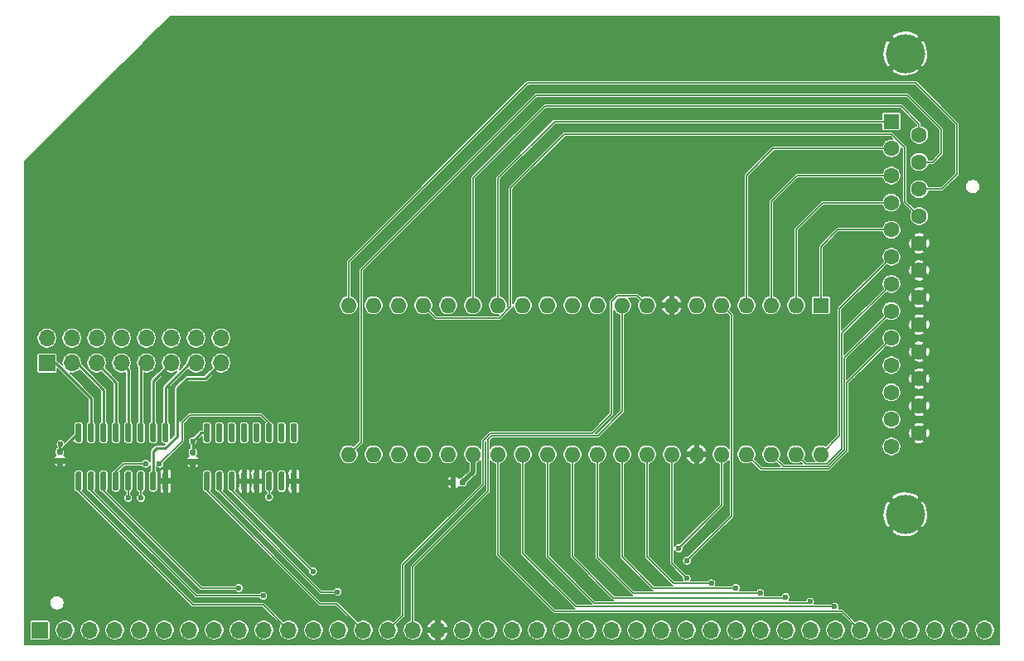
<source format=gtl>
%TF.GenerationSoftware,KiCad,Pcbnew,5.1.6*%
%TF.CreationDate,2020-09-23T23:00:43+02:00*%
%TF.ProjectId,RC2014-LPT,52433230-3134-42d4-9c50-542e6b696361,rev?*%
%TF.SameCoordinates,Original*%
%TF.FileFunction,Copper,L1,Top*%
%TF.FilePolarity,Positive*%
%FSLAX46Y46*%
G04 Gerber Fmt 4.6, Leading zero omitted, Abs format (unit mm)*
G04 Created by KiCad (PCBNEW 5.1.6) date 2020-09-23 23:00:43*
%MOMM*%
%LPD*%
G01*
G04 APERTURE LIST*
%TA.AperFunction,ComponentPad*%
%ADD10O,1.600000X1.600000*%
%TD*%
%TA.AperFunction,ComponentPad*%
%ADD11R,1.600000X1.600000*%
%TD*%
%TA.AperFunction,ComponentPad*%
%ADD12C,4.000000*%
%TD*%
%TA.AperFunction,ComponentPad*%
%ADD13C,1.600000*%
%TD*%
%TA.AperFunction,ComponentPad*%
%ADD14O,1.700000X1.700000*%
%TD*%
%TA.AperFunction,ComponentPad*%
%ADD15R,1.700000X1.700000*%
%TD*%
%TA.AperFunction,ViaPad*%
%ADD16C,0.600000*%
%TD*%
%TA.AperFunction,Conductor*%
%ADD17C,0.254000*%
%TD*%
%TA.AperFunction,Conductor*%
%ADD18C,0.127000*%
%TD*%
%TA.AperFunction,Conductor*%
%ADD19C,0.500000*%
%TD*%
G04 APERTURE END LIST*
D10*
%TO.P,U1,40*%
%TO.N,/LPT_D4*%
X123800000Y-54040000D03*
%TO.P,U1,20*%
%TO.N,/LPT_RESET*%
X75540000Y-38800000D03*
%TO.P,U1,39*%
%TO.N,/LPT_D5*%
X121260000Y-54040000D03*
%TO.P,U1,19*%
%TO.N,Net-(U1-Pad19)*%
X78080000Y-38800000D03*
%TO.P,U1,38*%
%TO.N,/LPT_D6*%
X118720000Y-54040000D03*
%TO.P,U1,18*%
%TO.N,Net-(U1-Pad18)*%
X80620000Y-38800000D03*
%TO.P,U1,37*%
%TO.N,/LPT_D7*%
X116180000Y-54040000D03*
%TO.P,U1,17*%
%TO.N,/~LPT_SELECT*%
X83160000Y-38800000D03*
%TO.P,U1,36*%
%TO.N,/~WR*%
X113640000Y-54040000D03*
%TO.P,U1,16*%
%TO.N,Net-(U1-Pad16)*%
X85700000Y-38800000D03*
%TO.P,U1,35*%
%TO.N,GND*%
X111100000Y-54040000D03*
%TO.P,U1,15*%
%TO.N,/~LPT_LINEFEED*%
X88240000Y-38800000D03*
%TO.P,U1,34*%
%TO.N,/D0*%
X108560000Y-54040000D03*
%TO.P,U1,14*%
%TO.N,/~LPT_STROBE*%
X90780000Y-38800000D03*
%TO.P,U1,33*%
%TO.N,/D1*%
X106020000Y-54040000D03*
%TO.P,U1,13*%
%TO.N,Net-(U1-Pad13)*%
X93320000Y-38800000D03*
%TO.P,U1,32*%
%TO.N,/D2*%
X103480000Y-54040000D03*
%TO.P,U1,12*%
%TO.N,Net-(U1-Pad12)*%
X95860000Y-38800000D03*
%TO.P,U1,31*%
%TO.N,/D3*%
X100940000Y-54040000D03*
%TO.P,U1,11*%
%TO.N,Net-(U1-Pad11)*%
X98400000Y-38800000D03*
%TO.P,U1,30*%
%TO.N,/D4*%
X98400000Y-54040000D03*
%TO.P,U1,10*%
%TO.N,Net-(U1-Pad10)*%
X100940000Y-38800000D03*
%TO.P,U1,29*%
%TO.N,/D5*%
X95860000Y-54040000D03*
%TO.P,U1,9*%
%TO.N,/A0*%
X103480000Y-38800000D03*
%TO.P,U1,28*%
%TO.N,/D6*%
X93320000Y-54040000D03*
%TO.P,U1,8*%
%TO.N,/A1*%
X106020000Y-38800000D03*
%TO.P,U1,27*%
%TO.N,/D7*%
X90780000Y-54040000D03*
%TO.P,U1,7*%
%TO.N,GND*%
X108560000Y-38800000D03*
%TO.P,U1,26*%
%TO.N,+5V*%
X88240000Y-54040000D03*
%TO.P,U1,6*%
%TO.N,Net-(J3-Pad10)*%
X111100000Y-38800000D03*
%TO.P,U1,25*%
%TO.N,/~LPT_BUSY*%
X85700000Y-54040000D03*
%TO.P,U1,5*%
%TO.N,/~RD*%
X113640000Y-38800000D03*
%TO.P,U1,24*%
%TO.N,/LPT_ACK*%
X83160000Y-54040000D03*
%TO.P,U1,4*%
%TO.N,/LPT_D0*%
X116180000Y-38800000D03*
%TO.P,U1,23*%
%TO.N,/LPT_PAPER*%
X80620000Y-54040000D03*
%TO.P,U1,3*%
%TO.N,/LPT_D1*%
X118720000Y-38800000D03*
%TO.P,U1,22*%
%TO.N,/LPT_SELECTIN*%
X78080000Y-54040000D03*
%TO.P,U1,2*%
%TO.N,/LPT_D2*%
X121260000Y-38800000D03*
%TO.P,U1,21*%
%TO.N,/LPT_ERROR*%
X75540000Y-54040000D03*
D11*
%TO.P,U1,1*%
%TO.N,/LPT_D3*%
X123800000Y-38800000D03*
%TD*%
%TO.P,C2,2*%
%TO.N,GND*%
%TA.AperFunction,SMDPad,CuDef*%
G36*
G01*
X86510000Y-56727500D02*
X86510000Y-57072500D01*
G75*
G02*
X86362500Y-57220000I-147500J0D01*
G01*
X86067500Y-57220000D01*
G75*
G02*
X85920000Y-57072500I0J147500D01*
G01*
X85920000Y-56727500D01*
G75*
G02*
X86067500Y-56580000I147500J0D01*
G01*
X86362500Y-56580000D01*
G75*
G02*
X86510000Y-56727500I0J-147500D01*
G01*
G37*
%TD.AperFunction*%
%TO.P,C2,1*%
%TO.N,+5V*%
%TA.AperFunction,SMDPad,CuDef*%
G36*
G01*
X87480000Y-56727500D02*
X87480000Y-57072500D01*
G75*
G02*
X87332500Y-57220000I-147500J0D01*
G01*
X87037500Y-57220000D01*
G75*
G02*
X86890000Y-57072500I0J147500D01*
G01*
X86890000Y-56727500D01*
G75*
G02*
X87037500Y-56580000I147500J0D01*
G01*
X87332500Y-56580000D01*
G75*
G02*
X87480000Y-56727500I0J-147500D01*
G01*
G37*
%TD.AperFunction*%
%TD*%
%TO.P,C11,2*%
%TO.N,GND*%
%TA.AperFunction,SMDPad,CuDef*%
G36*
G01*
X45865000Y-54419000D02*
X46210000Y-54419000D01*
G75*
G02*
X46357500Y-54566500I0J-147500D01*
G01*
X46357500Y-54861500D01*
G75*
G02*
X46210000Y-55009000I-147500J0D01*
G01*
X45865000Y-55009000D01*
G75*
G02*
X45717500Y-54861500I0J147500D01*
G01*
X45717500Y-54566500D01*
G75*
G02*
X45865000Y-54419000I147500J0D01*
G01*
G37*
%TD.AperFunction*%
%TO.P,C11,1*%
%TO.N,+5V*%
%TA.AperFunction,SMDPad,CuDef*%
G36*
G01*
X45865000Y-53449000D02*
X46210000Y-53449000D01*
G75*
G02*
X46357500Y-53596500I0J-147500D01*
G01*
X46357500Y-53891500D01*
G75*
G02*
X46210000Y-54039000I-147500J0D01*
G01*
X45865000Y-54039000D01*
G75*
G02*
X45717500Y-53891500I0J147500D01*
G01*
X45717500Y-53596500D01*
G75*
G02*
X45865000Y-53449000I147500J0D01*
G01*
G37*
%TD.AperFunction*%
%TD*%
%TO.P,U3,16*%
%TO.N,+5V*%
%TA.AperFunction,SMDPad,CuDef*%
G36*
G01*
X61205000Y-52800000D02*
X60905000Y-52800000D01*
G75*
G02*
X60755000Y-52650000I0J150000D01*
G01*
X60755000Y-51000000D01*
G75*
G02*
X60905000Y-50850000I150000J0D01*
G01*
X61205000Y-50850000D01*
G75*
G02*
X61355000Y-51000000I0J-150000D01*
G01*
X61355000Y-52650000D01*
G75*
G02*
X61205000Y-52800000I-150000J0D01*
G01*
G37*
%TD.AperFunction*%
%TO.P,U3,15*%
%TO.N,Net-(U3-Pad15)*%
%TA.AperFunction,SMDPad,CuDef*%
G36*
G01*
X62475000Y-52800000D02*
X62175000Y-52800000D01*
G75*
G02*
X62025000Y-52650000I0J150000D01*
G01*
X62025000Y-51000000D01*
G75*
G02*
X62175000Y-50850000I150000J0D01*
G01*
X62475000Y-50850000D01*
G75*
G02*
X62625000Y-51000000I0J-150000D01*
G01*
X62625000Y-52650000D01*
G75*
G02*
X62475000Y-52800000I-150000J0D01*
G01*
G37*
%TD.AperFunction*%
%TO.P,U3,14*%
%TO.N,Net-(U3-Pad14)*%
%TA.AperFunction,SMDPad,CuDef*%
G36*
G01*
X63745000Y-52800000D02*
X63445000Y-52800000D01*
G75*
G02*
X63295000Y-52650000I0J150000D01*
G01*
X63295000Y-51000000D01*
G75*
G02*
X63445000Y-50850000I150000J0D01*
G01*
X63745000Y-50850000D01*
G75*
G02*
X63895000Y-51000000I0J-150000D01*
G01*
X63895000Y-52650000D01*
G75*
G02*
X63745000Y-52800000I-150000J0D01*
G01*
G37*
%TD.AperFunction*%
%TO.P,U3,13*%
%TO.N,Net-(U3-Pad13)*%
%TA.AperFunction,SMDPad,CuDef*%
G36*
G01*
X65015000Y-52800000D02*
X64715000Y-52800000D01*
G75*
G02*
X64565000Y-52650000I0J150000D01*
G01*
X64565000Y-51000000D01*
G75*
G02*
X64715000Y-50850000I150000J0D01*
G01*
X65015000Y-50850000D01*
G75*
G02*
X65165000Y-51000000I0J-150000D01*
G01*
X65165000Y-52650000D01*
G75*
G02*
X65015000Y-52800000I-150000J0D01*
G01*
G37*
%TD.AperFunction*%
%TO.P,U3,12*%
%TO.N,Net-(U3-Pad12)*%
%TA.AperFunction,SMDPad,CuDef*%
G36*
G01*
X66285000Y-52800000D02*
X65985000Y-52800000D01*
G75*
G02*
X65835000Y-52650000I0J150000D01*
G01*
X65835000Y-51000000D01*
G75*
G02*
X65985000Y-50850000I150000J0D01*
G01*
X66285000Y-50850000D01*
G75*
G02*
X66435000Y-51000000I0J-150000D01*
G01*
X66435000Y-52650000D01*
G75*
G02*
X66285000Y-52800000I-150000J0D01*
G01*
G37*
%TD.AperFunction*%
%TO.P,U3,11*%
%TO.N,Net-(U2-Pad4)*%
%TA.AperFunction,SMDPad,CuDef*%
G36*
G01*
X67555000Y-52800000D02*
X67255000Y-52800000D01*
G75*
G02*
X67105000Y-52650000I0J150000D01*
G01*
X67105000Y-51000000D01*
G75*
G02*
X67255000Y-50850000I150000J0D01*
G01*
X67555000Y-50850000D01*
G75*
G02*
X67705000Y-51000000I0J-150000D01*
G01*
X67705000Y-52650000D01*
G75*
G02*
X67555000Y-52800000I-150000J0D01*
G01*
G37*
%TD.AperFunction*%
%TO.P,U3,10*%
%TO.N,Net-(U3-Pad10)*%
%TA.AperFunction,SMDPad,CuDef*%
G36*
G01*
X68825000Y-52800000D02*
X68525000Y-52800000D01*
G75*
G02*
X68375000Y-52650000I0J150000D01*
G01*
X68375000Y-51000000D01*
G75*
G02*
X68525000Y-50850000I150000J0D01*
G01*
X68825000Y-50850000D01*
G75*
G02*
X68975000Y-51000000I0J-150000D01*
G01*
X68975000Y-52650000D01*
G75*
G02*
X68825000Y-52800000I-150000J0D01*
G01*
G37*
%TD.AperFunction*%
%TO.P,U3,9*%
%TO.N,Net-(U3-Pad9)*%
%TA.AperFunction,SMDPad,CuDef*%
G36*
G01*
X70095000Y-52800000D02*
X69795000Y-52800000D01*
G75*
G02*
X69645000Y-52650000I0J150000D01*
G01*
X69645000Y-51000000D01*
G75*
G02*
X69795000Y-50850000I150000J0D01*
G01*
X70095000Y-50850000D01*
G75*
G02*
X70245000Y-51000000I0J-150000D01*
G01*
X70245000Y-52650000D01*
G75*
G02*
X70095000Y-52800000I-150000J0D01*
G01*
G37*
%TD.AperFunction*%
%TO.P,U3,8*%
%TO.N,GND*%
%TA.AperFunction,SMDPad,CuDef*%
G36*
G01*
X70095000Y-57750000D02*
X69795000Y-57750000D01*
G75*
G02*
X69645000Y-57600000I0J150000D01*
G01*
X69645000Y-55950000D01*
G75*
G02*
X69795000Y-55800000I150000J0D01*
G01*
X70095000Y-55800000D01*
G75*
G02*
X70245000Y-55950000I0J-150000D01*
G01*
X70245000Y-57600000D01*
G75*
G02*
X70095000Y-57750000I-150000J0D01*
G01*
G37*
%TD.AperFunction*%
%TO.P,U3,7*%
%TO.N,Net-(U3-Pad7)*%
%TA.AperFunction,SMDPad,CuDef*%
G36*
G01*
X68825000Y-57750000D02*
X68525000Y-57750000D01*
G75*
G02*
X68375000Y-57600000I0J150000D01*
G01*
X68375000Y-55950000D01*
G75*
G02*
X68525000Y-55800000I150000J0D01*
G01*
X68825000Y-55800000D01*
G75*
G02*
X68975000Y-55950000I0J-150000D01*
G01*
X68975000Y-57600000D01*
G75*
G02*
X68825000Y-57750000I-150000J0D01*
G01*
G37*
%TD.AperFunction*%
%TO.P,U3,6*%
%TO.N,+5V*%
%TA.AperFunction,SMDPad,CuDef*%
G36*
G01*
X67555000Y-57750000D02*
X67255000Y-57750000D01*
G75*
G02*
X67105000Y-57600000I0J150000D01*
G01*
X67105000Y-55950000D01*
G75*
G02*
X67255000Y-55800000I150000J0D01*
G01*
X67555000Y-55800000D01*
G75*
G02*
X67705000Y-55950000I0J-150000D01*
G01*
X67705000Y-57600000D01*
G75*
G02*
X67555000Y-57750000I-150000J0D01*
G01*
G37*
%TD.AperFunction*%
%TO.P,U3,5*%
%TO.N,GND*%
%TA.AperFunction,SMDPad,CuDef*%
G36*
G01*
X66285000Y-57750000D02*
X65985000Y-57750000D01*
G75*
G02*
X65835000Y-57600000I0J150000D01*
G01*
X65835000Y-55950000D01*
G75*
G02*
X65985000Y-55800000I150000J0D01*
G01*
X66285000Y-55800000D01*
G75*
G02*
X66435000Y-55950000I0J-150000D01*
G01*
X66435000Y-57600000D01*
G75*
G02*
X66285000Y-57750000I-150000J0D01*
G01*
G37*
%TD.AperFunction*%
%TO.P,U3,4*%
%TA.AperFunction,SMDPad,CuDef*%
G36*
G01*
X65015000Y-57750000D02*
X64715000Y-57750000D01*
G75*
G02*
X64565000Y-57600000I0J150000D01*
G01*
X64565000Y-55950000D01*
G75*
G02*
X64715000Y-55800000I150000J0D01*
G01*
X65015000Y-55800000D01*
G75*
G02*
X65165000Y-55950000I0J-150000D01*
G01*
X65165000Y-57600000D01*
G75*
G02*
X65015000Y-57750000I-150000J0D01*
G01*
G37*
%TD.AperFunction*%
%TO.P,U3,3*%
%TO.N,/A4*%
%TA.AperFunction,SMDPad,CuDef*%
G36*
G01*
X63745000Y-57750000D02*
X63445000Y-57750000D01*
G75*
G02*
X63295000Y-57600000I0J150000D01*
G01*
X63295000Y-55950000D01*
G75*
G02*
X63445000Y-55800000I150000J0D01*
G01*
X63745000Y-55800000D01*
G75*
G02*
X63895000Y-55950000I0J-150000D01*
G01*
X63895000Y-57600000D01*
G75*
G02*
X63745000Y-57750000I-150000J0D01*
G01*
G37*
%TD.AperFunction*%
%TO.P,U3,2*%
%TO.N,/A3*%
%TA.AperFunction,SMDPad,CuDef*%
G36*
G01*
X62475000Y-57750000D02*
X62175000Y-57750000D01*
G75*
G02*
X62025000Y-57600000I0J150000D01*
G01*
X62025000Y-55950000D01*
G75*
G02*
X62175000Y-55800000I150000J0D01*
G01*
X62475000Y-55800000D01*
G75*
G02*
X62625000Y-55950000I0J-150000D01*
G01*
X62625000Y-57600000D01*
G75*
G02*
X62475000Y-57750000I-150000J0D01*
G01*
G37*
%TD.AperFunction*%
%TO.P,U3,1*%
%TO.N,/A2*%
%TA.AperFunction,SMDPad,CuDef*%
G36*
G01*
X61205000Y-57750000D02*
X60905000Y-57750000D01*
G75*
G02*
X60755000Y-57600000I0J150000D01*
G01*
X60755000Y-55950000D01*
G75*
G02*
X60905000Y-55800000I150000J0D01*
G01*
X61205000Y-55800000D01*
G75*
G02*
X61355000Y-55950000I0J-150000D01*
G01*
X61355000Y-57600000D01*
G75*
G02*
X61205000Y-57750000I-150000J0D01*
G01*
G37*
%TD.AperFunction*%
%TD*%
%TO.P,C1,2*%
%TO.N,GND*%
%TA.AperFunction,SMDPad,CuDef*%
G36*
G01*
X59427500Y-54505000D02*
X59772500Y-54505000D01*
G75*
G02*
X59920000Y-54652500I0J-147500D01*
G01*
X59920000Y-54947500D01*
G75*
G02*
X59772500Y-55095000I-147500J0D01*
G01*
X59427500Y-55095000D01*
G75*
G02*
X59280000Y-54947500I0J147500D01*
G01*
X59280000Y-54652500D01*
G75*
G02*
X59427500Y-54505000I147500J0D01*
G01*
G37*
%TD.AperFunction*%
%TO.P,C1,1*%
%TO.N,+5V*%
%TA.AperFunction,SMDPad,CuDef*%
G36*
G01*
X59427500Y-53535000D02*
X59772500Y-53535000D01*
G75*
G02*
X59920000Y-53682500I0J-147500D01*
G01*
X59920000Y-53977500D01*
G75*
G02*
X59772500Y-54125000I-147500J0D01*
G01*
X59427500Y-54125000D01*
G75*
G02*
X59280000Y-53977500I0J147500D01*
G01*
X59280000Y-53682500D01*
G75*
G02*
X59427500Y-53535000I147500J0D01*
G01*
G37*
%TD.AperFunction*%
%TD*%
D12*
%TO.P,J2,0*%
%TO.N,GND*%
X132420000Y-13070000D03*
X132420000Y-60170000D03*
D13*
%TO.P,J2,25*%
X133840000Y-51855000D03*
%TO.P,J2,24*%
X133840000Y-49085000D03*
%TO.P,J2,23*%
X133840000Y-46315000D03*
%TO.P,J2,22*%
X133840000Y-43545000D03*
%TO.P,J2,21*%
X133840000Y-40775000D03*
%TO.P,J2,20*%
X133840000Y-38005000D03*
%TO.P,J2,19*%
X133840000Y-35235000D03*
%TO.P,J2,18*%
X133840000Y-32465000D03*
%TO.P,J2,17*%
%TO.N,/~LPT_SELECT*%
X133840000Y-29695000D03*
%TO.P,J2,16*%
%TO.N,/LPT_RESET*%
X133840000Y-26925000D03*
%TO.P,J2,15*%
%TO.N,/LPT_ERROR*%
X133840000Y-24155000D03*
%TO.P,J2,14*%
%TO.N,/~LPT_LINEFEED*%
X133840000Y-21385000D03*
%TO.P,J2,13*%
%TO.N,/LPT_SELECTIN*%
X131000000Y-53240000D03*
%TO.P,J2,12*%
%TO.N,/LPT_PAPER*%
X131000000Y-50470000D03*
%TO.P,J2,11*%
%TO.N,/~LPT_BUSY*%
X131000000Y-47700000D03*
%TO.P,J2,10*%
%TO.N,/LPT_ACK*%
X131000000Y-44930000D03*
%TO.P,J2,9*%
%TO.N,/LPT_D7*%
X131000000Y-42160000D03*
%TO.P,J2,8*%
%TO.N,/LPT_D6*%
X131000000Y-39390000D03*
%TO.P,J2,7*%
%TO.N,/LPT_D5*%
X131000000Y-36620000D03*
%TO.P,J2,6*%
%TO.N,/LPT_D4*%
X131000000Y-33850000D03*
%TO.P,J2,5*%
%TO.N,/LPT_D3*%
X131000000Y-31080000D03*
%TO.P,J2,4*%
%TO.N,/LPT_D2*%
X131000000Y-28310000D03*
%TO.P,J2,3*%
%TO.N,/LPT_D1*%
X131000000Y-25540000D03*
%TO.P,J2,2*%
%TO.N,/LPT_D0*%
X131000000Y-22770000D03*
D11*
%TO.P,J2,1*%
%TO.N,/~LPT_STROBE*%
X131000000Y-20000000D03*
%TD*%
%TO.P,U2,16*%
%TO.N,+5V*%
%TA.AperFunction,SMDPad,CuDef*%
G36*
G01*
X48092500Y-52791000D02*
X47792500Y-52791000D01*
G75*
G02*
X47642500Y-52641000I0J150000D01*
G01*
X47642500Y-50991000D01*
G75*
G02*
X47792500Y-50841000I150000J0D01*
G01*
X48092500Y-50841000D01*
G75*
G02*
X48242500Y-50991000I0J-150000D01*
G01*
X48242500Y-52641000D01*
G75*
G02*
X48092500Y-52791000I-150000J0D01*
G01*
G37*
%TD.AperFunction*%
%TO.P,U2,15*%
%TO.N,Net-(J3-Pad1)*%
%TA.AperFunction,SMDPad,CuDef*%
G36*
G01*
X49362500Y-52791000D02*
X49062500Y-52791000D01*
G75*
G02*
X48912500Y-52641000I0J150000D01*
G01*
X48912500Y-50991000D01*
G75*
G02*
X49062500Y-50841000I150000J0D01*
G01*
X49362500Y-50841000D01*
G75*
G02*
X49512500Y-50991000I0J-150000D01*
G01*
X49512500Y-52641000D01*
G75*
G02*
X49362500Y-52791000I-150000J0D01*
G01*
G37*
%TD.AperFunction*%
%TO.P,U2,14*%
%TO.N,Net-(J3-Pad3)*%
%TA.AperFunction,SMDPad,CuDef*%
G36*
G01*
X50632500Y-52791000D02*
X50332500Y-52791000D01*
G75*
G02*
X50182500Y-52641000I0J150000D01*
G01*
X50182500Y-50991000D01*
G75*
G02*
X50332500Y-50841000I150000J0D01*
G01*
X50632500Y-50841000D01*
G75*
G02*
X50782500Y-50991000I0J-150000D01*
G01*
X50782500Y-52641000D01*
G75*
G02*
X50632500Y-52791000I-150000J0D01*
G01*
G37*
%TD.AperFunction*%
%TO.P,U2,13*%
%TO.N,Net-(J3-Pad5)*%
%TA.AperFunction,SMDPad,CuDef*%
G36*
G01*
X51902500Y-52791000D02*
X51602500Y-52791000D01*
G75*
G02*
X51452500Y-52641000I0J150000D01*
G01*
X51452500Y-50991000D01*
G75*
G02*
X51602500Y-50841000I150000J0D01*
G01*
X51902500Y-50841000D01*
G75*
G02*
X52052500Y-50991000I0J-150000D01*
G01*
X52052500Y-52641000D01*
G75*
G02*
X51902500Y-52791000I-150000J0D01*
G01*
G37*
%TD.AperFunction*%
%TO.P,U2,12*%
%TO.N,Net-(J3-Pad7)*%
%TA.AperFunction,SMDPad,CuDef*%
G36*
G01*
X53172500Y-52791000D02*
X52872500Y-52791000D01*
G75*
G02*
X52722500Y-52641000I0J150000D01*
G01*
X52722500Y-50991000D01*
G75*
G02*
X52872500Y-50841000I150000J0D01*
G01*
X53172500Y-50841000D01*
G75*
G02*
X53322500Y-50991000I0J-150000D01*
G01*
X53322500Y-52641000D01*
G75*
G02*
X53172500Y-52791000I-150000J0D01*
G01*
G37*
%TD.AperFunction*%
%TO.P,U2,11*%
%TO.N,Net-(J3-Pad9)*%
%TA.AperFunction,SMDPad,CuDef*%
G36*
G01*
X54442500Y-52791000D02*
X54142500Y-52791000D01*
G75*
G02*
X53992500Y-52641000I0J150000D01*
G01*
X53992500Y-50991000D01*
G75*
G02*
X54142500Y-50841000I150000J0D01*
G01*
X54442500Y-50841000D01*
G75*
G02*
X54592500Y-50991000I0J-150000D01*
G01*
X54592500Y-52641000D01*
G75*
G02*
X54442500Y-52791000I-150000J0D01*
G01*
G37*
%TD.AperFunction*%
%TO.P,U2,10*%
%TO.N,Net-(J3-Pad11)*%
%TA.AperFunction,SMDPad,CuDef*%
G36*
G01*
X55712500Y-52791000D02*
X55412500Y-52791000D01*
G75*
G02*
X55262500Y-52641000I0J150000D01*
G01*
X55262500Y-50991000D01*
G75*
G02*
X55412500Y-50841000I150000J0D01*
G01*
X55712500Y-50841000D01*
G75*
G02*
X55862500Y-50991000I0J-150000D01*
G01*
X55862500Y-52641000D01*
G75*
G02*
X55712500Y-52791000I-150000J0D01*
G01*
G37*
%TD.AperFunction*%
%TO.P,U2,9*%
%TO.N,Net-(J3-Pad13)*%
%TA.AperFunction,SMDPad,CuDef*%
G36*
G01*
X56982500Y-52791000D02*
X56682500Y-52791000D01*
G75*
G02*
X56532500Y-52641000I0J150000D01*
G01*
X56532500Y-50991000D01*
G75*
G02*
X56682500Y-50841000I150000J0D01*
G01*
X56982500Y-50841000D01*
G75*
G02*
X57132500Y-50991000I0J-150000D01*
G01*
X57132500Y-52641000D01*
G75*
G02*
X56982500Y-52791000I-150000J0D01*
G01*
G37*
%TD.AperFunction*%
%TO.P,U2,8*%
%TO.N,GND*%
%TA.AperFunction,SMDPad,CuDef*%
G36*
G01*
X56982500Y-57741000D02*
X56682500Y-57741000D01*
G75*
G02*
X56532500Y-57591000I0J150000D01*
G01*
X56532500Y-55941000D01*
G75*
G02*
X56682500Y-55791000I150000J0D01*
G01*
X56982500Y-55791000D01*
G75*
G02*
X57132500Y-55941000I0J-150000D01*
G01*
X57132500Y-57591000D01*
G75*
G02*
X56982500Y-57741000I-150000J0D01*
G01*
G37*
%TD.AperFunction*%
%TO.P,U2,7*%
%TO.N,Net-(J3-Pad15)*%
%TA.AperFunction,SMDPad,CuDef*%
G36*
G01*
X55712500Y-57741000D02*
X55412500Y-57741000D01*
G75*
G02*
X55262500Y-57591000I0J150000D01*
G01*
X55262500Y-55941000D01*
G75*
G02*
X55412500Y-55791000I150000J0D01*
G01*
X55712500Y-55791000D01*
G75*
G02*
X55862500Y-55941000I0J-150000D01*
G01*
X55862500Y-57591000D01*
G75*
G02*
X55712500Y-57741000I-150000J0D01*
G01*
G37*
%TD.AperFunction*%
%TO.P,U2,6*%
%TO.N,/~M1*%
%TA.AperFunction,SMDPad,CuDef*%
G36*
G01*
X54442500Y-57741000D02*
X54142500Y-57741000D01*
G75*
G02*
X53992500Y-57591000I0J150000D01*
G01*
X53992500Y-55941000D01*
G75*
G02*
X54142500Y-55791000I150000J0D01*
G01*
X54442500Y-55791000D01*
G75*
G02*
X54592500Y-55941000I0J-150000D01*
G01*
X54592500Y-57591000D01*
G75*
G02*
X54442500Y-57741000I-150000J0D01*
G01*
G37*
%TD.AperFunction*%
%TO.P,U2,5*%
%TO.N,/~IORQ*%
%TA.AperFunction,SMDPad,CuDef*%
G36*
G01*
X53172500Y-57741000D02*
X52872500Y-57741000D01*
G75*
G02*
X52722500Y-57591000I0J150000D01*
G01*
X52722500Y-55941000D01*
G75*
G02*
X52872500Y-55791000I150000J0D01*
G01*
X53172500Y-55791000D01*
G75*
G02*
X53322500Y-55941000I0J-150000D01*
G01*
X53322500Y-57591000D01*
G75*
G02*
X53172500Y-57741000I-150000J0D01*
G01*
G37*
%TD.AperFunction*%
%TO.P,U2,4*%
%TO.N,Net-(U2-Pad4)*%
%TA.AperFunction,SMDPad,CuDef*%
G36*
G01*
X51902500Y-57741000D02*
X51602500Y-57741000D01*
G75*
G02*
X51452500Y-57591000I0J150000D01*
G01*
X51452500Y-55941000D01*
G75*
G02*
X51602500Y-55791000I150000J0D01*
G01*
X51902500Y-55791000D01*
G75*
G02*
X52052500Y-55941000I0J-150000D01*
G01*
X52052500Y-57591000D01*
G75*
G02*
X51902500Y-57741000I-150000J0D01*
G01*
G37*
%TD.AperFunction*%
%TO.P,U2,3*%
%TO.N,/A7*%
%TA.AperFunction,SMDPad,CuDef*%
G36*
G01*
X50632500Y-57741000D02*
X50332500Y-57741000D01*
G75*
G02*
X50182500Y-57591000I0J150000D01*
G01*
X50182500Y-55941000D01*
G75*
G02*
X50332500Y-55791000I150000J0D01*
G01*
X50632500Y-55791000D01*
G75*
G02*
X50782500Y-55941000I0J-150000D01*
G01*
X50782500Y-57591000D01*
G75*
G02*
X50632500Y-57741000I-150000J0D01*
G01*
G37*
%TD.AperFunction*%
%TO.P,U2,2*%
%TO.N,/A6*%
%TA.AperFunction,SMDPad,CuDef*%
G36*
G01*
X49362500Y-57741000D02*
X49062500Y-57741000D01*
G75*
G02*
X48912500Y-57591000I0J150000D01*
G01*
X48912500Y-55941000D01*
G75*
G02*
X49062500Y-55791000I150000J0D01*
G01*
X49362500Y-55791000D01*
G75*
G02*
X49512500Y-55941000I0J-150000D01*
G01*
X49512500Y-57591000D01*
G75*
G02*
X49362500Y-57741000I-150000J0D01*
G01*
G37*
%TD.AperFunction*%
%TO.P,U2,1*%
%TO.N,/A5*%
%TA.AperFunction,SMDPad,CuDef*%
G36*
G01*
X48092500Y-57741000D02*
X47792500Y-57741000D01*
G75*
G02*
X47642500Y-57591000I0J150000D01*
G01*
X47642500Y-55941000D01*
G75*
G02*
X47792500Y-55791000I150000J0D01*
G01*
X48092500Y-55791000D01*
G75*
G02*
X48242500Y-55941000I0J-150000D01*
G01*
X48242500Y-57591000D01*
G75*
G02*
X48092500Y-57741000I-150000J0D01*
G01*
G37*
%TD.AperFunction*%
%TD*%
D14*
%TO.P,J3,16*%
%TO.N,Net-(J3-Pad10)*%
X62484000Y-42164000D03*
%TO.P,J3,15*%
%TO.N,Net-(J3-Pad15)*%
X62484000Y-44704000D03*
%TO.P,J3,14*%
%TO.N,Net-(J3-Pad10)*%
X59944000Y-42164000D03*
%TO.P,J3,13*%
%TO.N,Net-(J3-Pad13)*%
X59944000Y-44704000D03*
%TO.P,J3,12*%
%TO.N,Net-(J3-Pad10)*%
X57404000Y-42164000D03*
%TO.P,J3,11*%
%TO.N,Net-(J3-Pad11)*%
X57404000Y-44704000D03*
%TO.P,J3,10*%
%TO.N,Net-(J3-Pad10)*%
X54864000Y-42164000D03*
%TO.P,J3,9*%
%TO.N,Net-(J3-Pad9)*%
X54864000Y-44704000D03*
%TO.P,J3,8*%
%TO.N,Net-(J3-Pad10)*%
X52324000Y-42164000D03*
%TO.P,J3,7*%
%TO.N,Net-(J3-Pad7)*%
X52324000Y-44704000D03*
%TO.P,J3,6*%
%TO.N,Net-(J3-Pad10)*%
X49784000Y-42164000D03*
%TO.P,J3,5*%
%TO.N,Net-(J3-Pad5)*%
X49784000Y-44704000D03*
%TO.P,J3,4*%
%TO.N,Net-(J3-Pad10)*%
X47244000Y-42164000D03*
%TO.P,J3,3*%
%TO.N,Net-(J3-Pad3)*%
X47244000Y-44704000D03*
%TO.P,J3,2*%
%TO.N,Net-(J3-Pad10)*%
X44704000Y-42164000D03*
D15*
%TO.P,J3,1*%
%TO.N,Net-(J3-Pad1)*%
X44704000Y-44704000D03*
%TD*%
D14*
%TO.P,J1,39*%
%TO.N,Net-(J1-Pad39)*%
X140520000Y-72000000D03*
%TO.P,J1,38*%
%TO.N,Net-(J1-Pad38)*%
X137980000Y-72000000D03*
%TO.P,J1,37*%
%TO.N,Net-(J1-Pad37)*%
X135440000Y-72000000D03*
%TO.P,J1,36*%
%TO.N,Net-(J1-Pad36)*%
X132900000Y-72000000D03*
%TO.P,J1,35*%
%TO.N,Net-(J1-Pad35)*%
X130360000Y-72000000D03*
%TO.P,J1,34*%
%TO.N,/D7*%
X127820000Y-72000000D03*
%TO.P,J1,33*%
%TO.N,/D6*%
X125280000Y-72000000D03*
%TO.P,J1,32*%
%TO.N,/D5*%
X122740000Y-72000000D03*
%TO.P,J1,31*%
%TO.N,/D4*%
X120200000Y-72000000D03*
%TO.P,J1,30*%
%TO.N,/D3*%
X117660000Y-72000000D03*
%TO.P,J1,29*%
%TO.N,/D2*%
X115120000Y-72000000D03*
%TO.P,J1,28*%
%TO.N,/D1*%
X112580000Y-72000000D03*
%TO.P,J1,27*%
%TO.N,/D0*%
X110040000Y-72000000D03*
%TO.P,J1,26*%
%TO.N,/~IORQ*%
X107500000Y-72000000D03*
%TO.P,J1,25*%
%TO.N,/~RD*%
X104960000Y-72000000D03*
%TO.P,J1,24*%
%TO.N,/~WR*%
X102420000Y-72000000D03*
%TO.P,J1,23*%
%TO.N,Net-(J1-Pad23)*%
X99880000Y-72000000D03*
%TO.P,J1,22*%
%TO.N,/~INT*%
X97340000Y-72000000D03*
%TO.P,J1,21*%
%TO.N,Net-(J1-Pad21)*%
X94800000Y-72000000D03*
%TO.P,J1,20*%
%TO.N,/~RESET*%
X92260000Y-72000000D03*
%TO.P,J1,19*%
%TO.N,/~M1*%
X89720000Y-72000000D03*
%TO.P,J1,18*%
%TO.N,+5V*%
X87180000Y-72000000D03*
%TO.P,J1,17*%
%TO.N,GND*%
X84640000Y-72000000D03*
%TO.P,J1,16*%
%TO.N,/A0*%
X82100000Y-72000000D03*
%TO.P,J1,15*%
%TO.N,/A1*%
X79560000Y-72000000D03*
%TO.P,J1,14*%
%TO.N,/A2*%
X77020000Y-72000000D03*
%TO.P,J1,13*%
%TO.N,/A3*%
X74480000Y-72000000D03*
%TO.P,J1,12*%
%TO.N,/A4*%
X71940000Y-72000000D03*
%TO.P,J1,11*%
%TO.N,/A5*%
X69400000Y-72000000D03*
%TO.P,J1,10*%
%TO.N,/A6*%
X66860000Y-72000000D03*
%TO.P,J1,9*%
%TO.N,/A7*%
X64320000Y-72000000D03*
%TO.P,J1,8*%
%TO.N,Net-(J1-Pad8)*%
X61780000Y-72000000D03*
%TO.P,J1,7*%
%TO.N,Net-(J1-Pad7)*%
X59240000Y-72000000D03*
%TO.P,J1,6*%
%TO.N,Net-(J1-Pad6)*%
X56700000Y-72000000D03*
%TO.P,J1,5*%
%TO.N,Net-(J1-Pad5)*%
X54160000Y-72000000D03*
%TO.P,J1,4*%
%TO.N,Net-(J1-Pad4)*%
X51620000Y-72000000D03*
%TO.P,J1,3*%
%TO.N,Net-(J1-Pad3)*%
X49080000Y-72000000D03*
%TO.P,J1,2*%
%TO.N,Net-(J1-Pad2)*%
X46540000Y-72000000D03*
D15*
%TO.P,J1,1*%
%TO.N,Net-(J1-Pad1)*%
X44000000Y-72000000D03*
%TD*%
D16*
%TO.N,GND*%
X141224000Y-69596000D03*
X60985400Y-54965600D03*
X70000000Y-58200000D03*
X46000000Y-55500000D03*
X56800000Y-58300000D03*
X66100000Y-58400000D03*
X65000000Y-58400000D03*
X85300000Y-56900000D03*
X103000000Y-40900000D03*
X109000000Y-66600000D03*
X107400000Y-66800000D03*
X105000000Y-67000000D03*
X103400000Y-67900000D03*
X101400000Y-68400000D03*
X99400000Y-68900000D03*
X97600000Y-69400000D03*
X79300000Y-70400000D03*
X73900000Y-70400000D03*
X65900000Y-70400000D03*
X43300000Y-69600000D03*
X87100000Y-26100000D03*
X141400000Y-9900000D03*
%TO.N,+5V*%
X59600000Y-52700000D03*
X46100000Y-53000000D03*
X67400000Y-58400000D03*
%TO.N,/D6*%
X125200000Y-69609500D03*
%TO.N,/D5*%
X122700000Y-69100000D03*
%TO.N,/D4*%
X120200000Y-68609500D03*
%TO.N,/D3*%
X117600000Y-68200000D03*
%TO.N,/D2*%
X115100000Y-67700000D03*
%TO.N,/D1*%
X112600000Y-67209500D03*
%TO.N,/D0*%
X110100000Y-66719000D03*
%TO.N,/~IORQ*%
X53000000Y-58500000D03*
%TO.N,/~RD*%
X110100000Y-64900000D03*
%TO.N,/~WR*%
X109250000Y-63650000D03*
%TO.N,/~M1*%
X54300000Y-58500000D03*
%TO.N,/A3*%
X74400000Y-68100000D03*
%TO.N,/A4*%
X71900000Y-66000000D03*
%TO.N,/A6*%
X66800000Y-68500000D03*
%TO.N,/A7*%
X64300000Y-67700000D03*
%TO.N,Net-(U2-Pad4)*%
X54800000Y-55000000D03*
X56200000Y-55000000D03*
%TO.N,/LPT_D4*%
X123800000Y-54040000D03*
%TD*%
D17*
%TO.N,GND*%
X60819800Y-54800000D02*
X60985400Y-54965600D01*
X59600000Y-54800000D02*
X60819800Y-54800000D01*
X69945000Y-58145000D02*
X70000000Y-58200000D01*
X69945000Y-56775000D02*
X69945000Y-58145000D01*
X46037500Y-55462500D02*
X46000000Y-55500000D01*
X46037500Y-54714000D02*
X46037500Y-55462500D01*
X56832500Y-58267500D02*
X56800000Y-58300000D01*
X56832500Y-56766000D02*
X56832500Y-58267500D01*
D18*
X66135000Y-58365000D02*
X66100000Y-58400000D01*
X66135000Y-56775000D02*
X66135000Y-58365000D01*
X64865000Y-58265000D02*
X65000000Y-58400000D01*
X64865000Y-56775000D02*
X64865000Y-58265000D01*
D19*
X86215000Y-56900000D02*
X85300000Y-56900000D01*
D17*
%TO.N,+5V*%
X59600000Y-53830000D02*
X59600000Y-52700000D01*
X60475000Y-51825000D02*
X59600000Y-52700000D01*
X61055000Y-51825000D02*
X60475000Y-51825000D01*
X46037500Y-53721000D02*
X46037500Y-53744000D01*
X47942500Y-51816000D02*
X46037500Y-53721000D01*
X46037500Y-53062500D02*
X46100000Y-53000000D01*
X46037500Y-53744000D02*
X46037500Y-53062500D01*
D18*
X67405000Y-58395000D02*
X67400000Y-58400000D01*
X67405000Y-56775000D02*
X67405000Y-58395000D01*
D19*
X88240000Y-55845000D02*
X87185000Y-56900000D01*
X88240000Y-54040000D02*
X88240000Y-55845000D01*
D18*
%TO.N,/D7*%
X90780000Y-64320000D02*
X90780000Y-54040000D01*
X96560000Y-70100000D02*
X90780000Y-64320000D01*
X125920000Y-70100000D02*
X96560000Y-70100000D01*
X127820000Y-72000000D02*
X125920000Y-70100000D01*
%TO.N,/D6*%
X93320000Y-64180000D02*
X93320000Y-54040000D01*
X98749500Y-69609500D02*
X93320000Y-64180000D01*
X125200000Y-69609500D02*
X98749500Y-69609500D01*
%TO.N,/D5*%
X122600000Y-69200000D02*
X122700000Y-69100000D01*
X100600000Y-69200000D02*
X95860000Y-64460000D01*
X101900000Y-69200000D02*
X100600000Y-69200000D01*
X95860000Y-54040000D02*
X95860000Y-64460000D01*
X101900000Y-69200000D02*
X122600000Y-69200000D01*
%TO.N,/D4*%
X98400000Y-64500000D02*
X98400000Y-54040000D01*
X102600000Y-68700000D02*
X98400000Y-64500000D01*
X120109500Y-68700000D02*
X102600000Y-68700000D01*
X120200000Y-68609500D02*
X120109500Y-68700000D01*
%TO.N,/D3*%
X100940000Y-64540000D02*
X100940000Y-54040000D01*
X104600000Y-68200000D02*
X100940000Y-64540000D01*
X117600000Y-68200000D02*
X104600000Y-68200000D01*
%TO.N,/D2*%
X106660000Y-67700000D02*
X103480000Y-64520000D01*
X103480000Y-64520000D02*
X103480000Y-54040000D01*
X115100000Y-67700000D02*
X106660000Y-67700000D01*
%TO.N,/D1*%
X106020000Y-64520000D02*
X106020000Y-54040000D01*
X108709500Y-67209500D02*
X106020000Y-64520000D01*
X112600000Y-67209500D02*
X108709500Y-67209500D01*
%TO.N,/D0*%
X108560000Y-65179000D02*
X110100000Y-66719000D01*
X108560000Y-54040000D02*
X108560000Y-65179000D01*
%TO.N,/~IORQ*%
X53022500Y-58477500D02*
X53000000Y-58500000D01*
X53022500Y-56766000D02*
X53022500Y-58477500D01*
%TO.N,/~RD*%
X114630501Y-60369499D02*
X110100000Y-64900000D01*
X114630501Y-39790501D02*
X114630501Y-60369499D01*
X113640000Y-38800000D02*
X114630501Y-39790501D01*
%TO.N,/~WR*%
X113640000Y-54040000D02*
X113640000Y-59260000D01*
X113640000Y-59260000D02*
X109250000Y-63650000D01*
%TO.N,/~M1*%
X54292500Y-58492500D02*
X54300000Y-58500000D01*
X54292500Y-56766000D02*
X54292500Y-58492500D01*
%TO.N,/A0*%
X82100000Y-72000000D02*
X82100000Y-65500000D01*
X89789499Y-57810501D02*
X89789499Y-52510501D01*
X82100000Y-65500000D02*
X89789499Y-57810501D01*
X89789499Y-52510501D02*
X90200000Y-52100000D01*
X90200000Y-52100000D02*
X101000000Y-52100000D01*
X103480000Y-49620000D02*
X103480000Y-38800000D01*
X101000000Y-52100000D02*
X103480000Y-49620000D01*
%TO.N,/A1*%
X105029499Y-37809499D02*
X103004559Y-37809499D01*
X103004559Y-37809499D02*
X102400000Y-38414058D01*
X106020000Y-38800000D02*
X105029499Y-37809499D01*
X102400000Y-38414058D02*
X102400000Y-49900000D01*
X100454010Y-51845990D02*
X90054010Y-51845990D01*
X102400000Y-49900000D02*
X100454010Y-51845990D01*
X89230501Y-52669499D02*
X89230501Y-57130501D01*
X90054010Y-51845990D02*
X89230501Y-52669499D01*
X81059499Y-70500501D02*
X79560000Y-72000000D01*
X81059499Y-65301503D02*
X81059499Y-70500501D01*
X89230501Y-57130501D02*
X81059499Y-65301503D01*
%TO.N,/A2*%
X61055000Y-57750000D02*
X72605000Y-69300000D01*
X61055000Y-56775000D02*
X61055000Y-57750000D01*
X74320000Y-69300000D02*
X72605000Y-69300000D01*
X77020000Y-72000000D02*
X74320000Y-69300000D01*
%TO.N,/A3*%
X72675000Y-68100000D02*
X74400000Y-68100000D01*
X62325000Y-57750000D02*
X72675000Y-68100000D01*
X62325000Y-56775000D02*
X62325000Y-57750000D01*
%TO.N,/A4*%
X63595000Y-57750000D02*
X71900000Y-66055000D01*
X63595000Y-56775000D02*
X63595000Y-57750000D01*
X71900000Y-66055000D02*
X71900000Y-66000000D01*
%TO.N,/A5*%
X47942500Y-57741000D02*
X59601500Y-69400000D01*
X47942500Y-56766000D02*
X47942500Y-57741000D01*
X66800000Y-69400000D02*
X65200000Y-69400000D01*
X69400000Y-72000000D02*
X66800000Y-69400000D01*
X59601500Y-69400000D02*
X65200000Y-69400000D01*
%TO.N,/A6*%
X49212500Y-57741000D02*
X59971500Y-68500000D01*
X49212500Y-56766000D02*
X49212500Y-57741000D01*
X59971500Y-68500000D02*
X66800000Y-68500000D01*
%TO.N,/A7*%
X50482500Y-56766000D02*
X50482500Y-57741000D01*
X50482500Y-57741000D02*
X60441500Y-67700000D01*
X60441500Y-67700000D02*
X62600000Y-67700000D01*
X62600000Y-67700000D02*
X64300000Y-67700000D01*
D17*
%TO.N,Net-(J3-Pad15)*%
X55562500Y-55460900D02*
X55562500Y-56766000D01*
X62484000Y-44704000D02*
X60888000Y-46300000D01*
X60888000Y-46300000D02*
X59000000Y-46300000D01*
X59000000Y-46300000D02*
X58000000Y-47300000D01*
X58000000Y-52194858D02*
X56794858Y-53400000D01*
X58000000Y-47300000D02*
X58000000Y-52194858D01*
X56794858Y-53400000D02*
X55900000Y-53400000D01*
X55562500Y-53737500D02*
X55562500Y-56766000D01*
X55900000Y-53400000D02*
X55562500Y-53737500D01*
%TO.N,Net-(J3-Pad13)*%
X59944000Y-44704000D02*
X60452000Y-45212000D01*
X56832500Y-51816000D02*
X56832500Y-47180500D01*
X59309000Y-44704000D02*
X59944000Y-44704000D01*
X56832500Y-47180500D02*
X59309000Y-44704000D01*
%TO.N,Net-(J3-Pad11)*%
X55562500Y-46545500D02*
X57404000Y-44704000D01*
X55562500Y-51816000D02*
X55562500Y-46545500D01*
%TO.N,Net-(J3-Pad9)*%
X54292500Y-45275500D02*
X54864000Y-44704000D01*
X54292500Y-51816000D02*
X54292500Y-45275500D01*
%TO.N,Net-(J3-Pad7)*%
X53022500Y-45402500D02*
X52324000Y-44704000D01*
X53022500Y-51816000D02*
X53022500Y-45402500D01*
%TO.N,Net-(J3-Pad5)*%
X51752500Y-46672500D02*
X49784000Y-44704000D01*
X51752500Y-51816000D02*
X51752500Y-46672500D01*
%TO.N,Net-(J3-Pad3)*%
X50482500Y-51816000D02*
X50482500Y-47434500D01*
X47752000Y-44704000D02*
X47244000Y-44704000D01*
X50482500Y-47434500D02*
X47752000Y-44704000D01*
%TO.N,Net-(J3-Pad1)*%
X45610078Y-44704000D02*
X44704000Y-44704000D01*
X49212500Y-48306422D02*
X45610078Y-44704000D01*
X49212500Y-51816000D02*
X49212500Y-48306422D01*
D18*
%TO.N,Net-(U2-Pad4)*%
X51752500Y-55791000D02*
X52543500Y-55000000D01*
X51752500Y-56766000D02*
X51752500Y-55791000D01*
X52543500Y-55000000D02*
X54600000Y-55000000D01*
X54600000Y-55000000D02*
X54800000Y-55000000D01*
X67405000Y-50850000D02*
X66555000Y-50000000D01*
X67405000Y-51825000D02*
X67405000Y-50850000D01*
X56200000Y-55000000D02*
X58500000Y-52700000D01*
X58500000Y-52700000D02*
X58500000Y-50800000D01*
X59300000Y-50000000D02*
X61000000Y-50000000D01*
X58500000Y-50800000D02*
X59300000Y-50000000D01*
X61000000Y-50000000D02*
X60700000Y-50000000D01*
X66555000Y-50000000D02*
X61000000Y-50000000D01*
%TO.N,/~LPT_SELECT*%
X133840000Y-29695000D02*
X132400000Y-28255000D01*
X132400000Y-28255000D02*
X132400000Y-22704058D01*
X132400000Y-22704058D02*
X130995942Y-21300000D01*
X130995942Y-21300000D02*
X97600000Y-21300000D01*
X97600000Y-21300000D02*
X92100000Y-26800000D01*
X92100000Y-38945942D02*
X90945942Y-40100000D01*
X92100000Y-26800000D02*
X92100000Y-38945942D01*
X84460000Y-40100000D02*
X83160000Y-38800000D01*
X90945942Y-40100000D02*
X84460000Y-40100000D01*
%TO.N,/LPT_RESET*%
X75540000Y-38800000D02*
X75540000Y-34360000D01*
X75540000Y-34360000D02*
X93800000Y-16100000D01*
X93800000Y-16100000D02*
X133500000Y-16100000D01*
X133500000Y-16100000D02*
X137700000Y-20300000D01*
X137700000Y-20300000D02*
X137700000Y-25400000D01*
X136175000Y-26925000D02*
X133840000Y-26925000D01*
X137700000Y-25400000D02*
X136175000Y-26925000D01*
%TO.N,/LPT_ERROR*%
X76800000Y-52780000D02*
X75540000Y-54040000D01*
X94700000Y-17300000D02*
X76800000Y-35200000D01*
X132600000Y-17300000D02*
X94700000Y-17300000D01*
X136100000Y-20800000D02*
X132600000Y-17300000D01*
X76800000Y-35200000D02*
X76800000Y-52780000D01*
X135245000Y-24155000D02*
X136100000Y-23300000D01*
X136100000Y-23300000D02*
X136100000Y-20800000D01*
X133840000Y-24155000D02*
X135245000Y-24155000D01*
%TO.N,/~LPT_LINEFEED*%
X88240000Y-38800000D02*
X88240000Y-25760000D01*
X88240000Y-25760000D02*
X95600000Y-18400000D01*
X133840000Y-20253630D02*
X133840000Y-21385000D01*
X131986370Y-18400000D02*
X133840000Y-20253630D01*
X95600000Y-18400000D02*
X131986370Y-18400000D01*
%TO.N,/LPT_D7*%
X131000000Y-42160000D02*
X126462030Y-46697970D01*
X117678521Y-55538521D02*
X116180000Y-54040000D01*
X124579927Y-55538521D02*
X117678521Y-55538521D01*
X126462029Y-53656419D02*
X124579927Y-55538521D01*
X126462030Y-46697970D02*
X126462029Y-53656419D01*
%TO.N,/LPT_D6*%
X126208020Y-44181980D02*
X126208020Y-53551204D01*
X131000000Y-39390000D02*
X126208020Y-44181980D01*
X119964511Y-55284511D02*
X118720000Y-54040000D01*
X124474713Y-55284511D02*
X119964511Y-55284511D01*
X126208020Y-53551204D02*
X124474713Y-55284511D01*
%TO.N,/LPT_D5*%
X125954010Y-41665990D02*
X125954010Y-53445990D01*
X131000000Y-36620000D02*
X125954010Y-41665990D01*
X122250501Y-55030501D02*
X121260000Y-54040000D01*
X124369499Y-55030501D02*
X122250501Y-55030501D01*
X125954010Y-53445990D02*
X124369499Y-55030501D01*
%TO.N,/LPT_D4*%
X131000000Y-33850000D02*
X125700000Y-39150000D01*
X125700000Y-52140000D02*
X123800000Y-54040000D01*
X125700000Y-39150000D02*
X125700000Y-52140000D01*
%TO.N,/LPT_D3*%
X131000000Y-31080000D02*
X125520000Y-31080000D01*
X123800000Y-32800000D02*
X123800000Y-38800000D01*
X125520000Y-31080000D02*
X123800000Y-32800000D01*
%TO.N,/LPT_D2*%
X131000000Y-28310000D02*
X123990000Y-28310000D01*
X121260000Y-31040000D02*
X121260000Y-38800000D01*
X123990000Y-28310000D02*
X121260000Y-31040000D01*
%TO.N,/LPT_D1*%
X131000000Y-25540000D02*
X121360000Y-25540000D01*
X118720000Y-28180000D02*
X118720000Y-38800000D01*
X121360000Y-25540000D02*
X118720000Y-28180000D01*
%TO.N,/LPT_D0*%
X131000000Y-22770000D02*
X118930000Y-22770000D01*
X116180000Y-25520000D02*
X116180000Y-38800000D01*
X118930000Y-22770000D02*
X116180000Y-25520000D01*
%TO.N,/~LPT_STROBE*%
X131000000Y-20000000D02*
X96600000Y-20000000D01*
X90780000Y-25820000D02*
X90780000Y-38800000D01*
X96600000Y-20000000D02*
X90780000Y-25820000D01*
%TD*%
%TO.N,GND*%
G36*
X142048501Y-73487100D02*
G01*
X42462100Y-73487100D01*
X42462100Y-71150000D01*
X42958579Y-71150000D01*
X42958579Y-72850000D01*
X42962257Y-72887344D01*
X42973150Y-72923254D01*
X42990839Y-72956348D01*
X43014645Y-72985355D01*
X43043652Y-73009161D01*
X43076746Y-73026850D01*
X43112656Y-73037743D01*
X43150000Y-73041421D01*
X44850000Y-73041421D01*
X44887344Y-73037743D01*
X44923254Y-73026850D01*
X44956348Y-73009161D01*
X44985355Y-72985355D01*
X45009161Y-72956348D01*
X45026850Y-72923254D01*
X45037743Y-72887344D01*
X45041421Y-72850000D01*
X45041421Y-71897520D01*
X45499500Y-71897520D01*
X45499500Y-72102480D01*
X45539485Y-72303503D01*
X45617920Y-72492862D01*
X45731791Y-72663280D01*
X45876720Y-72808209D01*
X46047138Y-72922080D01*
X46236497Y-73000515D01*
X46437520Y-73040500D01*
X46642480Y-73040500D01*
X46843503Y-73000515D01*
X47032862Y-72922080D01*
X47203280Y-72808209D01*
X47348209Y-72663280D01*
X47462080Y-72492862D01*
X47540515Y-72303503D01*
X47580500Y-72102480D01*
X47580500Y-71897520D01*
X48039500Y-71897520D01*
X48039500Y-72102480D01*
X48079485Y-72303503D01*
X48157920Y-72492862D01*
X48271791Y-72663280D01*
X48416720Y-72808209D01*
X48587138Y-72922080D01*
X48776497Y-73000515D01*
X48977520Y-73040500D01*
X49182480Y-73040500D01*
X49383503Y-73000515D01*
X49572862Y-72922080D01*
X49743280Y-72808209D01*
X49888209Y-72663280D01*
X50002080Y-72492862D01*
X50080515Y-72303503D01*
X50120500Y-72102480D01*
X50120500Y-71897520D01*
X50579500Y-71897520D01*
X50579500Y-72102480D01*
X50619485Y-72303503D01*
X50697920Y-72492862D01*
X50811791Y-72663280D01*
X50956720Y-72808209D01*
X51127138Y-72922080D01*
X51316497Y-73000515D01*
X51517520Y-73040500D01*
X51722480Y-73040500D01*
X51923503Y-73000515D01*
X52112862Y-72922080D01*
X52283280Y-72808209D01*
X52428209Y-72663280D01*
X52542080Y-72492862D01*
X52620515Y-72303503D01*
X52660500Y-72102480D01*
X52660500Y-71897520D01*
X53119500Y-71897520D01*
X53119500Y-72102480D01*
X53159485Y-72303503D01*
X53237920Y-72492862D01*
X53351791Y-72663280D01*
X53496720Y-72808209D01*
X53667138Y-72922080D01*
X53856497Y-73000515D01*
X54057520Y-73040500D01*
X54262480Y-73040500D01*
X54463503Y-73000515D01*
X54652862Y-72922080D01*
X54823280Y-72808209D01*
X54968209Y-72663280D01*
X55082080Y-72492862D01*
X55160515Y-72303503D01*
X55200500Y-72102480D01*
X55200500Y-71897520D01*
X55659500Y-71897520D01*
X55659500Y-72102480D01*
X55699485Y-72303503D01*
X55777920Y-72492862D01*
X55891791Y-72663280D01*
X56036720Y-72808209D01*
X56207138Y-72922080D01*
X56396497Y-73000515D01*
X56597520Y-73040500D01*
X56802480Y-73040500D01*
X57003503Y-73000515D01*
X57192862Y-72922080D01*
X57363280Y-72808209D01*
X57508209Y-72663280D01*
X57622080Y-72492862D01*
X57700515Y-72303503D01*
X57740500Y-72102480D01*
X57740500Y-71897520D01*
X58199500Y-71897520D01*
X58199500Y-72102480D01*
X58239485Y-72303503D01*
X58317920Y-72492862D01*
X58431791Y-72663280D01*
X58576720Y-72808209D01*
X58747138Y-72922080D01*
X58936497Y-73000515D01*
X59137520Y-73040500D01*
X59342480Y-73040500D01*
X59543503Y-73000515D01*
X59732862Y-72922080D01*
X59903280Y-72808209D01*
X60048209Y-72663280D01*
X60162080Y-72492862D01*
X60240515Y-72303503D01*
X60280500Y-72102480D01*
X60280500Y-71897520D01*
X60739500Y-71897520D01*
X60739500Y-72102480D01*
X60779485Y-72303503D01*
X60857920Y-72492862D01*
X60971791Y-72663280D01*
X61116720Y-72808209D01*
X61287138Y-72922080D01*
X61476497Y-73000515D01*
X61677520Y-73040500D01*
X61882480Y-73040500D01*
X62083503Y-73000515D01*
X62272862Y-72922080D01*
X62443280Y-72808209D01*
X62588209Y-72663280D01*
X62702080Y-72492862D01*
X62780515Y-72303503D01*
X62820500Y-72102480D01*
X62820500Y-71897520D01*
X63279500Y-71897520D01*
X63279500Y-72102480D01*
X63319485Y-72303503D01*
X63397920Y-72492862D01*
X63511791Y-72663280D01*
X63656720Y-72808209D01*
X63827138Y-72922080D01*
X64016497Y-73000515D01*
X64217520Y-73040500D01*
X64422480Y-73040500D01*
X64623503Y-73000515D01*
X64812862Y-72922080D01*
X64983280Y-72808209D01*
X65128209Y-72663280D01*
X65242080Y-72492862D01*
X65320515Y-72303503D01*
X65360500Y-72102480D01*
X65360500Y-71897520D01*
X65819500Y-71897520D01*
X65819500Y-72102480D01*
X65859485Y-72303503D01*
X65937920Y-72492862D01*
X66051791Y-72663280D01*
X66196720Y-72808209D01*
X66367138Y-72922080D01*
X66556497Y-73000515D01*
X66757520Y-73040500D01*
X66962480Y-73040500D01*
X67163503Y-73000515D01*
X67352862Y-72922080D01*
X67523280Y-72808209D01*
X67668209Y-72663280D01*
X67782080Y-72492862D01*
X67860515Y-72303503D01*
X67900500Y-72102480D01*
X67900500Y-71897520D01*
X67860515Y-71696497D01*
X67782080Y-71507138D01*
X67668209Y-71336720D01*
X67523280Y-71191791D01*
X67352862Y-71077920D01*
X67163503Y-70999485D01*
X66962480Y-70959500D01*
X66757520Y-70959500D01*
X66556497Y-70999485D01*
X66367138Y-71077920D01*
X66196720Y-71191791D01*
X66051791Y-71336720D01*
X65937920Y-71507138D01*
X65859485Y-71696497D01*
X65819500Y-71897520D01*
X65360500Y-71897520D01*
X65320515Y-71696497D01*
X65242080Y-71507138D01*
X65128209Y-71336720D01*
X64983280Y-71191791D01*
X64812862Y-71077920D01*
X64623503Y-70999485D01*
X64422480Y-70959500D01*
X64217520Y-70959500D01*
X64016497Y-70999485D01*
X63827138Y-71077920D01*
X63656720Y-71191791D01*
X63511791Y-71336720D01*
X63397920Y-71507138D01*
X63319485Y-71696497D01*
X63279500Y-71897520D01*
X62820500Y-71897520D01*
X62780515Y-71696497D01*
X62702080Y-71507138D01*
X62588209Y-71336720D01*
X62443280Y-71191791D01*
X62272862Y-71077920D01*
X62083503Y-70999485D01*
X61882480Y-70959500D01*
X61677520Y-70959500D01*
X61476497Y-70999485D01*
X61287138Y-71077920D01*
X61116720Y-71191791D01*
X60971791Y-71336720D01*
X60857920Y-71507138D01*
X60779485Y-71696497D01*
X60739500Y-71897520D01*
X60280500Y-71897520D01*
X60240515Y-71696497D01*
X60162080Y-71507138D01*
X60048209Y-71336720D01*
X59903280Y-71191791D01*
X59732862Y-71077920D01*
X59543503Y-70999485D01*
X59342480Y-70959500D01*
X59137520Y-70959500D01*
X58936497Y-70999485D01*
X58747138Y-71077920D01*
X58576720Y-71191791D01*
X58431791Y-71336720D01*
X58317920Y-71507138D01*
X58239485Y-71696497D01*
X58199500Y-71897520D01*
X57740500Y-71897520D01*
X57700515Y-71696497D01*
X57622080Y-71507138D01*
X57508209Y-71336720D01*
X57363280Y-71191791D01*
X57192862Y-71077920D01*
X57003503Y-70999485D01*
X56802480Y-70959500D01*
X56597520Y-70959500D01*
X56396497Y-70999485D01*
X56207138Y-71077920D01*
X56036720Y-71191791D01*
X55891791Y-71336720D01*
X55777920Y-71507138D01*
X55699485Y-71696497D01*
X55659500Y-71897520D01*
X55200500Y-71897520D01*
X55160515Y-71696497D01*
X55082080Y-71507138D01*
X54968209Y-71336720D01*
X54823280Y-71191791D01*
X54652862Y-71077920D01*
X54463503Y-70999485D01*
X54262480Y-70959500D01*
X54057520Y-70959500D01*
X53856497Y-70999485D01*
X53667138Y-71077920D01*
X53496720Y-71191791D01*
X53351791Y-71336720D01*
X53237920Y-71507138D01*
X53159485Y-71696497D01*
X53119500Y-71897520D01*
X52660500Y-71897520D01*
X52620515Y-71696497D01*
X52542080Y-71507138D01*
X52428209Y-71336720D01*
X52283280Y-71191791D01*
X52112862Y-71077920D01*
X51923503Y-70999485D01*
X51722480Y-70959500D01*
X51517520Y-70959500D01*
X51316497Y-70999485D01*
X51127138Y-71077920D01*
X50956720Y-71191791D01*
X50811791Y-71336720D01*
X50697920Y-71507138D01*
X50619485Y-71696497D01*
X50579500Y-71897520D01*
X50120500Y-71897520D01*
X50080515Y-71696497D01*
X50002080Y-71507138D01*
X49888209Y-71336720D01*
X49743280Y-71191791D01*
X49572862Y-71077920D01*
X49383503Y-70999485D01*
X49182480Y-70959500D01*
X48977520Y-70959500D01*
X48776497Y-70999485D01*
X48587138Y-71077920D01*
X48416720Y-71191791D01*
X48271791Y-71336720D01*
X48157920Y-71507138D01*
X48079485Y-71696497D01*
X48039500Y-71897520D01*
X47580500Y-71897520D01*
X47540515Y-71696497D01*
X47462080Y-71507138D01*
X47348209Y-71336720D01*
X47203280Y-71191791D01*
X47032862Y-71077920D01*
X46843503Y-70999485D01*
X46642480Y-70959500D01*
X46437520Y-70959500D01*
X46236497Y-70999485D01*
X46047138Y-71077920D01*
X45876720Y-71191791D01*
X45731791Y-71336720D01*
X45617920Y-71507138D01*
X45539485Y-71696497D01*
X45499500Y-71897520D01*
X45041421Y-71897520D01*
X45041421Y-71150000D01*
X45037743Y-71112656D01*
X45026850Y-71076746D01*
X45009161Y-71043652D01*
X44985355Y-71014645D01*
X44956348Y-70990839D01*
X44923254Y-70973150D01*
X44887344Y-70962257D01*
X44850000Y-70958579D01*
X43150000Y-70958579D01*
X43112656Y-70962257D01*
X43076746Y-70973150D01*
X43043652Y-70990839D01*
X43014645Y-71014645D01*
X42990839Y-71043652D01*
X42973150Y-71076746D01*
X42962257Y-71112656D01*
X42958579Y-71150000D01*
X42462100Y-71150000D01*
X42462100Y-69139506D01*
X44953500Y-69139506D01*
X44953500Y-69290494D01*
X44982956Y-69438580D01*
X45040736Y-69578074D01*
X45124620Y-69703615D01*
X45231385Y-69810380D01*
X45356926Y-69894264D01*
X45496420Y-69952044D01*
X45644506Y-69981500D01*
X45795494Y-69981500D01*
X45943580Y-69952044D01*
X46083074Y-69894264D01*
X46208615Y-69810380D01*
X46315380Y-69703615D01*
X46399264Y-69578074D01*
X46457044Y-69438580D01*
X46486500Y-69290494D01*
X46486500Y-69139506D01*
X46457044Y-68991420D01*
X46399264Y-68851926D01*
X46315380Y-68726385D01*
X46208615Y-68619620D01*
X46083074Y-68535736D01*
X45943580Y-68477956D01*
X45795494Y-68448500D01*
X45644506Y-68448500D01*
X45496420Y-68477956D01*
X45356926Y-68535736D01*
X45231385Y-68619620D01*
X45124620Y-68726385D01*
X45040736Y-68851926D01*
X44982956Y-68991420D01*
X44953500Y-69139506D01*
X42462100Y-69139506D01*
X42462100Y-55941000D01*
X47451079Y-55941000D01*
X47451079Y-57591000D01*
X47457639Y-57657608D01*
X47477068Y-57721656D01*
X47508619Y-57780683D01*
X47551079Y-57832421D01*
X47602817Y-57874881D01*
X47661844Y-57906432D01*
X47725892Y-57925861D01*
X47772768Y-57930478D01*
X59413086Y-69570797D01*
X59421027Y-69580473D01*
X59430703Y-69588414D01*
X59430711Y-69588422D01*
X59456396Y-69609500D01*
X59459703Y-69612214D01*
X59503828Y-69635800D01*
X59551707Y-69650324D01*
X59589031Y-69654000D01*
X59589042Y-69654000D01*
X59601500Y-69655227D01*
X59613958Y-69654000D01*
X66694790Y-69654000D01*
X68505961Y-71465171D01*
X68477920Y-71507138D01*
X68399485Y-71696497D01*
X68359500Y-71897520D01*
X68359500Y-72102480D01*
X68399485Y-72303503D01*
X68477920Y-72492862D01*
X68591791Y-72663280D01*
X68736720Y-72808209D01*
X68907138Y-72922080D01*
X69096497Y-73000515D01*
X69297520Y-73040500D01*
X69502480Y-73040500D01*
X69703503Y-73000515D01*
X69892862Y-72922080D01*
X70063280Y-72808209D01*
X70208209Y-72663280D01*
X70322080Y-72492862D01*
X70400515Y-72303503D01*
X70440500Y-72102480D01*
X70440500Y-71897520D01*
X70899500Y-71897520D01*
X70899500Y-72102480D01*
X70939485Y-72303503D01*
X71017920Y-72492862D01*
X71131791Y-72663280D01*
X71276720Y-72808209D01*
X71447138Y-72922080D01*
X71636497Y-73000515D01*
X71837520Y-73040500D01*
X72042480Y-73040500D01*
X72243503Y-73000515D01*
X72432862Y-72922080D01*
X72603280Y-72808209D01*
X72748209Y-72663280D01*
X72862080Y-72492862D01*
X72940515Y-72303503D01*
X72980500Y-72102480D01*
X72980500Y-71897520D01*
X73439500Y-71897520D01*
X73439500Y-72102480D01*
X73479485Y-72303503D01*
X73557920Y-72492862D01*
X73671791Y-72663280D01*
X73816720Y-72808209D01*
X73987138Y-72922080D01*
X74176497Y-73000515D01*
X74377520Y-73040500D01*
X74582480Y-73040500D01*
X74783503Y-73000515D01*
X74972862Y-72922080D01*
X75143280Y-72808209D01*
X75288209Y-72663280D01*
X75402080Y-72492862D01*
X75480515Y-72303503D01*
X75520500Y-72102480D01*
X75520500Y-71897520D01*
X75480515Y-71696497D01*
X75402080Y-71507138D01*
X75288209Y-71336720D01*
X75143280Y-71191791D01*
X74972862Y-71077920D01*
X74783503Y-70999485D01*
X74582480Y-70959500D01*
X74377520Y-70959500D01*
X74176497Y-70999485D01*
X73987138Y-71077920D01*
X73816720Y-71191791D01*
X73671791Y-71336720D01*
X73557920Y-71507138D01*
X73479485Y-71696497D01*
X73439500Y-71897520D01*
X72980500Y-71897520D01*
X72940515Y-71696497D01*
X72862080Y-71507138D01*
X72748209Y-71336720D01*
X72603280Y-71191791D01*
X72432862Y-71077920D01*
X72243503Y-70999485D01*
X72042480Y-70959500D01*
X71837520Y-70959500D01*
X71636497Y-70999485D01*
X71447138Y-71077920D01*
X71276720Y-71191791D01*
X71131791Y-71336720D01*
X71017920Y-71507138D01*
X70939485Y-71696497D01*
X70899500Y-71897520D01*
X70440500Y-71897520D01*
X70400515Y-71696497D01*
X70322080Y-71507138D01*
X70208209Y-71336720D01*
X70063280Y-71191791D01*
X69892862Y-71077920D01*
X69703503Y-70999485D01*
X69502480Y-70959500D01*
X69297520Y-70959500D01*
X69096497Y-70999485D01*
X68907138Y-71077920D01*
X68865171Y-71105961D01*
X66988419Y-69229209D01*
X66980473Y-69219527D01*
X66970791Y-69211581D01*
X66970788Y-69211578D01*
X66953843Y-69197672D01*
X66941797Y-69187786D01*
X66897672Y-69164200D01*
X66849793Y-69149676D01*
X66812469Y-69146000D01*
X66812458Y-69146000D01*
X66800000Y-69144773D01*
X66787542Y-69146000D01*
X59706711Y-69146000D01*
X48360610Y-57799900D01*
X48376381Y-57780683D01*
X48407932Y-57721656D01*
X48427361Y-57657608D01*
X48433921Y-57591000D01*
X48433921Y-55941000D01*
X48721079Y-55941000D01*
X48721079Y-57591000D01*
X48727639Y-57657608D01*
X48747068Y-57721656D01*
X48778619Y-57780683D01*
X48821079Y-57832421D01*
X48872817Y-57874881D01*
X48931844Y-57906432D01*
X48995892Y-57925861D01*
X49042768Y-57930478D01*
X59783086Y-68670797D01*
X59791027Y-68680473D01*
X59800703Y-68688414D01*
X59800711Y-68688422D01*
X59823558Y-68707171D01*
X59829703Y-68712214D01*
X59873828Y-68735800D01*
X59921707Y-68750324D01*
X59959031Y-68754000D01*
X59959042Y-68754000D01*
X59971500Y-68755227D01*
X59983958Y-68754000D01*
X66379798Y-68754000D01*
X66419004Y-68812675D01*
X66487325Y-68880996D01*
X66567661Y-68934675D01*
X66656927Y-68971650D01*
X66751690Y-68990500D01*
X66848310Y-68990500D01*
X66943073Y-68971650D01*
X67032339Y-68934675D01*
X67112675Y-68880996D01*
X67180996Y-68812675D01*
X67234675Y-68732339D01*
X67271650Y-68643073D01*
X67290500Y-68548310D01*
X67290500Y-68451690D01*
X67271650Y-68356927D01*
X67234675Y-68267661D01*
X67180996Y-68187325D01*
X67112675Y-68119004D01*
X67032339Y-68065325D01*
X66943073Y-68028350D01*
X66848310Y-68009500D01*
X66751690Y-68009500D01*
X66656927Y-68028350D01*
X66567661Y-68065325D01*
X66487325Y-68119004D01*
X66419004Y-68187325D01*
X66379798Y-68246000D01*
X60076711Y-68246000D01*
X49630610Y-57799900D01*
X49646381Y-57780683D01*
X49677932Y-57721656D01*
X49697361Y-57657608D01*
X49703921Y-57591000D01*
X49703921Y-55941000D01*
X49991079Y-55941000D01*
X49991079Y-57591000D01*
X49997639Y-57657608D01*
X50017068Y-57721656D01*
X50048619Y-57780683D01*
X50091079Y-57832421D01*
X50142817Y-57874881D01*
X50201844Y-57906432D01*
X50265892Y-57925861D01*
X50312768Y-57930478D01*
X60253086Y-67870797D01*
X60261027Y-67880473D01*
X60270703Y-67888414D01*
X60270711Y-67888422D01*
X60299703Y-67912214D01*
X60343828Y-67935800D01*
X60391707Y-67950324D01*
X60429031Y-67954000D01*
X60429042Y-67954000D01*
X60441500Y-67955227D01*
X60453958Y-67954000D01*
X63879798Y-67954000D01*
X63919004Y-68012675D01*
X63987325Y-68080996D01*
X64067661Y-68134675D01*
X64156927Y-68171650D01*
X64251690Y-68190500D01*
X64348310Y-68190500D01*
X64443073Y-68171650D01*
X64532339Y-68134675D01*
X64612675Y-68080996D01*
X64680996Y-68012675D01*
X64734675Y-67932339D01*
X64771650Y-67843073D01*
X64790500Y-67748310D01*
X64790500Y-67651690D01*
X64771650Y-67556927D01*
X64734675Y-67467661D01*
X64680996Y-67387325D01*
X64612675Y-67319004D01*
X64532339Y-67265325D01*
X64443073Y-67228350D01*
X64348310Y-67209500D01*
X64251690Y-67209500D01*
X64156927Y-67228350D01*
X64067661Y-67265325D01*
X63987325Y-67319004D01*
X63919004Y-67387325D01*
X63879798Y-67446000D01*
X60546711Y-67446000D01*
X51552401Y-58451690D01*
X52509500Y-58451690D01*
X52509500Y-58548310D01*
X52528350Y-58643073D01*
X52565325Y-58732339D01*
X52619004Y-58812675D01*
X52687325Y-58880996D01*
X52767661Y-58934675D01*
X52856927Y-58971650D01*
X52951690Y-58990500D01*
X53048310Y-58990500D01*
X53143073Y-58971650D01*
X53232339Y-58934675D01*
X53312675Y-58880996D01*
X53380996Y-58812675D01*
X53434675Y-58732339D01*
X53471650Y-58643073D01*
X53490500Y-58548310D01*
X53490500Y-58451690D01*
X53471650Y-58356927D01*
X53434675Y-58267661D01*
X53380996Y-58187325D01*
X53312675Y-58119004D01*
X53276500Y-58094833D01*
X53276500Y-57914518D01*
X53303156Y-57906432D01*
X53362183Y-57874881D01*
X53413921Y-57832421D01*
X53456381Y-57780683D01*
X53487932Y-57721656D01*
X53507361Y-57657608D01*
X53513921Y-57591000D01*
X53513921Y-55941000D01*
X53801079Y-55941000D01*
X53801079Y-57591000D01*
X53807639Y-57657608D01*
X53827068Y-57721656D01*
X53858619Y-57780683D01*
X53901079Y-57832421D01*
X53952817Y-57874881D01*
X54011844Y-57906432D01*
X54038501Y-57914518D01*
X54038501Y-58084809D01*
X53987325Y-58119004D01*
X53919004Y-58187325D01*
X53865325Y-58267661D01*
X53828350Y-58356927D01*
X53809500Y-58451690D01*
X53809500Y-58548310D01*
X53828350Y-58643073D01*
X53865325Y-58732339D01*
X53919004Y-58812675D01*
X53987325Y-58880996D01*
X54067661Y-58934675D01*
X54156927Y-58971650D01*
X54251690Y-58990500D01*
X54348310Y-58990500D01*
X54443073Y-58971650D01*
X54532339Y-58934675D01*
X54612675Y-58880996D01*
X54680996Y-58812675D01*
X54734675Y-58732339D01*
X54771650Y-58643073D01*
X54790500Y-58548310D01*
X54790500Y-58451690D01*
X54771650Y-58356927D01*
X54734675Y-58267661D01*
X54680996Y-58187325D01*
X54612675Y-58119004D01*
X54546500Y-58074787D01*
X54546500Y-57914518D01*
X54573156Y-57906432D01*
X54632183Y-57874881D01*
X54683921Y-57832421D01*
X54726381Y-57780683D01*
X54757932Y-57721656D01*
X54777361Y-57657608D01*
X54783921Y-57591000D01*
X54783921Y-55941000D01*
X54777361Y-55874392D01*
X54757932Y-55810344D01*
X54726381Y-55751317D01*
X54683921Y-55699579D01*
X54632183Y-55657119D01*
X54573156Y-55625568D01*
X54509108Y-55606139D01*
X54442500Y-55599579D01*
X54142500Y-55599579D01*
X54075892Y-55606139D01*
X54011844Y-55625568D01*
X53952817Y-55657119D01*
X53901079Y-55699579D01*
X53858619Y-55751317D01*
X53827068Y-55810344D01*
X53807639Y-55874392D01*
X53801079Y-55941000D01*
X53513921Y-55941000D01*
X53507361Y-55874392D01*
X53487932Y-55810344D01*
X53456381Y-55751317D01*
X53413921Y-55699579D01*
X53362183Y-55657119D01*
X53303156Y-55625568D01*
X53239108Y-55606139D01*
X53172500Y-55599579D01*
X52872500Y-55599579D01*
X52805892Y-55606139D01*
X52741844Y-55625568D01*
X52682817Y-55657119D01*
X52631079Y-55699579D01*
X52588619Y-55751317D01*
X52557068Y-55810344D01*
X52537639Y-55874392D01*
X52531079Y-55941000D01*
X52531079Y-57591000D01*
X52537639Y-57657608D01*
X52557068Y-57721656D01*
X52588619Y-57780683D01*
X52631079Y-57832421D01*
X52682817Y-57874881D01*
X52741844Y-57906432D01*
X52768501Y-57914518D01*
X52768501Y-58064977D01*
X52767661Y-58065325D01*
X52687325Y-58119004D01*
X52619004Y-58187325D01*
X52565325Y-58267661D01*
X52528350Y-58356927D01*
X52509500Y-58451690D01*
X51552401Y-58451690D01*
X50900610Y-57799900D01*
X50916381Y-57780683D01*
X50947932Y-57721656D01*
X50967361Y-57657608D01*
X50973921Y-57591000D01*
X50973921Y-55941000D01*
X51261079Y-55941000D01*
X51261079Y-57591000D01*
X51267639Y-57657608D01*
X51287068Y-57721656D01*
X51318619Y-57780683D01*
X51361079Y-57832421D01*
X51412817Y-57874881D01*
X51471844Y-57906432D01*
X51535892Y-57925861D01*
X51602500Y-57932421D01*
X51902500Y-57932421D01*
X51969108Y-57925861D01*
X52033156Y-57906432D01*
X52092183Y-57874881D01*
X52143921Y-57832421D01*
X52186381Y-57780683D01*
X52217932Y-57721656D01*
X52237361Y-57657608D01*
X52243921Y-57591000D01*
X52243921Y-55941000D01*
X52237361Y-55874392D01*
X52217932Y-55810344D01*
X52186381Y-55751317D01*
X52170610Y-55732100D01*
X52648711Y-55254000D01*
X54379798Y-55254000D01*
X54419004Y-55312675D01*
X54487325Y-55380996D01*
X54567661Y-55434675D01*
X54656927Y-55471650D01*
X54751690Y-55490500D01*
X54848310Y-55490500D01*
X54943073Y-55471650D01*
X55032339Y-55434675D01*
X55112675Y-55380996D01*
X55180996Y-55312675D01*
X55234675Y-55232339D01*
X55245000Y-55207411D01*
X55245001Y-55445299D01*
X55245000Y-55445305D01*
X55245000Y-55645262D01*
X55222817Y-55657119D01*
X55171079Y-55699579D01*
X55128619Y-55751317D01*
X55097068Y-55810344D01*
X55077639Y-55874392D01*
X55071079Y-55941000D01*
X55071079Y-57591000D01*
X55077639Y-57657608D01*
X55097068Y-57721656D01*
X55128619Y-57780683D01*
X55171079Y-57832421D01*
X55222817Y-57874881D01*
X55281844Y-57906432D01*
X55345892Y-57925861D01*
X55412500Y-57932421D01*
X55712500Y-57932421D01*
X55779108Y-57925861D01*
X55843156Y-57906432D01*
X55902183Y-57874881D01*
X55953921Y-57832421D01*
X55996381Y-57780683D01*
X56017592Y-57741000D01*
X56213464Y-57741000D01*
X56219594Y-57803241D01*
X56237749Y-57863090D01*
X56267231Y-57918247D01*
X56306907Y-57966593D01*
X56355253Y-58006269D01*
X56410410Y-58035751D01*
X56470259Y-58053906D01*
X56532500Y-58060036D01*
X56562625Y-58058500D01*
X56642000Y-57979125D01*
X56642000Y-56956500D01*
X57023000Y-56956500D01*
X57023000Y-57979125D01*
X57102375Y-58058500D01*
X57132500Y-58060036D01*
X57194741Y-58053906D01*
X57254590Y-58035751D01*
X57309747Y-58006269D01*
X57358093Y-57966593D01*
X57397769Y-57918247D01*
X57427251Y-57863090D01*
X57445406Y-57803241D01*
X57451536Y-57741000D01*
X57450000Y-57035875D01*
X57370625Y-56956500D01*
X57023000Y-56956500D01*
X56642000Y-56956500D01*
X56294375Y-56956500D01*
X56215000Y-57035875D01*
X56213464Y-57741000D01*
X56017592Y-57741000D01*
X56027932Y-57721656D01*
X56047361Y-57657608D01*
X56053921Y-57591000D01*
X56053921Y-55941000D01*
X56047361Y-55874392D01*
X56027932Y-55810344D01*
X56017593Y-55791000D01*
X56213464Y-55791000D01*
X56215000Y-56496125D01*
X56294375Y-56575500D01*
X56642000Y-56575500D01*
X56642000Y-55552875D01*
X57023000Y-55552875D01*
X57023000Y-56575500D01*
X57370625Y-56575500D01*
X57450000Y-56496125D01*
X57451189Y-55950000D01*
X60563579Y-55950000D01*
X60563579Y-57600000D01*
X60570139Y-57666608D01*
X60589568Y-57730656D01*
X60621119Y-57789683D01*
X60663579Y-57841421D01*
X60715317Y-57883881D01*
X60774344Y-57915432D01*
X60838392Y-57934861D01*
X60885268Y-57939478D01*
X72416581Y-69470791D01*
X72424527Y-69480473D01*
X72434209Y-69488419D01*
X72434212Y-69488422D01*
X72463203Y-69512215D01*
X72491958Y-69527585D01*
X72507328Y-69535800D01*
X72555207Y-69550324D01*
X72592531Y-69554000D01*
X72592542Y-69554000D01*
X72605000Y-69555227D01*
X72617458Y-69554000D01*
X74214790Y-69554000D01*
X76125961Y-71465171D01*
X76097920Y-71507138D01*
X76019485Y-71696497D01*
X75979500Y-71897520D01*
X75979500Y-72102480D01*
X76019485Y-72303503D01*
X76097920Y-72492862D01*
X76211791Y-72663280D01*
X76356720Y-72808209D01*
X76527138Y-72922080D01*
X76716497Y-73000515D01*
X76917520Y-73040500D01*
X77122480Y-73040500D01*
X77323503Y-73000515D01*
X77512862Y-72922080D01*
X77683280Y-72808209D01*
X77828209Y-72663280D01*
X77942080Y-72492862D01*
X78020515Y-72303503D01*
X78060500Y-72102480D01*
X78060500Y-71897520D01*
X78519500Y-71897520D01*
X78519500Y-72102480D01*
X78559485Y-72303503D01*
X78637920Y-72492862D01*
X78751791Y-72663280D01*
X78896720Y-72808209D01*
X79067138Y-72922080D01*
X79256497Y-73000515D01*
X79457520Y-73040500D01*
X79662480Y-73040500D01*
X79863503Y-73000515D01*
X80052862Y-72922080D01*
X80223280Y-72808209D01*
X80368209Y-72663280D01*
X80482080Y-72492862D01*
X80560515Y-72303503D01*
X80600500Y-72102480D01*
X80600500Y-71897520D01*
X80560515Y-71696497D01*
X80482080Y-71507138D01*
X80454039Y-71465172D01*
X81230296Y-70688915D01*
X81239972Y-70680974D01*
X81247913Y-70671298D01*
X81247921Y-70671290D01*
X81271713Y-70642298D01*
X81295299Y-70598173D01*
X81309823Y-70550294D01*
X81313499Y-70512970D01*
X81313499Y-70512959D01*
X81314726Y-70500501D01*
X81313499Y-70488043D01*
X81313499Y-65406713D01*
X89401298Y-57318915D01*
X89410974Y-57310974D01*
X89418915Y-57301298D01*
X89418923Y-57301290D01*
X89442715Y-57272298D01*
X89466301Y-57228173D01*
X89468780Y-57220000D01*
X89480825Y-57180294D01*
X89484501Y-57142970D01*
X89484501Y-57142959D01*
X89485728Y-57130501D01*
X89484501Y-57118043D01*
X89484501Y-52774709D01*
X89535500Y-52723710D01*
X89535499Y-57705290D01*
X81929204Y-65311586D01*
X81919528Y-65319527D01*
X81911587Y-65329203D01*
X81911578Y-65329212D01*
X81887786Y-65358204D01*
X81864200Y-65402329D01*
X81849677Y-65450208D01*
X81844773Y-65500000D01*
X81846001Y-65512468D01*
X81846000Y-70989638D01*
X81796497Y-70999485D01*
X81607138Y-71077920D01*
X81436720Y-71191791D01*
X81291791Y-71336720D01*
X81177920Y-71507138D01*
X81099485Y-71696497D01*
X81059500Y-71897520D01*
X81059500Y-72102480D01*
X81099485Y-72303503D01*
X81177920Y-72492862D01*
X81291791Y-72663280D01*
X81436720Y-72808209D01*
X81607138Y-72922080D01*
X81796497Y-73000515D01*
X81997520Y-73040500D01*
X82202480Y-73040500D01*
X82403503Y-73000515D01*
X82592862Y-72922080D01*
X82763280Y-72808209D01*
X82908209Y-72663280D01*
X83022080Y-72492862D01*
X83073656Y-72368346D01*
X83532119Y-72368346D01*
X83625267Y-72577405D01*
X83757411Y-72764275D01*
X83923472Y-72921774D01*
X84117069Y-73043850D01*
X84271656Y-73107871D01*
X84449500Y-73071320D01*
X84449500Y-72190500D01*
X84830500Y-72190500D01*
X84830500Y-73071320D01*
X85008344Y-73107871D01*
X85162931Y-73043850D01*
X85356528Y-72921774D01*
X85522589Y-72764275D01*
X85654733Y-72577405D01*
X85747881Y-72368346D01*
X85712488Y-72190500D01*
X84830500Y-72190500D01*
X84449500Y-72190500D01*
X83567512Y-72190500D01*
X83532119Y-72368346D01*
X83073656Y-72368346D01*
X83100515Y-72303503D01*
X83140500Y-72102480D01*
X83140500Y-71897520D01*
X86139500Y-71897520D01*
X86139500Y-72102480D01*
X86179485Y-72303503D01*
X86257920Y-72492862D01*
X86371791Y-72663280D01*
X86516720Y-72808209D01*
X86687138Y-72922080D01*
X86876497Y-73000515D01*
X87077520Y-73040500D01*
X87282480Y-73040500D01*
X87483503Y-73000515D01*
X87672862Y-72922080D01*
X87843280Y-72808209D01*
X87988209Y-72663280D01*
X88102080Y-72492862D01*
X88180515Y-72303503D01*
X88220500Y-72102480D01*
X88220500Y-71897520D01*
X88679500Y-71897520D01*
X88679500Y-72102480D01*
X88719485Y-72303503D01*
X88797920Y-72492862D01*
X88911791Y-72663280D01*
X89056720Y-72808209D01*
X89227138Y-72922080D01*
X89416497Y-73000515D01*
X89617520Y-73040500D01*
X89822480Y-73040500D01*
X90023503Y-73000515D01*
X90212862Y-72922080D01*
X90383280Y-72808209D01*
X90528209Y-72663280D01*
X90642080Y-72492862D01*
X90720515Y-72303503D01*
X90760500Y-72102480D01*
X90760500Y-71897520D01*
X91219500Y-71897520D01*
X91219500Y-72102480D01*
X91259485Y-72303503D01*
X91337920Y-72492862D01*
X91451791Y-72663280D01*
X91596720Y-72808209D01*
X91767138Y-72922080D01*
X91956497Y-73000515D01*
X92157520Y-73040500D01*
X92362480Y-73040500D01*
X92563503Y-73000515D01*
X92752862Y-72922080D01*
X92923280Y-72808209D01*
X93068209Y-72663280D01*
X93182080Y-72492862D01*
X93260515Y-72303503D01*
X93300500Y-72102480D01*
X93300500Y-71897520D01*
X93759500Y-71897520D01*
X93759500Y-72102480D01*
X93799485Y-72303503D01*
X93877920Y-72492862D01*
X93991791Y-72663280D01*
X94136720Y-72808209D01*
X94307138Y-72922080D01*
X94496497Y-73000515D01*
X94697520Y-73040500D01*
X94902480Y-73040500D01*
X95103503Y-73000515D01*
X95292862Y-72922080D01*
X95463280Y-72808209D01*
X95608209Y-72663280D01*
X95722080Y-72492862D01*
X95800515Y-72303503D01*
X95840500Y-72102480D01*
X95840500Y-71897520D01*
X96299500Y-71897520D01*
X96299500Y-72102480D01*
X96339485Y-72303503D01*
X96417920Y-72492862D01*
X96531791Y-72663280D01*
X96676720Y-72808209D01*
X96847138Y-72922080D01*
X97036497Y-73000515D01*
X97237520Y-73040500D01*
X97442480Y-73040500D01*
X97643503Y-73000515D01*
X97832862Y-72922080D01*
X98003280Y-72808209D01*
X98148209Y-72663280D01*
X98262080Y-72492862D01*
X98340515Y-72303503D01*
X98380500Y-72102480D01*
X98380500Y-71897520D01*
X98839500Y-71897520D01*
X98839500Y-72102480D01*
X98879485Y-72303503D01*
X98957920Y-72492862D01*
X99071791Y-72663280D01*
X99216720Y-72808209D01*
X99387138Y-72922080D01*
X99576497Y-73000515D01*
X99777520Y-73040500D01*
X99982480Y-73040500D01*
X100183503Y-73000515D01*
X100372862Y-72922080D01*
X100543280Y-72808209D01*
X100688209Y-72663280D01*
X100802080Y-72492862D01*
X100880515Y-72303503D01*
X100920500Y-72102480D01*
X100920500Y-71897520D01*
X101379500Y-71897520D01*
X101379500Y-72102480D01*
X101419485Y-72303503D01*
X101497920Y-72492862D01*
X101611791Y-72663280D01*
X101756720Y-72808209D01*
X101927138Y-72922080D01*
X102116497Y-73000515D01*
X102317520Y-73040500D01*
X102522480Y-73040500D01*
X102723503Y-73000515D01*
X102912862Y-72922080D01*
X103083280Y-72808209D01*
X103228209Y-72663280D01*
X103342080Y-72492862D01*
X103420515Y-72303503D01*
X103460500Y-72102480D01*
X103460500Y-71897520D01*
X103919500Y-71897520D01*
X103919500Y-72102480D01*
X103959485Y-72303503D01*
X104037920Y-72492862D01*
X104151791Y-72663280D01*
X104296720Y-72808209D01*
X104467138Y-72922080D01*
X104656497Y-73000515D01*
X104857520Y-73040500D01*
X105062480Y-73040500D01*
X105263503Y-73000515D01*
X105452862Y-72922080D01*
X105623280Y-72808209D01*
X105768209Y-72663280D01*
X105882080Y-72492862D01*
X105960515Y-72303503D01*
X106000500Y-72102480D01*
X106000500Y-71897520D01*
X106459500Y-71897520D01*
X106459500Y-72102480D01*
X106499485Y-72303503D01*
X106577920Y-72492862D01*
X106691791Y-72663280D01*
X106836720Y-72808209D01*
X107007138Y-72922080D01*
X107196497Y-73000515D01*
X107397520Y-73040500D01*
X107602480Y-73040500D01*
X107803503Y-73000515D01*
X107992862Y-72922080D01*
X108163280Y-72808209D01*
X108308209Y-72663280D01*
X108422080Y-72492862D01*
X108500515Y-72303503D01*
X108540500Y-72102480D01*
X108540500Y-71897520D01*
X108999500Y-71897520D01*
X108999500Y-72102480D01*
X109039485Y-72303503D01*
X109117920Y-72492862D01*
X109231791Y-72663280D01*
X109376720Y-72808209D01*
X109547138Y-72922080D01*
X109736497Y-73000515D01*
X109937520Y-73040500D01*
X110142480Y-73040500D01*
X110343503Y-73000515D01*
X110532862Y-72922080D01*
X110703280Y-72808209D01*
X110848209Y-72663280D01*
X110962080Y-72492862D01*
X111040515Y-72303503D01*
X111080500Y-72102480D01*
X111080500Y-71897520D01*
X111539500Y-71897520D01*
X111539500Y-72102480D01*
X111579485Y-72303503D01*
X111657920Y-72492862D01*
X111771791Y-72663280D01*
X111916720Y-72808209D01*
X112087138Y-72922080D01*
X112276497Y-73000515D01*
X112477520Y-73040500D01*
X112682480Y-73040500D01*
X112883503Y-73000515D01*
X113072862Y-72922080D01*
X113243280Y-72808209D01*
X113388209Y-72663280D01*
X113502080Y-72492862D01*
X113580515Y-72303503D01*
X113620500Y-72102480D01*
X113620500Y-71897520D01*
X114079500Y-71897520D01*
X114079500Y-72102480D01*
X114119485Y-72303503D01*
X114197920Y-72492862D01*
X114311791Y-72663280D01*
X114456720Y-72808209D01*
X114627138Y-72922080D01*
X114816497Y-73000515D01*
X115017520Y-73040500D01*
X115222480Y-73040500D01*
X115423503Y-73000515D01*
X115612862Y-72922080D01*
X115783280Y-72808209D01*
X115928209Y-72663280D01*
X116042080Y-72492862D01*
X116120515Y-72303503D01*
X116160500Y-72102480D01*
X116160500Y-71897520D01*
X116619500Y-71897520D01*
X116619500Y-72102480D01*
X116659485Y-72303503D01*
X116737920Y-72492862D01*
X116851791Y-72663280D01*
X116996720Y-72808209D01*
X117167138Y-72922080D01*
X117356497Y-73000515D01*
X117557520Y-73040500D01*
X117762480Y-73040500D01*
X117963503Y-73000515D01*
X118152862Y-72922080D01*
X118323280Y-72808209D01*
X118468209Y-72663280D01*
X118582080Y-72492862D01*
X118660515Y-72303503D01*
X118700500Y-72102480D01*
X118700500Y-71897520D01*
X119159500Y-71897520D01*
X119159500Y-72102480D01*
X119199485Y-72303503D01*
X119277920Y-72492862D01*
X119391791Y-72663280D01*
X119536720Y-72808209D01*
X119707138Y-72922080D01*
X119896497Y-73000515D01*
X120097520Y-73040500D01*
X120302480Y-73040500D01*
X120503503Y-73000515D01*
X120692862Y-72922080D01*
X120863280Y-72808209D01*
X121008209Y-72663280D01*
X121122080Y-72492862D01*
X121200515Y-72303503D01*
X121240500Y-72102480D01*
X121240500Y-71897520D01*
X121699500Y-71897520D01*
X121699500Y-72102480D01*
X121739485Y-72303503D01*
X121817920Y-72492862D01*
X121931791Y-72663280D01*
X122076720Y-72808209D01*
X122247138Y-72922080D01*
X122436497Y-73000515D01*
X122637520Y-73040500D01*
X122842480Y-73040500D01*
X123043503Y-73000515D01*
X123232862Y-72922080D01*
X123403280Y-72808209D01*
X123548209Y-72663280D01*
X123662080Y-72492862D01*
X123740515Y-72303503D01*
X123780500Y-72102480D01*
X123780500Y-71897520D01*
X124239500Y-71897520D01*
X124239500Y-72102480D01*
X124279485Y-72303503D01*
X124357920Y-72492862D01*
X124471791Y-72663280D01*
X124616720Y-72808209D01*
X124787138Y-72922080D01*
X124976497Y-73000515D01*
X125177520Y-73040500D01*
X125382480Y-73040500D01*
X125583503Y-73000515D01*
X125772862Y-72922080D01*
X125943280Y-72808209D01*
X126088209Y-72663280D01*
X126202080Y-72492862D01*
X126280515Y-72303503D01*
X126320500Y-72102480D01*
X126320500Y-71897520D01*
X126280515Y-71696497D01*
X126202080Y-71507138D01*
X126088209Y-71336720D01*
X125943280Y-71191791D01*
X125772862Y-71077920D01*
X125583503Y-70999485D01*
X125382480Y-70959500D01*
X125177520Y-70959500D01*
X124976497Y-70999485D01*
X124787138Y-71077920D01*
X124616720Y-71191791D01*
X124471791Y-71336720D01*
X124357920Y-71507138D01*
X124279485Y-71696497D01*
X124239500Y-71897520D01*
X123780500Y-71897520D01*
X123740515Y-71696497D01*
X123662080Y-71507138D01*
X123548209Y-71336720D01*
X123403280Y-71191791D01*
X123232862Y-71077920D01*
X123043503Y-70999485D01*
X122842480Y-70959500D01*
X122637520Y-70959500D01*
X122436497Y-70999485D01*
X122247138Y-71077920D01*
X122076720Y-71191791D01*
X121931791Y-71336720D01*
X121817920Y-71507138D01*
X121739485Y-71696497D01*
X121699500Y-71897520D01*
X121240500Y-71897520D01*
X121200515Y-71696497D01*
X121122080Y-71507138D01*
X121008209Y-71336720D01*
X120863280Y-71191791D01*
X120692862Y-71077920D01*
X120503503Y-70999485D01*
X120302480Y-70959500D01*
X120097520Y-70959500D01*
X119896497Y-70999485D01*
X119707138Y-71077920D01*
X119536720Y-71191791D01*
X119391791Y-71336720D01*
X119277920Y-71507138D01*
X119199485Y-71696497D01*
X119159500Y-71897520D01*
X118700500Y-71897520D01*
X118660515Y-71696497D01*
X118582080Y-71507138D01*
X118468209Y-71336720D01*
X118323280Y-71191791D01*
X118152862Y-71077920D01*
X117963503Y-70999485D01*
X117762480Y-70959500D01*
X117557520Y-70959500D01*
X117356497Y-70999485D01*
X117167138Y-71077920D01*
X116996720Y-71191791D01*
X116851791Y-71336720D01*
X116737920Y-71507138D01*
X116659485Y-71696497D01*
X116619500Y-71897520D01*
X116160500Y-71897520D01*
X116120515Y-71696497D01*
X116042080Y-71507138D01*
X115928209Y-71336720D01*
X115783280Y-71191791D01*
X115612862Y-71077920D01*
X115423503Y-70999485D01*
X115222480Y-70959500D01*
X115017520Y-70959500D01*
X114816497Y-70999485D01*
X114627138Y-71077920D01*
X114456720Y-71191791D01*
X114311791Y-71336720D01*
X114197920Y-71507138D01*
X114119485Y-71696497D01*
X114079500Y-71897520D01*
X113620500Y-71897520D01*
X113580515Y-71696497D01*
X113502080Y-71507138D01*
X113388209Y-71336720D01*
X113243280Y-71191791D01*
X113072862Y-71077920D01*
X112883503Y-70999485D01*
X112682480Y-70959500D01*
X112477520Y-70959500D01*
X112276497Y-70999485D01*
X112087138Y-71077920D01*
X111916720Y-71191791D01*
X111771791Y-71336720D01*
X111657920Y-71507138D01*
X111579485Y-71696497D01*
X111539500Y-71897520D01*
X111080500Y-71897520D01*
X111040515Y-71696497D01*
X110962080Y-71507138D01*
X110848209Y-71336720D01*
X110703280Y-71191791D01*
X110532862Y-71077920D01*
X110343503Y-70999485D01*
X110142480Y-70959500D01*
X109937520Y-70959500D01*
X109736497Y-70999485D01*
X109547138Y-71077920D01*
X109376720Y-71191791D01*
X109231791Y-71336720D01*
X109117920Y-71507138D01*
X109039485Y-71696497D01*
X108999500Y-71897520D01*
X108540500Y-71897520D01*
X108500515Y-71696497D01*
X108422080Y-71507138D01*
X108308209Y-71336720D01*
X108163280Y-71191791D01*
X107992862Y-71077920D01*
X107803503Y-70999485D01*
X107602480Y-70959500D01*
X107397520Y-70959500D01*
X107196497Y-70999485D01*
X107007138Y-71077920D01*
X106836720Y-71191791D01*
X106691791Y-71336720D01*
X106577920Y-71507138D01*
X106499485Y-71696497D01*
X106459500Y-71897520D01*
X106000500Y-71897520D01*
X105960515Y-71696497D01*
X105882080Y-71507138D01*
X105768209Y-71336720D01*
X105623280Y-71191791D01*
X105452862Y-71077920D01*
X105263503Y-70999485D01*
X105062480Y-70959500D01*
X104857520Y-70959500D01*
X104656497Y-70999485D01*
X104467138Y-71077920D01*
X104296720Y-71191791D01*
X104151791Y-71336720D01*
X104037920Y-71507138D01*
X103959485Y-71696497D01*
X103919500Y-71897520D01*
X103460500Y-71897520D01*
X103420515Y-71696497D01*
X103342080Y-71507138D01*
X103228209Y-71336720D01*
X103083280Y-71191791D01*
X102912862Y-71077920D01*
X102723503Y-70999485D01*
X102522480Y-70959500D01*
X102317520Y-70959500D01*
X102116497Y-70999485D01*
X101927138Y-71077920D01*
X101756720Y-71191791D01*
X101611791Y-71336720D01*
X101497920Y-71507138D01*
X101419485Y-71696497D01*
X101379500Y-71897520D01*
X100920500Y-71897520D01*
X100880515Y-71696497D01*
X100802080Y-71507138D01*
X100688209Y-71336720D01*
X100543280Y-71191791D01*
X100372862Y-71077920D01*
X100183503Y-70999485D01*
X99982480Y-70959500D01*
X99777520Y-70959500D01*
X99576497Y-70999485D01*
X99387138Y-71077920D01*
X99216720Y-71191791D01*
X99071791Y-71336720D01*
X98957920Y-71507138D01*
X98879485Y-71696497D01*
X98839500Y-71897520D01*
X98380500Y-71897520D01*
X98340515Y-71696497D01*
X98262080Y-71507138D01*
X98148209Y-71336720D01*
X98003280Y-71191791D01*
X97832862Y-71077920D01*
X97643503Y-70999485D01*
X97442480Y-70959500D01*
X97237520Y-70959500D01*
X97036497Y-70999485D01*
X96847138Y-71077920D01*
X96676720Y-71191791D01*
X96531791Y-71336720D01*
X96417920Y-71507138D01*
X96339485Y-71696497D01*
X96299500Y-71897520D01*
X95840500Y-71897520D01*
X95800515Y-71696497D01*
X95722080Y-71507138D01*
X95608209Y-71336720D01*
X95463280Y-71191791D01*
X95292862Y-71077920D01*
X95103503Y-70999485D01*
X94902480Y-70959500D01*
X94697520Y-70959500D01*
X94496497Y-70999485D01*
X94307138Y-71077920D01*
X94136720Y-71191791D01*
X93991791Y-71336720D01*
X93877920Y-71507138D01*
X93799485Y-71696497D01*
X93759500Y-71897520D01*
X93300500Y-71897520D01*
X93260515Y-71696497D01*
X93182080Y-71507138D01*
X93068209Y-71336720D01*
X92923280Y-71191791D01*
X92752862Y-71077920D01*
X92563503Y-70999485D01*
X92362480Y-70959500D01*
X92157520Y-70959500D01*
X91956497Y-70999485D01*
X91767138Y-71077920D01*
X91596720Y-71191791D01*
X91451791Y-71336720D01*
X91337920Y-71507138D01*
X91259485Y-71696497D01*
X91219500Y-71897520D01*
X90760500Y-71897520D01*
X90720515Y-71696497D01*
X90642080Y-71507138D01*
X90528209Y-71336720D01*
X90383280Y-71191791D01*
X90212862Y-71077920D01*
X90023503Y-70999485D01*
X89822480Y-70959500D01*
X89617520Y-70959500D01*
X89416497Y-70999485D01*
X89227138Y-71077920D01*
X89056720Y-71191791D01*
X88911791Y-71336720D01*
X88797920Y-71507138D01*
X88719485Y-71696497D01*
X88679500Y-71897520D01*
X88220500Y-71897520D01*
X88180515Y-71696497D01*
X88102080Y-71507138D01*
X87988209Y-71336720D01*
X87843280Y-71191791D01*
X87672862Y-71077920D01*
X87483503Y-70999485D01*
X87282480Y-70959500D01*
X87077520Y-70959500D01*
X86876497Y-70999485D01*
X86687138Y-71077920D01*
X86516720Y-71191791D01*
X86371791Y-71336720D01*
X86257920Y-71507138D01*
X86179485Y-71696497D01*
X86139500Y-71897520D01*
X83140500Y-71897520D01*
X83100515Y-71696497D01*
X83073657Y-71631654D01*
X83532119Y-71631654D01*
X83567512Y-71809500D01*
X84449500Y-71809500D01*
X84449500Y-70928680D01*
X84830500Y-70928680D01*
X84830500Y-71809500D01*
X85712488Y-71809500D01*
X85747881Y-71631654D01*
X85654733Y-71422595D01*
X85522589Y-71235725D01*
X85356528Y-71078226D01*
X85162931Y-70956150D01*
X85008344Y-70892129D01*
X84830500Y-70928680D01*
X84449500Y-70928680D01*
X84271656Y-70892129D01*
X84117069Y-70956150D01*
X83923472Y-71078226D01*
X83757411Y-71235725D01*
X83625267Y-71422595D01*
X83532119Y-71631654D01*
X83073657Y-71631654D01*
X83022080Y-71507138D01*
X82908209Y-71336720D01*
X82763280Y-71191791D01*
X82592862Y-71077920D01*
X82403503Y-70999485D01*
X82354000Y-70989638D01*
X82354000Y-65605210D01*
X89960296Y-57998915D01*
X89969972Y-57990974D01*
X89977913Y-57981298D01*
X89977921Y-57981290D01*
X90001713Y-57952298D01*
X90025299Y-57908173D01*
X90025827Y-57906432D01*
X90039823Y-57860294D01*
X90043499Y-57822970D01*
X90043499Y-57822959D01*
X90044726Y-57810501D01*
X90043499Y-57798043D01*
X90043499Y-54704278D01*
X90148593Y-54809372D01*
X90310822Y-54917770D01*
X90491082Y-54992436D01*
X90526001Y-54999382D01*
X90526000Y-64307542D01*
X90524773Y-64320000D01*
X90526000Y-64332458D01*
X90526000Y-64332468D01*
X90529676Y-64369792D01*
X90544200Y-64417671D01*
X90567786Y-64461797D01*
X90581349Y-64478323D01*
X90591578Y-64490788D01*
X90591581Y-64490791D01*
X90599527Y-64500473D01*
X90609209Y-64508419D01*
X96371581Y-70270791D01*
X96379527Y-70280473D01*
X96389209Y-70288419D01*
X96389211Y-70288421D01*
X96418202Y-70312214D01*
X96462328Y-70335800D01*
X96510207Y-70350324D01*
X96547531Y-70354000D01*
X96547541Y-70354000D01*
X96559999Y-70355227D01*
X96572457Y-70354000D01*
X125814790Y-70354000D01*
X126925961Y-71465172D01*
X126897920Y-71507138D01*
X126819485Y-71696497D01*
X126779500Y-71897520D01*
X126779500Y-72102480D01*
X126819485Y-72303503D01*
X126897920Y-72492862D01*
X127011791Y-72663280D01*
X127156720Y-72808209D01*
X127327138Y-72922080D01*
X127516497Y-73000515D01*
X127717520Y-73040500D01*
X127922480Y-73040500D01*
X128123503Y-73000515D01*
X128312862Y-72922080D01*
X128483280Y-72808209D01*
X128628209Y-72663280D01*
X128742080Y-72492862D01*
X128820515Y-72303503D01*
X128860500Y-72102480D01*
X128860500Y-71897520D01*
X129319500Y-71897520D01*
X129319500Y-72102480D01*
X129359485Y-72303503D01*
X129437920Y-72492862D01*
X129551791Y-72663280D01*
X129696720Y-72808209D01*
X129867138Y-72922080D01*
X130056497Y-73000515D01*
X130257520Y-73040500D01*
X130462480Y-73040500D01*
X130663503Y-73000515D01*
X130852862Y-72922080D01*
X131023280Y-72808209D01*
X131168209Y-72663280D01*
X131282080Y-72492862D01*
X131360515Y-72303503D01*
X131400500Y-72102480D01*
X131400500Y-71897520D01*
X131859500Y-71897520D01*
X131859500Y-72102480D01*
X131899485Y-72303503D01*
X131977920Y-72492862D01*
X132091791Y-72663280D01*
X132236720Y-72808209D01*
X132407138Y-72922080D01*
X132596497Y-73000515D01*
X132797520Y-73040500D01*
X133002480Y-73040500D01*
X133203503Y-73000515D01*
X133392862Y-72922080D01*
X133563280Y-72808209D01*
X133708209Y-72663280D01*
X133822080Y-72492862D01*
X133900515Y-72303503D01*
X133940500Y-72102480D01*
X133940500Y-71897520D01*
X134399500Y-71897520D01*
X134399500Y-72102480D01*
X134439485Y-72303503D01*
X134517920Y-72492862D01*
X134631791Y-72663280D01*
X134776720Y-72808209D01*
X134947138Y-72922080D01*
X135136497Y-73000515D01*
X135337520Y-73040500D01*
X135542480Y-73040500D01*
X135743503Y-73000515D01*
X135932862Y-72922080D01*
X136103280Y-72808209D01*
X136248209Y-72663280D01*
X136362080Y-72492862D01*
X136440515Y-72303503D01*
X136480500Y-72102480D01*
X136480500Y-71897520D01*
X136939500Y-71897520D01*
X136939500Y-72102480D01*
X136979485Y-72303503D01*
X137057920Y-72492862D01*
X137171791Y-72663280D01*
X137316720Y-72808209D01*
X137487138Y-72922080D01*
X137676497Y-73000515D01*
X137877520Y-73040500D01*
X138082480Y-73040500D01*
X138283503Y-73000515D01*
X138472862Y-72922080D01*
X138643280Y-72808209D01*
X138788209Y-72663280D01*
X138902080Y-72492862D01*
X138980515Y-72303503D01*
X139020500Y-72102480D01*
X139020500Y-71897520D01*
X139479500Y-71897520D01*
X139479500Y-72102480D01*
X139519485Y-72303503D01*
X139597920Y-72492862D01*
X139711791Y-72663280D01*
X139856720Y-72808209D01*
X140027138Y-72922080D01*
X140216497Y-73000515D01*
X140417520Y-73040500D01*
X140622480Y-73040500D01*
X140823503Y-73000515D01*
X141012862Y-72922080D01*
X141183280Y-72808209D01*
X141328209Y-72663280D01*
X141442080Y-72492862D01*
X141520515Y-72303503D01*
X141560500Y-72102480D01*
X141560500Y-71897520D01*
X141520515Y-71696497D01*
X141442080Y-71507138D01*
X141328209Y-71336720D01*
X141183280Y-71191791D01*
X141012862Y-71077920D01*
X140823503Y-70999485D01*
X140622480Y-70959500D01*
X140417520Y-70959500D01*
X140216497Y-70999485D01*
X140027138Y-71077920D01*
X139856720Y-71191791D01*
X139711791Y-71336720D01*
X139597920Y-71507138D01*
X139519485Y-71696497D01*
X139479500Y-71897520D01*
X139020500Y-71897520D01*
X138980515Y-71696497D01*
X138902080Y-71507138D01*
X138788209Y-71336720D01*
X138643280Y-71191791D01*
X138472862Y-71077920D01*
X138283503Y-70999485D01*
X138082480Y-70959500D01*
X137877520Y-70959500D01*
X137676497Y-70999485D01*
X137487138Y-71077920D01*
X137316720Y-71191791D01*
X137171791Y-71336720D01*
X137057920Y-71507138D01*
X136979485Y-71696497D01*
X136939500Y-71897520D01*
X136480500Y-71897520D01*
X136440515Y-71696497D01*
X136362080Y-71507138D01*
X136248209Y-71336720D01*
X136103280Y-71191791D01*
X135932862Y-71077920D01*
X135743503Y-70999485D01*
X135542480Y-70959500D01*
X135337520Y-70959500D01*
X135136497Y-70999485D01*
X134947138Y-71077920D01*
X134776720Y-71191791D01*
X134631791Y-71336720D01*
X134517920Y-71507138D01*
X134439485Y-71696497D01*
X134399500Y-71897520D01*
X133940500Y-71897520D01*
X133900515Y-71696497D01*
X133822080Y-71507138D01*
X133708209Y-71336720D01*
X133563280Y-71191791D01*
X133392862Y-71077920D01*
X133203503Y-70999485D01*
X133002480Y-70959500D01*
X132797520Y-70959500D01*
X132596497Y-70999485D01*
X132407138Y-71077920D01*
X132236720Y-71191791D01*
X132091791Y-71336720D01*
X131977920Y-71507138D01*
X131899485Y-71696497D01*
X131859500Y-71897520D01*
X131400500Y-71897520D01*
X131360515Y-71696497D01*
X131282080Y-71507138D01*
X131168209Y-71336720D01*
X131023280Y-71191791D01*
X130852862Y-71077920D01*
X130663503Y-70999485D01*
X130462480Y-70959500D01*
X130257520Y-70959500D01*
X130056497Y-70999485D01*
X129867138Y-71077920D01*
X129696720Y-71191791D01*
X129551791Y-71336720D01*
X129437920Y-71507138D01*
X129359485Y-71696497D01*
X129319500Y-71897520D01*
X128860500Y-71897520D01*
X128820515Y-71696497D01*
X128742080Y-71507138D01*
X128628209Y-71336720D01*
X128483280Y-71191791D01*
X128312862Y-71077920D01*
X128123503Y-70999485D01*
X127922480Y-70959500D01*
X127717520Y-70959500D01*
X127516497Y-70999485D01*
X127327138Y-71077920D01*
X127285172Y-71105961D01*
X126108419Y-69929208D01*
X126100473Y-69919527D01*
X126090791Y-69911581D01*
X126090788Y-69911578D01*
X126069690Y-69894264D01*
X126061797Y-69887786D01*
X126017672Y-69864200D01*
X125969793Y-69849676D01*
X125932469Y-69846000D01*
X125932458Y-69846000D01*
X125920000Y-69844773D01*
X125907542Y-69846000D01*
X125631895Y-69846000D01*
X125634675Y-69841839D01*
X125671650Y-69752573D01*
X125690500Y-69657810D01*
X125690500Y-69561190D01*
X125671650Y-69466427D01*
X125634675Y-69377161D01*
X125580996Y-69296825D01*
X125512675Y-69228504D01*
X125432339Y-69174825D01*
X125343073Y-69137850D01*
X125248310Y-69119000D01*
X125151690Y-69119000D01*
X125056927Y-69137850D01*
X124967661Y-69174825D01*
X124887325Y-69228504D01*
X124819004Y-69296825D01*
X124779798Y-69355500D01*
X123119199Y-69355500D01*
X123134675Y-69332339D01*
X123171650Y-69243073D01*
X123190500Y-69148310D01*
X123190500Y-69051690D01*
X123171650Y-68956927D01*
X123134675Y-68867661D01*
X123080996Y-68787325D01*
X123012675Y-68719004D01*
X122932339Y-68665325D01*
X122843073Y-68628350D01*
X122748310Y-68609500D01*
X122651690Y-68609500D01*
X122556927Y-68628350D01*
X122467661Y-68665325D01*
X122387325Y-68719004D01*
X122319004Y-68787325D01*
X122265325Y-68867661D01*
X122232876Y-68946000D01*
X120557171Y-68946000D01*
X120580996Y-68922175D01*
X120634675Y-68841839D01*
X120671650Y-68752573D01*
X120690500Y-68657810D01*
X120690500Y-68561190D01*
X120671650Y-68466427D01*
X120634675Y-68377161D01*
X120580996Y-68296825D01*
X120512675Y-68228504D01*
X120432339Y-68174825D01*
X120343073Y-68137850D01*
X120248310Y-68119000D01*
X120151690Y-68119000D01*
X120056927Y-68137850D01*
X119967661Y-68174825D01*
X119887325Y-68228504D01*
X119819004Y-68296825D01*
X119765325Y-68377161D01*
X119736811Y-68446000D01*
X118025547Y-68446000D01*
X118034675Y-68432339D01*
X118071650Y-68343073D01*
X118090500Y-68248310D01*
X118090500Y-68151690D01*
X118071650Y-68056927D01*
X118034675Y-67967661D01*
X117980996Y-67887325D01*
X117912675Y-67819004D01*
X117832339Y-67765325D01*
X117743073Y-67728350D01*
X117648310Y-67709500D01*
X117551690Y-67709500D01*
X117456927Y-67728350D01*
X117367661Y-67765325D01*
X117287325Y-67819004D01*
X117219004Y-67887325D01*
X117179798Y-67946000D01*
X115525547Y-67946000D01*
X115534675Y-67932339D01*
X115571650Y-67843073D01*
X115590500Y-67748310D01*
X115590500Y-67651690D01*
X115571650Y-67556927D01*
X115534675Y-67467661D01*
X115480996Y-67387325D01*
X115412675Y-67319004D01*
X115332339Y-67265325D01*
X115243073Y-67228350D01*
X115148310Y-67209500D01*
X115051690Y-67209500D01*
X114956927Y-67228350D01*
X114867661Y-67265325D01*
X114787325Y-67319004D01*
X114719004Y-67387325D01*
X114679798Y-67446000D01*
X113031895Y-67446000D01*
X113034675Y-67441839D01*
X113071650Y-67352573D01*
X113090500Y-67257810D01*
X113090500Y-67161190D01*
X113071650Y-67066427D01*
X113034675Y-66977161D01*
X112980996Y-66896825D01*
X112912675Y-66828504D01*
X112832339Y-66774825D01*
X112743073Y-66737850D01*
X112648310Y-66719000D01*
X112551690Y-66719000D01*
X112456927Y-66737850D01*
X112367661Y-66774825D01*
X112287325Y-66828504D01*
X112219004Y-66896825D01*
X112179798Y-66955500D01*
X110531895Y-66955500D01*
X110534675Y-66951339D01*
X110571650Y-66862073D01*
X110590500Y-66767310D01*
X110590500Y-66670690D01*
X110571650Y-66575927D01*
X110534675Y-66486661D01*
X110480996Y-66406325D01*
X110412675Y-66338004D01*
X110332339Y-66284325D01*
X110243073Y-66247350D01*
X110148310Y-66228500D01*
X110051690Y-66228500D01*
X109982478Y-66242267D01*
X108814000Y-65073790D01*
X108814000Y-63879140D01*
X108815325Y-63882339D01*
X108869004Y-63962675D01*
X108937325Y-64030996D01*
X109017661Y-64084675D01*
X109106927Y-64121650D01*
X109201690Y-64140500D01*
X109298310Y-64140500D01*
X109393073Y-64121650D01*
X109482339Y-64084675D01*
X109562675Y-64030996D01*
X109630996Y-63962675D01*
X109684675Y-63882339D01*
X109721650Y-63793073D01*
X109740500Y-63698310D01*
X109740500Y-63601690D01*
X109726732Y-63532478D01*
X113810791Y-59448419D01*
X113820473Y-59440473D01*
X113828419Y-59430791D01*
X113828422Y-59430788D01*
X113852215Y-59401797D01*
X113868499Y-59371331D01*
X113875800Y-59357672D01*
X113890324Y-59309793D01*
X113894000Y-59272469D01*
X113894000Y-59272458D01*
X113895227Y-59260000D01*
X113894000Y-59247542D01*
X113894000Y-54999382D01*
X113928918Y-54992436D01*
X114109178Y-54917770D01*
X114271407Y-54809372D01*
X114376502Y-54704277D01*
X114376502Y-60264287D01*
X110217522Y-64423268D01*
X110148310Y-64409500D01*
X110051690Y-64409500D01*
X109956927Y-64428350D01*
X109867661Y-64465325D01*
X109787325Y-64519004D01*
X109719004Y-64587325D01*
X109665325Y-64667661D01*
X109628350Y-64756927D01*
X109609500Y-64851690D01*
X109609500Y-64948310D01*
X109628350Y-65043073D01*
X109665325Y-65132339D01*
X109719004Y-65212675D01*
X109787325Y-65280996D01*
X109867661Y-65334675D01*
X109956927Y-65371650D01*
X110051690Y-65390500D01*
X110148310Y-65390500D01*
X110243073Y-65371650D01*
X110332339Y-65334675D01*
X110412675Y-65280996D01*
X110480996Y-65212675D01*
X110534675Y-65132339D01*
X110571650Y-65043073D01*
X110590500Y-64948310D01*
X110590500Y-64851690D01*
X110576732Y-64782478D01*
X113469698Y-61889512D01*
X130969896Y-61889512D01*
X131209923Y-62159627D01*
X131621331Y-62357472D01*
X132063432Y-62471253D01*
X132519235Y-62496598D01*
X132971225Y-62432532D01*
X133402031Y-62281520D01*
X133630077Y-62159627D01*
X133870104Y-61889512D01*
X132420000Y-60439408D01*
X130969896Y-61889512D01*
X113469698Y-61889512D01*
X114801298Y-60557913D01*
X114810974Y-60549972D01*
X114818915Y-60540296D01*
X114818923Y-60540288D01*
X114842715Y-60511296D01*
X114866301Y-60467171D01*
X114880825Y-60419292D01*
X114884501Y-60381968D01*
X114884501Y-60381957D01*
X114885728Y-60369499D01*
X114884501Y-60357041D01*
X114884501Y-60269235D01*
X130093402Y-60269235D01*
X130157468Y-60721225D01*
X130308480Y-61152031D01*
X130430373Y-61380077D01*
X130700488Y-61620104D01*
X132150592Y-60170000D01*
X132689408Y-60170000D01*
X134139512Y-61620104D01*
X134409627Y-61380077D01*
X134607472Y-60968669D01*
X134721253Y-60526568D01*
X134746598Y-60070765D01*
X134682532Y-59618775D01*
X134531520Y-59187969D01*
X134409627Y-58959923D01*
X134139512Y-58719896D01*
X132689408Y-60170000D01*
X132150592Y-60170000D01*
X130700488Y-58719896D01*
X130430373Y-58959923D01*
X130232528Y-59371331D01*
X130118747Y-59813432D01*
X130093402Y-60269235D01*
X114884501Y-60269235D01*
X114884501Y-58450488D01*
X130969896Y-58450488D01*
X132420000Y-59900592D01*
X133870104Y-58450488D01*
X133630077Y-58180373D01*
X133218669Y-57982528D01*
X132776568Y-57868747D01*
X132320765Y-57843402D01*
X131868775Y-57907468D01*
X131437969Y-58058480D01*
X131209923Y-58180373D01*
X130969896Y-58450488D01*
X114884501Y-58450488D01*
X114884501Y-53942444D01*
X115189500Y-53942444D01*
X115189500Y-54137556D01*
X115227564Y-54328918D01*
X115302230Y-54509178D01*
X115410628Y-54671407D01*
X115548593Y-54809372D01*
X115710822Y-54917770D01*
X115891082Y-54992436D01*
X116082444Y-55030500D01*
X116277556Y-55030500D01*
X116468918Y-54992436D01*
X116649178Y-54917770D01*
X116678780Y-54897991D01*
X117490107Y-55709318D01*
X117498048Y-55718994D01*
X117507724Y-55726935D01*
X117507732Y-55726943D01*
X117525114Y-55741207D01*
X117536724Y-55750735D01*
X117580849Y-55774321D01*
X117628728Y-55788845D01*
X117666052Y-55792521D01*
X117666063Y-55792521D01*
X117678521Y-55793748D01*
X117690979Y-55792521D01*
X124567469Y-55792521D01*
X124579927Y-55793748D01*
X124592385Y-55792521D01*
X124592396Y-55792521D01*
X124629720Y-55788845D01*
X124677599Y-55774321D01*
X124721724Y-55750735D01*
X124738250Y-55737172D01*
X124750715Y-55726943D01*
X124750718Y-55726940D01*
X124760400Y-55718994D01*
X124768346Y-55709312D01*
X126632825Y-53844833D01*
X126642501Y-53836892D01*
X126650442Y-53827216D01*
X126650450Y-53827208D01*
X126674243Y-53798216D01*
X126697829Y-53754091D01*
X126712352Y-53706212D01*
X126717256Y-53656420D01*
X126716028Y-53643952D01*
X126716028Y-53142444D01*
X130009500Y-53142444D01*
X130009500Y-53337556D01*
X130047564Y-53528918D01*
X130122230Y-53709178D01*
X130230628Y-53871407D01*
X130368593Y-54009372D01*
X130530822Y-54117770D01*
X130711082Y-54192436D01*
X130902444Y-54230500D01*
X131097556Y-54230500D01*
X131288918Y-54192436D01*
X131469178Y-54117770D01*
X131631407Y-54009372D01*
X131769372Y-53871407D01*
X131877770Y-53709178D01*
X131952436Y-53528918D01*
X131990500Y-53337556D01*
X131990500Y-53142444D01*
X131952436Y-52951082D01*
X131877770Y-52770822D01*
X131840600Y-52715193D01*
X133249215Y-52715193D01*
X133343657Y-52862256D01*
X133549699Y-52939734D01*
X133766899Y-52975526D01*
X133986907Y-52968256D01*
X134201270Y-52918205D01*
X134336343Y-52862256D01*
X134430785Y-52715193D01*
X133840000Y-52124408D01*
X133249215Y-52715193D01*
X131840600Y-52715193D01*
X131769372Y-52608593D01*
X131631407Y-52470628D01*
X131469178Y-52362230D01*
X131288918Y-52287564D01*
X131097556Y-52249500D01*
X130902444Y-52249500D01*
X130711082Y-52287564D01*
X130530822Y-52362230D01*
X130368593Y-52470628D01*
X130230628Y-52608593D01*
X130122230Y-52770822D01*
X130047564Y-52951082D01*
X130009500Y-53142444D01*
X126716028Y-53142444D01*
X126716028Y-51781899D01*
X132719474Y-51781899D01*
X132726744Y-52001907D01*
X132776795Y-52216270D01*
X132832744Y-52351343D01*
X132979807Y-52445785D01*
X133570592Y-51855000D01*
X134109408Y-51855000D01*
X134700193Y-52445785D01*
X134847256Y-52351343D01*
X134924734Y-52145301D01*
X134960526Y-51928101D01*
X134953256Y-51708093D01*
X134903205Y-51493730D01*
X134847256Y-51358657D01*
X134700193Y-51264215D01*
X134109408Y-51855000D01*
X133570592Y-51855000D01*
X132979807Y-51264215D01*
X132832744Y-51358657D01*
X132755266Y-51564699D01*
X132719474Y-51781899D01*
X126716028Y-51781899D01*
X126716028Y-50372444D01*
X130009500Y-50372444D01*
X130009500Y-50567556D01*
X130047564Y-50758918D01*
X130122230Y-50939178D01*
X130230628Y-51101407D01*
X130368593Y-51239372D01*
X130530822Y-51347770D01*
X130711082Y-51422436D01*
X130902444Y-51460500D01*
X131097556Y-51460500D01*
X131288918Y-51422436D01*
X131469178Y-51347770D01*
X131631407Y-51239372D01*
X131769372Y-51101407D01*
X131840599Y-50994807D01*
X133249215Y-50994807D01*
X133840000Y-51585592D01*
X134430785Y-50994807D01*
X134336343Y-50847744D01*
X134130301Y-50770266D01*
X133913101Y-50734474D01*
X133693093Y-50741744D01*
X133478730Y-50791795D01*
X133343657Y-50847744D01*
X133249215Y-50994807D01*
X131840599Y-50994807D01*
X131877770Y-50939178D01*
X131952436Y-50758918D01*
X131990500Y-50567556D01*
X131990500Y-50372444D01*
X131952436Y-50181082D01*
X131877770Y-50000822D01*
X131840600Y-49945193D01*
X133249215Y-49945193D01*
X133343657Y-50092256D01*
X133549699Y-50169734D01*
X133766899Y-50205526D01*
X133986907Y-50198256D01*
X134201270Y-50148205D01*
X134336343Y-50092256D01*
X134430785Y-49945193D01*
X133840000Y-49354408D01*
X133249215Y-49945193D01*
X131840600Y-49945193D01*
X131769372Y-49838593D01*
X131631407Y-49700628D01*
X131469178Y-49592230D01*
X131288918Y-49517564D01*
X131097556Y-49479500D01*
X130902444Y-49479500D01*
X130711082Y-49517564D01*
X130530822Y-49592230D01*
X130368593Y-49700628D01*
X130230628Y-49838593D01*
X130122230Y-50000822D01*
X130047564Y-50181082D01*
X130009500Y-50372444D01*
X126716028Y-50372444D01*
X126716028Y-49011899D01*
X132719474Y-49011899D01*
X132726744Y-49231907D01*
X132776795Y-49446270D01*
X132832744Y-49581343D01*
X132979807Y-49675785D01*
X133570592Y-49085000D01*
X134109408Y-49085000D01*
X134700193Y-49675785D01*
X134847256Y-49581343D01*
X134924734Y-49375301D01*
X134960526Y-49158101D01*
X134953256Y-48938093D01*
X134903205Y-48723730D01*
X134847256Y-48588657D01*
X134700193Y-48494215D01*
X134109408Y-49085000D01*
X133570592Y-49085000D01*
X132979807Y-48494215D01*
X132832744Y-48588657D01*
X132755266Y-48794699D01*
X132719474Y-49011899D01*
X126716028Y-49011899D01*
X126716029Y-47602444D01*
X130009500Y-47602444D01*
X130009500Y-47797556D01*
X130047564Y-47988918D01*
X130122230Y-48169178D01*
X130230628Y-48331407D01*
X130368593Y-48469372D01*
X130530822Y-48577770D01*
X130711082Y-48652436D01*
X130902444Y-48690500D01*
X131097556Y-48690500D01*
X131288918Y-48652436D01*
X131469178Y-48577770D01*
X131631407Y-48469372D01*
X131769372Y-48331407D01*
X131840599Y-48224807D01*
X133249215Y-48224807D01*
X133840000Y-48815592D01*
X134430785Y-48224807D01*
X134336343Y-48077744D01*
X134130301Y-48000266D01*
X133913101Y-47964474D01*
X133693093Y-47971744D01*
X133478730Y-48021795D01*
X133343657Y-48077744D01*
X133249215Y-48224807D01*
X131840599Y-48224807D01*
X131877770Y-48169178D01*
X131952436Y-47988918D01*
X131990500Y-47797556D01*
X131990500Y-47602444D01*
X131952436Y-47411082D01*
X131877770Y-47230822D01*
X131840600Y-47175193D01*
X133249215Y-47175193D01*
X133343657Y-47322256D01*
X133549699Y-47399734D01*
X133766899Y-47435526D01*
X133986907Y-47428256D01*
X134201270Y-47378205D01*
X134336343Y-47322256D01*
X134430785Y-47175193D01*
X133840000Y-46584408D01*
X133249215Y-47175193D01*
X131840600Y-47175193D01*
X131769372Y-47068593D01*
X131631407Y-46930628D01*
X131469178Y-46822230D01*
X131288918Y-46747564D01*
X131097556Y-46709500D01*
X130902444Y-46709500D01*
X130711082Y-46747564D01*
X130530822Y-46822230D01*
X130368593Y-46930628D01*
X130230628Y-47068593D01*
X130122230Y-47230822D01*
X130047564Y-47411082D01*
X130009500Y-47602444D01*
X126716029Y-47602444D01*
X126716030Y-46803180D01*
X127277311Y-46241899D01*
X132719474Y-46241899D01*
X132726744Y-46461907D01*
X132776795Y-46676270D01*
X132832744Y-46811343D01*
X132979807Y-46905785D01*
X133570592Y-46315000D01*
X134109408Y-46315000D01*
X134700193Y-46905785D01*
X134847256Y-46811343D01*
X134924734Y-46605301D01*
X134960526Y-46388101D01*
X134953256Y-46168093D01*
X134903205Y-45953730D01*
X134847256Y-45818657D01*
X134700193Y-45724215D01*
X134109408Y-46315000D01*
X133570592Y-46315000D01*
X132979807Y-45724215D01*
X132832744Y-45818657D01*
X132755266Y-46024699D01*
X132719474Y-46241899D01*
X127277311Y-46241899D01*
X128686766Y-44832444D01*
X130009500Y-44832444D01*
X130009500Y-45027556D01*
X130047564Y-45218918D01*
X130122230Y-45399178D01*
X130230628Y-45561407D01*
X130368593Y-45699372D01*
X130530822Y-45807770D01*
X130711082Y-45882436D01*
X130902444Y-45920500D01*
X131097556Y-45920500D01*
X131288918Y-45882436D01*
X131469178Y-45807770D01*
X131631407Y-45699372D01*
X131769372Y-45561407D01*
X131840599Y-45454807D01*
X133249215Y-45454807D01*
X133840000Y-46045592D01*
X134430785Y-45454807D01*
X134336343Y-45307744D01*
X134130301Y-45230266D01*
X133913101Y-45194474D01*
X133693093Y-45201744D01*
X133478730Y-45251795D01*
X133343657Y-45307744D01*
X133249215Y-45454807D01*
X131840599Y-45454807D01*
X131877770Y-45399178D01*
X131952436Y-45218918D01*
X131990500Y-45027556D01*
X131990500Y-44832444D01*
X131952436Y-44641082D01*
X131877770Y-44460822D01*
X131840600Y-44405193D01*
X133249215Y-44405193D01*
X133343657Y-44552256D01*
X133549699Y-44629734D01*
X133766899Y-44665526D01*
X133986907Y-44658256D01*
X134201270Y-44608205D01*
X134336343Y-44552256D01*
X134430785Y-44405193D01*
X133840000Y-43814408D01*
X133249215Y-44405193D01*
X131840600Y-44405193D01*
X131769372Y-44298593D01*
X131631407Y-44160628D01*
X131469178Y-44052230D01*
X131288918Y-43977564D01*
X131097556Y-43939500D01*
X130902444Y-43939500D01*
X130711082Y-43977564D01*
X130530822Y-44052230D01*
X130368593Y-44160628D01*
X130230628Y-44298593D01*
X130122230Y-44460822D01*
X130047564Y-44641082D01*
X130009500Y-44832444D01*
X128686766Y-44832444D01*
X130047311Y-43471899D01*
X132719474Y-43471899D01*
X132726744Y-43691907D01*
X132776795Y-43906270D01*
X132832744Y-44041343D01*
X132979807Y-44135785D01*
X133570592Y-43545000D01*
X134109408Y-43545000D01*
X134700193Y-44135785D01*
X134847256Y-44041343D01*
X134924734Y-43835301D01*
X134960526Y-43618101D01*
X134953256Y-43398093D01*
X134903205Y-43183730D01*
X134847256Y-43048657D01*
X134700193Y-42954215D01*
X134109408Y-43545000D01*
X133570592Y-43545000D01*
X132979807Y-42954215D01*
X132832744Y-43048657D01*
X132755266Y-43254699D01*
X132719474Y-43471899D01*
X130047311Y-43471899D01*
X130501220Y-43017991D01*
X130530822Y-43037770D01*
X130711082Y-43112436D01*
X130902444Y-43150500D01*
X131097556Y-43150500D01*
X131288918Y-43112436D01*
X131469178Y-43037770D01*
X131631407Y-42929372D01*
X131769372Y-42791407D01*
X131840599Y-42684807D01*
X133249215Y-42684807D01*
X133840000Y-43275592D01*
X134430785Y-42684807D01*
X134336343Y-42537744D01*
X134130301Y-42460266D01*
X133913101Y-42424474D01*
X133693093Y-42431744D01*
X133478730Y-42481795D01*
X133343657Y-42537744D01*
X133249215Y-42684807D01*
X131840599Y-42684807D01*
X131877770Y-42629178D01*
X131952436Y-42448918D01*
X131990500Y-42257556D01*
X131990500Y-42062444D01*
X131952436Y-41871082D01*
X131877770Y-41690822D01*
X131840600Y-41635193D01*
X133249215Y-41635193D01*
X133343657Y-41782256D01*
X133549699Y-41859734D01*
X133766899Y-41895526D01*
X133986907Y-41888256D01*
X134201270Y-41838205D01*
X134336343Y-41782256D01*
X134430785Y-41635193D01*
X133840000Y-41044408D01*
X133249215Y-41635193D01*
X131840600Y-41635193D01*
X131769372Y-41528593D01*
X131631407Y-41390628D01*
X131469178Y-41282230D01*
X131288918Y-41207564D01*
X131097556Y-41169500D01*
X130902444Y-41169500D01*
X130711082Y-41207564D01*
X130530822Y-41282230D01*
X130368593Y-41390628D01*
X130230628Y-41528593D01*
X130122230Y-41690822D01*
X130047564Y-41871082D01*
X130009500Y-42062444D01*
X130009500Y-42257556D01*
X130047564Y-42448918D01*
X130122230Y-42629178D01*
X130142009Y-42658780D01*
X126462020Y-46338770D01*
X126462020Y-44287190D01*
X130047311Y-40701899D01*
X132719474Y-40701899D01*
X132726744Y-40921907D01*
X132776795Y-41136270D01*
X132832744Y-41271343D01*
X132979807Y-41365785D01*
X133570592Y-40775000D01*
X134109408Y-40775000D01*
X134700193Y-41365785D01*
X134847256Y-41271343D01*
X134924734Y-41065301D01*
X134960526Y-40848101D01*
X134953256Y-40628093D01*
X134903205Y-40413730D01*
X134847256Y-40278657D01*
X134700193Y-40184215D01*
X134109408Y-40775000D01*
X133570592Y-40775000D01*
X132979807Y-40184215D01*
X132832744Y-40278657D01*
X132755266Y-40484699D01*
X132719474Y-40701899D01*
X130047311Y-40701899D01*
X130501220Y-40247990D01*
X130530822Y-40267770D01*
X130711082Y-40342436D01*
X130902444Y-40380500D01*
X131097556Y-40380500D01*
X131288918Y-40342436D01*
X131469178Y-40267770D01*
X131631407Y-40159372D01*
X131769372Y-40021407D01*
X131840599Y-39914807D01*
X133249215Y-39914807D01*
X133840000Y-40505592D01*
X134430785Y-39914807D01*
X134336343Y-39767744D01*
X134130301Y-39690266D01*
X133913101Y-39654474D01*
X133693093Y-39661744D01*
X133478730Y-39711795D01*
X133343657Y-39767744D01*
X133249215Y-39914807D01*
X131840599Y-39914807D01*
X131877770Y-39859178D01*
X131952436Y-39678918D01*
X131990500Y-39487556D01*
X131990500Y-39292444D01*
X131952436Y-39101082D01*
X131877770Y-38920822D01*
X131840600Y-38865193D01*
X133249215Y-38865193D01*
X133343657Y-39012256D01*
X133549699Y-39089734D01*
X133766899Y-39125526D01*
X133986907Y-39118256D01*
X134201270Y-39068205D01*
X134336343Y-39012256D01*
X134430785Y-38865193D01*
X133840000Y-38274408D01*
X133249215Y-38865193D01*
X131840600Y-38865193D01*
X131769372Y-38758593D01*
X131631407Y-38620628D01*
X131469178Y-38512230D01*
X131288918Y-38437564D01*
X131097556Y-38399500D01*
X130902444Y-38399500D01*
X130711082Y-38437564D01*
X130530822Y-38512230D01*
X130368593Y-38620628D01*
X130230628Y-38758593D01*
X130122230Y-38920822D01*
X130047564Y-39101082D01*
X130009500Y-39292444D01*
X130009500Y-39487556D01*
X130047564Y-39678918D01*
X130122230Y-39859178D01*
X130142010Y-39888780D01*
X126208010Y-43822780D01*
X126208010Y-41771200D01*
X130047311Y-37931899D01*
X132719474Y-37931899D01*
X132726744Y-38151907D01*
X132776795Y-38366270D01*
X132832744Y-38501343D01*
X132979807Y-38595785D01*
X133570592Y-38005000D01*
X134109408Y-38005000D01*
X134700193Y-38595785D01*
X134847256Y-38501343D01*
X134924734Y-38295301D01*
X134960526Y-38078101D01*
X134953256Y-37858093D01*
X134903205Y-37643730D01*
X134847256Y-37508657D01*
X134700193Y-37414215D01*
X134109408Y-38005000D01*
X133570592Y-38005000D01*
X132979807Y-37414215D01*
X132832744Y-37508657D01*
X132755266Y-37714699D01*
X132719474Y-37931899D01*
X130047311Y-37931899D01*
X130501220Y-37477990D01*
X130530822Y-37497770D01*
X130711082Y-37572436D01*
X130902444Y-37610500D01*
X131097556Y-37610500D01*
X131288918Y-37572436D01*
X131469178Y-37497770D01*
X131631407Y-37389372D01*
X131769372Y-37251407D01*
X131840599Y-37144807D01*
X133249215Y-37144807D01*
X133840000Y-37735592D01*
X134430785Y-37144807D01*
X134336343Y-36997744D01*
X134130301Y-36920266D01*
X133913101Y-36884474D01*
X133693093Y-36891744D01*
X133478730Y-36941795D01*
X133343657Y-36997744D01*
X133249215Y-37144807D01*
X131840599Y-37144807D01*
X131877770Y-37089178D01*
X131952436Y-36908918D01*
X131990500Y-36717556D01*
X131990500Y-36522444D01*
X131952436Y-36331082D01*
X131877770Y-36150822D01*
X131840600Y-36095193D01*
X133249215Y-36095193D01*
X133343657Y-36242256D01*
X133549699Y-36319734D01*
X133766899Y-36355526D01*
X133986907Y-36348256D01*
X134201270Y-36298205D01*
X134336343Y-36242256D01*
X134430785Y-36095193D01*
X133840000Y-35504408D01*
X133249215Y-36095193D01*
X131840600Y-36095193D01*
X131769372Y-35988593D01*
X131631407Y-35850628D01*
X131469178Y-35742230D01*
X131288918Y-35667564D01*
X131097556Y-35629500D01*
X130902444Y-35629500D01*
X130711082Y-35667564D01*
X130530822Y-35742230D01*
X130368593Y-35850628D01*
X130230628Y-35988593D01*
X130122230Y-36150822D01*
X130047564Y-36331082D01*
X130009500Y-36522444D01*
X130009500Y-36717556D01*
X130047564Y-36908918D01*
X130122230Y-37089178D01*
X130142010Y-37118780D01*
X125954000Y-41306790D01*
X125954000Y-39255210D01*
X130047311Y-35161899D01*
X132719474Y-35161899D01*
X132726744Y-35381907D01*
X132776795Y-35596270D01*
X132832744Y-35731343D01*
X132979807Y-35825785D01*
X133570592Y-35235000D01*
X134109408Y-35235000D01*
X134700193Y-35825785D01*
X134847256Y-35731343D01*
X134924734Y-35525301D01*
X134960526Y-35308101D01*
X134953256Y-35088093D01*
X134903205Y-34873730D01*
X134847256Y-34738657D01*
X134700193Y-34644215D01*
X134109408Y-35235000D01*
X133570592Y-35235000D01*
X132979807Y-34644215D01*
X132832744Y-34738657D01*
X132755266Y-34944699D01*
X132719474Y-35161899D01*
X130047311Y-35161899D01*
X130501220Y-34707991D01*
X130530822Y-34727770D01*
X130711082Y-34802436D01*
X130902444Y-34840500D01*
X131097556Y-34840500D01*
X131288918Y-34802436D01*
X131469178Y-34727770D01*
X131631407Y-34619372D01*
X131769372Y-34481407D01*
X131840599Y-34374807D01*
X133249215Y-34374807D01*
X133840000Y-34965592D01*
X134430785Y-34374807D01*
X134336343Y-34227744D01*
X134130301Y-34150266D01*
X133913101Y-34114474D01*
X133693093Y-34121744D01*
X133478730Y-34171795D01*
X133343657Y-34227744D01*
X133249215Y-34374807D01*
X131840599Y-34374807D01*
X131877770Y-34319178D01*
X131952436Y-34138918D01*
X131990500Y-33947556D01*
X131990500Y-33752444D01*
X131952436Y-33561082D01*
X131877770Y-33380822D01*
X131840600Y-33325193D01*
X133249215Y-33325193D01*
X133343657Y-33472256D01*
X133549699Y-33549734D01*
X133766899Y-33585526D01*
X133986907Y-33578256D01*
X134201270Y-33528205D01*
X134336343Y-33472256D01*
X134430785Y-33325193D01*
X133840000Y-32734408D01*
X133249215Y-33325193D01*
X131840600Y-33325193D01*
X131769372Y-33218593D01*
X131631407Y-33080628D01*
X131469178Y-32972230D01*
X131288918Y-32897564D01*
X131097556Y-32859500D01*
X130902444Y-32859500D01*
X130711082Y-32897564D01*
X130530822Y-32972230D01*
X130368593Y-33080628D01*
X130230628Y-33218593D01*
X130122230Y-33380822D01*
X130047564Y-33561082D01*
X130009500Y-33752444D01*
X130009500Y-33947556D01*
X130047564Y-34138918D01*
X130122230Y-34319178D01*
X130142009Y-34348780D01*
X125529209Y-38961581D01*
X125519527Y-38969527D01*
X125511581Y-38979209D01*
X125511578Y-38979212D01*
X125504020Y-38988422D01*
X125487786Y-39008203D01*
X125464200Y-39052329D01*
X125449676Y-39100208D01*
X125446000Y-39137532D01*
X125446000Y-39137542D01*
X125444773Y-39150000D01*
X125446000Y-39162458D01*
X125446001Y-52034788D01*
X124298780Y-53182010D01*
X124269178Y-53162230D01*
X124088918Y-53087564D01*
X123897556Y-53049500D01*
X123702444Y-53049500D01*
X123511082Y-53087564D01*
X123330822Y-53162230D01*
X123168593Y-53270628D01*
X123030628Y-53408593D01*
X122922230Y-53570822D01*
X122847564Y-53751082D01*
X122809500Y-53942444D01*
X122809500Y-54137556D01*
X122847564Y-54328918D01*
X122922230Y-54509178D01*
X123030628Y-54671407D01*
X123135722Y-54776501D01*
X122355712Y-54776501D01*
X122117991Y-54538780D01*
X122137770Y-54509178D01*
X122212436Y-54328918D01*
X122250500Y-54137556D01*
X122250500Y-53942444D01*
X122212436Y-53751082D01*
X122137770Y-53570822D01*
X122029372Y-53408593D01*
X121891407Y-53270628D01*
X121729178Y-53162230D01*
X121548918Y-53087564D01*
X121357556Y-53049500D01*
X121162444Y-53049500D01*
X120971082Y-53087564D01*
X120790822Y-53162230D01*
X120628593Y-53270628D01*
X120490628Y-53408593D01*
X120382230Y-53570822D01*
X120307564Y-53751082D01*
X120269500Y-53942444D01*
X120269500Y-54137556D01*
X120307564Y-54328918D01*
X120382230Y-54509178D01*
X120490628Y-54671407D01*
X120628593Y-54809372D01*
X120790822Y-54917770D01*
X120971082Y-54992436D01*
X121162444Y-55030500D01*
X121357556Y-55030500D01*
X121548918Y-54992436D01*
X121729178Y-54917770D01*
X121758780Y-54897991D01*
X121891300Y-55030511D01*
X120069721Y-55030511D01*
X119577990Y-54538780D01*
X119597770Y-54509178D01*
X119672436Y-54328918D01*
X119710500Y-54137556D01*
X119710500Y-53942444D01*
X119672436Y-53751082D01*
X119597770Y-53570822D01*
X119489372Y-53408593D01*
X119351407Y-53270628D01*
X119189178Y-53162230D01*
X119008918Y-53087564D01*
X118817556Y-53049500D01*
X118622444Y-53049500D01*
X118431082Y-53087564D01*
X118250822Y-53162230D01*
X118088593Y-53270628D01*
X117950628Y-53408593D01*
X117842230Y-53570822D01*
X117767564Y-53751082D01*
X117729500Y-53942444D01*
X117729500Y-54137556D01*
X117767564Y-54328918D01*
X117842230Y-54509178D01*
X117950628Y-54671407D01*
X118088593Y-54809372D01*
X118250822Y-54917770D01*
X118431082Y-54992436D01*
X118622444Y-55030500D01*
X118817556Y-55030500D01*
X119008918Y-54992436D01*
X119189178Y-54917770D01*
X119218780Y-54897990D01*
X119605311Y-55284521D01*
X117783732Y-55284521D01*
X117037991Y-54538780D01*
X117057770Y-54509178D01*
X117132436Y-54328918D01*
X117170500Y-54137556D01*
X117170500Y-53942444D01*
X117132436Y-53751082D01*
X117057770Y-53570822D01*
X116949372Y-53408593D01*
X116811407Y-53270628D01*
X116649178Y-53162230D01*
X116468918Y-53087564D01*
X116277556Y-53049500D01*
X116082444Y-53049500D01*
X115891082Y-53087564D01*
X115710822Y-53162230D01*
X115548593Y-53270628D01*
X115410628Y-53408593D01*
X115302230Y-53570822D01*
X115227564Y-53751082D01*
X115189500Y-53942444D01*
X114884501Y-53942444D01*
X114884501Y-39802959D01*
X114885728Y-39790501D01*
X114884501Y-39778043D01*
X114884501Y-39778032D01*
X114880825Y-39740708D01*
X114866301Y-39692829D01*
X114842715Y-39648704D01*
X114818923Y-39619712D01*
X114818915Y-39619704D01*
X114810974Y-39610028D01*
X114801298Y-39602087D01*
X114497991Y-39298780D01*
X114517770Y-39269178D01*
X114592436Y-39088918D01*
X114630500Y-38897556D01*
X114630500Y-38702444D01*
X114592436Y-38511082D01*
X114517770Y-38330822D01*
X114409372Y-38168593D01*
X114271407Y-38030628D01*
X114109178Y-37922230D01*
X113928918Y-37847564D01*
X113737556Y-37809500D01*
X113542444Y-37809500D01*
X113351082Y-37847564D01*
X113170822Y-37922230D01*
X113008593Y-38030628D01*
X112870628Y-38168593D01*
X112762230Y-38330822D01*
X112687564Y-38511082D01*
X112649500Y-38702444D01*
X112649500Y-38897556D01*
X112687564Y-39088918D01*
X112762230Y-39269178D01*
X112870628Y-39431407D01*
X113008593Y-39569372D01*
X113170822Y-39677770D01*
X113351082Y-39752436D01*
X113542444Y-39790500D01*
X113737556Y-39790500D01*
X113928918Y-39752436D01*
X114109178Y-39677770D01*
X114138780Y-39657991D01*
X114376501Y-39895712D01*
X114376502Y-53375723D01*
X114271407Y-53270628D01*
X114109178Y-53162230D01*
X113928918Y-53087564D01*
X113737556Y-53049500D01*
X113542444Y-53049500D01*
X113351082Y-53087564D01*
X113170822Y-53162230D01*
X113008593Y-53270628D01*
X112870628Y-53408593D01*
X112762230Y-53570822D01*
X112687564Y-53751082D01*
X112649500Y-53942444D01*
X112649500Y-54137556D01*
X112687564Y-54328918D01*
X112762230Y-54509178D01*
X112870628Y-54671407D01*
X113008593Y-54809372D01*
X113170822Y-54917770D01*
X113351082Y-54992436D01*
X113386000Y-54999382D01*
X113386001Y-59154789D01*
X109367522Y-63173268D01*
X109298310Y-63159500D01*
X109201690Y-63159500D01*
X109106927Y-63178350D01*
X109017661Y-63215325D01*
X108937325Y-63269004D01*
X108869004Y-63337325D01*
X108815325Y-63417661D01*
X108814000Y-63420860D01*
X108814000Y-54999382D01*
X108848918Y-54992436D01*
X109029178Y-54917770D01*
X109191407Y-54809372D01*
X109329372Y-54671407D01*
X109437770Y-54509178D01*
X109482821Y-54400413D01*
X110042205Y-54400413D01*
X110132843Y-54599853D01*
X110260649Y-54777779D01*
X110420710Y-54927352D01*
X110606876Y-55042825D01*
X110739589Y-55097785D01*
X110909500Y-55060497D01*
X110909500Y-54230500D01*
X111290500Y-54230500D01*
X111290500Y-55060497D01*
X111460411Y-55097785D01*
X111593124Y-55042825D01*
X111779290Y-54927352D01*
X111939351Y-54777779D01*
X112067157Y-54599853D01*
X112157795Y-54400413D01*
X112121778Y-54230500D01*
X111290500Y-54230500D01*
X110909500Y-54230500D01*
X110078222Y-54230500D01*
X110042205Y-54400413D01*
X109482821Y-54400413D01*
X109512436Y-54328918D01*
X109550500Y-54137556D01*
X109550500Y-53942444D01*
X109512436Y-53751082D01*
X109482822Y-53679587D01*
X110042205Y-53679587D01*
X110078222Y-53849500D01*
X110909500Y-53849500D01*
X110909500Y-53019503D01*
X111290500Y-53019503D01*
X111290500Y-53849500D01*
X112121778Y-53849500D01*
X112157795Y-53679587D01*
X112067157Y-53480147D01*
X111939351Y-53302221D01*
X111779290Y-53152648D01*
X111593124Y-53037175D01*
X111460411Y-52982215D01*
X111290500Y-53019503D01*
X110909500Y-53019503D01*
X110739589Y-52982215D01*
X110606876Y-53037175D01*
X110420710Y-53152648D01*
X110260649Y-53302221D01*
X110132843Y-53480147D01*
X110042205Y-53679587D01*
X109482822Y-53679587D01*
X109437770Y-53570822D01*
X109329372Y-53408593D01*
X109191407Y-53270628D01*
X109029178Y-53162230D01*
X108848918Y-53087564D01*
X108657556Y-53049500D01*
X108462444Y-53049500D01*
X108271082Y-53087564D01*
X108090822Y-53162230D01*
X107928593Y-53270628D01*
X107790628Y-53408593D01*
X107682230Y-53570822D01*
X107607564Y-53751082D01*
X107569500Y-53942444D01*
X107569500Y-54137556D01*
X107607564Y-54328918D01*
X107682230Y-54509178D01*
X107790628Y-54671407D01*
X107928593Y-54809372D01*
X108090822Y-54917770D01*
X108271082Y-54992436D01*
X108306000Y-54999382D01*
X108306001Y-65166532D01*
X108304773Y-65179000D01*
X108309677Y-65228792D01*
X108324200Y-65276671D01*
X108347786Y-65320796D01*
X108371578Y-65349788D01*
X108371587Y-65349797D01*
X108379528Y-65359473D01*
X108389204Y-65367414D01*
X109623267Y-66601478D01*
X109609500Y-66670690D01*
X109609500Y-66767310D01*
X109628350Y-66862073D01*
X109665325Y-66951339D01*
X109668105Y-66955500D01*
X108814710Y-66955500D01*
X106274000Y-64414790D01*
X106274000Y-54999382D01*
X106308918Y-54992436D01*
X106489178Y-54917770D01*
X106651407Y-54809372D01*
X106789372Y-54671407D01*
X106897770Y-54509178D01*
X106972436Y-54328918D01*
X107010500Y-54137556D01*
X107010500Y-53942444D01*
X106972436Y-53751082D01*
X106897770Y-53570822D01*
X106789372Y-53408593D01*
X106651407Y-53270628D01*
X106489178Y-53162230D01*
X106308918Y-53087564D01*
X106117556Y-53049500D01*
X105922444Y-53049500D01*
X105731082Y-53087564D01*
X105550822Y-53162230D01*
X105388593Y-53270628D01*
X105250628Y-53408593D01*
X105142230Y-53570822D01*
X105067564Y-53751082D01*
X105029500Y-53942444D01*
X105029500Y-54137556D01*
X105067564Y-54328918D01*
X105142230Y-54509178D01*
X105250628Y-54671407D01*
X105388593Y-54809372D01*
X105550822Y-54917770D01*
X105731082Y-54992436D01*
X105766001Y-54999382D01*
X105766000Y-64507542D01*
X105764773Y-64520000D01*
X105766000Y-64532458D01*
X105766000Y-64532468D01*
X105769676Y-64569792D01*
X105784200Y-64617671D01*
X105807786Y-64661797D01*
X105812599Y-64667661D01*
X105831578Y-64690788D01*
X105831581Y-64690791D01*
X105839527Y-64700473D01*
X105849209Y-64708419D01*
X108521081Y-67380291D01*
X108529027Y-67389973D01*
X108538709Y-67397919D01*
X108538711Y-67397921D01*
X108567702Y-67421714D01*
X108605353Y-67441839D01*
X108611828Y-67445300D01*
X108614136Y-67446000D01*
X106765210Y-67446000D01*
X103734000Y-64414790D01*
X103734000Y-54999382D01*
X103768918Y-54992436D01*
X103949178Y-54917770D01*
X104111407Y-54809372D01*
X104249372Y-54671407D01*
X104357770Y-54509178D01*
X104432436Y-54328918D01*
X104470500Y-54137556D01*
X104470500Y-53942444D01*
X104432436Y-53751082D01*
X104357770Y-53570822D01*
X104249372Y-53408593D01*
X104111407Y-53270628D01*
X103949178Y-53162230D01*
X103768918Y-53087564D01*
X103577556Y-53049500D01*
X103382444Y-53049500D01*
X103191082Y-53087564D01*
X103010822Y-53162230D01*
X102848593Y-53270628D01*
X102710628Y-53408593D01*
X102602230Y-53570822D01*
X102527564Y-53751082D01*
X102489500Y-53942444D01*
X102489500Y-54137556D01*
X102527564Y-54328918D01*
X102602230Y-54509178D01*
X102710628Y-54671407D01*
X102848593Y-54809372D01*
X103010822Y-54917770D01*
X103191082Y-54992436D01*
X103226001Y-54999382D01*
X103226000Y-64507542D01*
X103224773Y-64520000D01*
X103226000Y-64532458D01*
X103226000Y-64532468D01*
X103229676Y-64569792D01*
X103244200Y-64617671D01*
X103267786Y-64661797D01*
X103272599Y-64667661D01*
X103291578Y-64690788D01*
X103291581Y-64690791D01*
X103299527Y-64700473D01*
X103309209Y-64708419D01*
X106471581Y-67870791D01*
X106479527Y-67880473D01*
X106489209Y-67888419D01*
X106489211Y-67888421D01*
X106518203Y-67912214D01*
X106562328Y-67935800D01*
X106595953Y-67946000D01*
X104705210Y-67946000D01*
X101194000Y-64434790D01*
X101194000Y-54999382D01*
X101228918Y-54992436D01*
X101409178Y-54917770D01*
X101571407Y-54809372D01*
X101709372Y-54671407D01*
X101817770Y-54509178D01*
X101892436Y-54328918D01*
X101930500Y-54137556D01*
X101930500Y-53942444D01*
X101892436Y-53751082D01*
X101817770Y-53570822D01*
X101709372Y-53408593D01*
X101571407Y-53270628D01*
X101409178Y-53162230D01*
X101228918Y-53087564D01*
X101037556Y-53049500D01*
X100842444Y-53049500D01*
X100651082Y-53087564D01*
X100470822Y-53162230D01*
X100308593Y-53270628D01*
X100170628Y-53408593D01*
X100062230Y-53570822D01*
X99987564Y-53751082D01*
X99949500Y-53942444D01*
X99949500Y-54137556D01*
X99987564Y-54328918D01*
X100062230Y-54509178D01*
X100170628Y-54671407D01*
X100308593Y-54809372D01*
X100470822Y-54917770D01*
X100651082Y-54992436D01*
X100686001Y-54999382D01*
X100686000Y-64527542D01*
X100684773Y-64540000D01*
X100686000Y-64552458D01*
X100686000Y-64552468D01*
X100689676Y-64589792D01*
X100704200Y-64637671D01*
X100727786Y-64681797D01*
X100735165Y-64690788D01*
X100751578Y-64710788D01*
X100751581Y-64710791D01*
X100759527Y-64720473D01*
X100769209Y-64728419D01*
X104411581Y-68370791D01*
X104419527Y-68380473D01*
X104429209Y-68388419D01*
X104429212Y-68388422D01*
X104458203Y-68412215D01*
X104486958Y-68427585D01*
X104502328Y-68435800D01*
X104535953Y-68446000D01*
X102705211Y-68446000D01*
X98654000Y-64394790D01*
X98654000Y-54999382D01*
X98688918Y-54992436D01*
X98869178Y-54917770D01*
X99031407Y-54809372D01*
X99169372Y-54671407D01*
X99277770Y-54509178D01*
X99352436Y-54328918D01*
X99390500Y-54137556D01*
X99390500Y-53942444D01*
X99352436Y-53751082D01*
X99277770Y-53570822D01*
X99169372Y-53408593D01*
X99031407Y-53270628D01*
X98869178Y-53162230D01*
X98688918Y-53087564D01*
X98497556Y-53049500D01*
X98302444Y-53049500D01*
X98111082Y-53087564D01*
X97930822Y-53162230D01*
X97768593Y-53270628D01*
X97630628Y-53408593D01*
X97522230Y-53570822D01*
X97447564Y-53751082D01*
X97409500Y-53942444D01*
X97409500Y-54137556D01*
X97447564Y-54328918D01*
X97522230Y-54509178D01*
X97630628Y-54671407D01*
X97768593Y-54809372D01*
X97930822Y-54917770D01*
X98111082Y-54992436D01*
X98146001Y-54999382D01*
X98146000Y-64487542D01*
X98144773Y-64500000D01*
X98146000Y-64512458D01*
X98146000Y-64512468D01*
X98149676Y-64549792D01*
X98164200Y-64597671D01*
X98187786Y-64641797D01*
X98201349Y-64658323D01*
X98211578Y-64670788D01*
X98211581Y-64670791D01*
X98219527Y-64680473D01*
X98229209Y-64688419D01*
X102411586Y-68870797D01*
X102419527Y-68880473D01*
X102429203Y-68888414D01*
X102429211Y-68888422D01*
X102457429Y-68911579D01*
X102458203Y-68912214D01*
X102502328Y-68935800D01*
X102535953Y-68946000D01*
X100705210Y-68946000D01*
X96114000Y-64354790D01*
X96114000Y-54999382D01*
X96148918Y-54992436D01*
X96329178Y-54917770D01*
X96491407Y-54809372D01*
X96629372Y-54671407D01*
X96737770Y-54509178D01*
X96812436Y-54328918D01*
X96850500Y-54137556D01*
X96850500Y-53942444D01*
X96812436Y-53751082D01*
X96737770Y-53570822D01*
X96629372Y-53408593D01*
X96491407Y-53270628D01*
X96329178Y-53162230D01*
X96148918Y-53087564D01*
X95957556Y-53049500D01*
X95762444Y-53049500D01*
X95571082Y-53087564D01*
X95390822Y-53162230D01*
X95228593Y-53270628D01*
X95090628Y-53408593D01*
X94982230Y-53570822D01*
X94907564Y-53751082D01*
X94869500Y-53942444D01*
X94869500Y-54137556D01*
X94907564Y-54328918D01*
X94982230Y-54509178D01*
X95090628Y-54671407D01*
X95228593Y-54809372D01*
X95390822Y-54917770D01*
X95571082Y-54992436D01*
X95606000Y-54999382D01*
X95606001Y-64447532D01*
X95604773Y-64460000D01*
X95606001Y-64472468D01*
X95606001Y-64472469D01*
X95609677Y-64509793D01*
X95610489Y-64512469D01*
X95624200Y-64557671D01*
X95647786Y-64601796D01*
X95671578Y-64630788D01*
X95671587Y-64630797D01*
X95679528Y-64640473D01*
X95689204Y-64648414D01*
X100396290Y-69355500D01*
X98854710Y-69355500D01*
X93574000Y-64074790D01*
X93574000Y-54999382D01*
X93608918Y-54992436D01*
X93789178Y-54917770D01*
X93951407Y-54809372D01*
X94089372Y-54671407D01*
X94197770Y-54509178D01*
X94272436Y-54328918D01*
X94310500Y-54137556D01*
X94310500Y-53942444D01*
X94272436Y-53751082D01*
X94197770Y-53570822D01*
X94089372Y-53408593D01*
X93951407Y-53270628D01*
X93789178Y-53162230D01*
X93608918Y-53087564D01*
X93417556Y-53049500D01*
X93222444Y-53049500D01*
X93031082Y-53087564D01*
X92850822Y-53162230D01*
X92688593Y-53270628D01*
X92550628Y-53408593D01*
X92442230Y-53570822D01*
X92367564Y-53751082D01*
X92329500Y-53942444D01*
X92329500Y-54137556D01*
X92367564Y-54328918D01*
X92442230Y-54509178D01*
X92550628Y-54671407D01*
X92688593Y-54809372D01*
X92850822Y-54917770D01*
X93031082Y-54992436D01*
X93066001Y-54999382D01*
X93066000Y-64167542D01*
X93064773Y-64180000D01*
X93066000Y-64192458D01*
X93066000Y-64192468D01*
X93069676Y-64229792D01*
X93084200Y-64277671D01*
X93107786Y-64321797D01*
X93121349Y-64338323D01*
X93131578Y-64350788D01*
X93131581Y-64350791D01*
X93139527Y-64360473D01*
X93149209Y-64368419D01*
X98561081Y-69780291D01*
X98569027Y-69789973D01*
X98578709Y-69797919D01*
X98578712Y-69797922D01*
X98607703Y-69821715D01*
X98636458Y-69837085D01*
X98651828Y-69845300D01*
X98654136Y-69846000D01*
X96665210Y-69846000D01*
X91034000Y-64214790D01*
X91034000Y-54999382D01*
X91068918Y-54992436D01*
X91249178Y-54917770D01*
X91411407Y-54809372D01*
X91549372Y-54671407D01*
X91657770Y-54509178D01*
X91732436Y-54328918D01*
X91770500Y-54137556D01*
X91770500Y-53942444D01*
X91732436Y-53751082D01*
X91657770Y-53570822D01*
X91549372Y-53408593D01*
X91411407Y-53270628D01*
X91249178Y-53162230D01*
X91068918Y-53087564D01*
X90877556Y-53049500D01*
X90682444Y-53049500D01*
X90491082Y-53087564D01*
X90310822Y-53162230D01*
X90148593Y-53270628D01*
X90043499Y-53375722D01*
X90043499Y-52615711D01*
X90305210Y-52354000D01*
X100987542Y-52354000D01*
X101000000Y-52355227D01*
X101012458Y-52354000D01*
X101012469Y-52354000D01*
X101049793Y-52350324D01*
X101097672Y-52335800D01*
X101141797Y-52312214D01*
X101158767Y-52298287D01*
X101170788Y-52288422D01*
X101170791Y-52288419D01*
X101180473Y-52280473D01*
X101188421Y-52270789D01*
X103650791Y-49808419D01*
X103660473Y-49800473D01*
X103668419Y-49790791D01*
X103668422Y-49790788D01*
X103692215Y-49761797D01*
X103714808Y-49719527D01*
X103715800Y-49717672D01*
X103730324Y-49669793D01*
X103734000Y-49632469D01*
X103734000Y-49632458D01*
X103735227Y-49620000D01*
X103734000Y-49607542D01*
X103734000Y-39759382D01*
X103768918Y-39752436D01*
X103949178Y-39677770D01*
X104111407Y-39569372D01*
X104249372Y-39431407D01*
X104357770Y-39269178D01*
X104432436Y-39088918D01*
X104470500Y-38897556D01*
X104470500Y-38702444D01*
X104432436Y-38511082D01*
X104357770Y-38330822D01*
X104249372Y-38168593D01*
X104144278Y-38063499D01*
X104924289Y-38063499D01*
X105162010Y-38301220D01*
X105142230Y-38330822D01*
X105067564Y-38511082D01*
X105029500Y-38702444D01*
X105029500Y-38897556D01*
X105067564Y-39088918D01*
X105142230Y-39269178D01*
X105250628Y-39431407D01*
X105388593Y-39569372D01*
X105550822Y-39677770D01*
X105731082Y-39752436D01*
X105922444Y-39790500D01*
X106117556Y-39790500D01*
X106308918Y-39752436D01*
X106489178Y-39677770D01*
X106651407Y-39569372D01*
X106789372Y-39431407D01*
X106897770Y-39269178D01*
X106942821Y-39160413D01*
X107502205Y-39160413D01*
X107592843Y-39359853D01*
X107720649Y-39537779D01*
X107880710Y-39687352D01*
X108066876Y-39802825D01*
X108199589Y-39857785D01*
X108369500Y-39820497D01*
X108369500Y-38990500D01*
X108750500Y-38990500D01*
X108750500Y-39820497D01*
X108920411Y-39857785D01*
X109053124Y-39802825D01*
X109239290Y-39687352D01*
X109399351Y-39537779D01*
X109527157Y-39359853D01*
X109617795Y-39160413D01*
X109581778Y-38990500D01*
X108750500Y-38990500D01*
X108369500Y-38990500D01*
X107538222Y-38990500D01*
X107502205Y-39160413D01*
X106942821Y-39160413D01*
X106972436Y-39088918D01*
X107010500Y-38897556D01*
X107010500Y-38702444D01*
X110109500Y-38702444D01*
X110109500Y-38897556D01*
X110147564Y-39088918D01*
X110222230Y-39269178D01*
X110330628Y-39431407D01*
X110468593Y-39569372D01*
X110630822Y-39677770D01*
X110811082Y-39752436D01*
X111002444Y-39790500D01*
X111197556Y-39790500D01*
X111388918Y-39752436D01*
X111569178Y-39677770D01*
X111731407Y-39569372D01*
X111869372Y-39431407D01*
X111977770Y-39269178D01*
X112052436Y-39088918D01*
X112090500Y-38897556D01*
X112090500Y-38702444D01*
X112052436Y-38511082D01*
X111977770Y-38330822D01*
X111869372Y-38168593D01*
X111731407Y-38030628D01*
X111569178Y-37922230D01*
X111388918Y-37847564D01*
X111197556Y-37809500D01*
X111002444Y-37809500D01*
X110811082Y-37847564D01*
X110630822Y-37922230D01*
X110468593Y-38030628D01*
X110330628Y-38168593D01*
X110222230Y-38330822D01*
X110147564Y-38511082D01*
X110109500Y-38702444D01*
X107010500Y-38702444D01*
X106972436Y-38511082D01*
X106942822Y-38439587D01*
X107502205Y-38439587D01*
X107538222Y-38609500D01*
X108369500Y-38609500D01*
X108369500Y-37779503D01*
X108750500Y-37779503D01*
X108750500Y-38609500D01*
X109581778Y-38609500D01*
X109617795Y-38439587D01*
X109527157Y-38240147D01*
X109399351Y-38062221D01*
X109239290Y-37912648D01*
X109053124Y-37797175D01*
X108920411Y-37742215D01*
X108750500Y-37779503D01*
X108369500Y-37779503D01*
X108199589Y-37742215D01*
X108066876Y-37797175D01*
X107880710Y-37912648D01*
X107720649Y-38062221D01*
X107592843Y-38240147D01*
X107502205Y-38439587D01*
X106942822Y-38439587D01*
X106897770Y-38330822D01*
X106789372Y-38168593D01*
X106651407Y-38030628D01*
X106489178Y-37922230D01*
X106308918Y-37847564D01*
X106117556Y-37809500D01*
X105922444Y-37809500D01*
X105731082Y-37847564D01*
X105550822Y-37922230D01*
X105521220Y-37942010D01*
X105217917Y-37638707D01*
X105209972Y-37629026D01*
X105200290Y-37621080D01*
X105200287Y-37621077D01*
X105187398Y-37610500D01*
X105171296Y-37597285D01*
X105127171Y-37573699D01*
X105079292Y-37559175D01*
X105041968Y-37555499D01*
X105041957Y-37555499D01*
X105029499Y-37554272D01*
X105017041Y-37555499D01*
X103017017Y-37555499D01*
X103004559Y-37554272D01*
X102992101Y-37555499D01*
X102992090Y-37555499D01*
X102954766Y-37559175D01*
X102906887Y-37573699D01*
X102891517Y-37581914D01*
X102862762Y-37597284D01*
X102833771Y-37621077D01*
X102833768Y-37621080D01*
X102824086Y-37629026D01*
X102816140Y-37638708D01*
X102229209Y-38225639D01*
X102219527Y-38233585D01*
X102211581Y-38243267D01*
X102211578Y-38243270D01*
X102201349Y-38255735D01*
X102187786Y-38272261D01*
X102164200Y-38316387D01*
X102149676Y-38364266D01*
X102146000Y-38401590D01*
X102146000Y-38401600D01*
X102144773Y-38414058D01*
X102146000Y-38426516D01*
X102146001Y-49794789D01*
X100348800Y-51591990D01*
X90066468Y-51591990D01*
X90054010Y-51590763D01*
X90041552Y-51591990D01*
X90041541Y-51591990D01*
X90004217Y-51595666D01*
X89956338Y-51610190D01*
X89940968Y-51618405D01*
X89912213Y-51633775D01*
X89883222Y-51657568D01*
X89883219Y-51657571D01*
X89873537Y-51665517D01*
X89865591Y-51675199D01*
X89059710Y-52481080D01*
X89050028Y-52489026D01*
X89042082Y-52498708D01*
X89042079Y-52498711D01*
X89034650Y-52507764D01*
X89018287Y-52527702D01*
X88994701Y-52571828D01*
X88980177Y-52619707D01*
X88976501Y-52657031D01*
X88976501Y-52657041D01*
X88975274Y-52669499D01*
X88976501Y-52681957D01*
X88976501Y-53375722D01*
X88871407Y-53270628D01*
X88709178Y-53162230D01*
X88528918Y-53087564D01*
X88337556Y-53049500D01*
X88142444Y-53049500D01*
X87951082Y-53087564D01*
X87770822Y-53162230D01*
X87608593Y-53270628D01*
X87470628Y-53408593D01*
X87362230Y-53570822D01*
X87287564Y-53751082D01*
X87249500Y-53942444D01*
X87249500Y-54137556D01*
X87287564Y-54328918D01*
X87362230Y-54509178D01*
X87470628Y-54671407D01*
X87608593Y-54809372D01*
X87770822Y-54917770D01*
X87799500Y-54929649D01*
X87799501Y-55662538D01*
X87073461Y-56388579D01*
X87037500Y-56388579D01*
X86971380Y-56395091D01*
X86907801Y-56414378D01*
X86849206Y-56445697D01*
X86810646Y-56477343D01*
X86804751Y-56457910D01*
X86775269Y-56402753D01*
X86735593Y-56354407D01*
X86687247Y-56314731D01*
X86632090Y-56285249D01*
X86572241Y-56267094D01*
X86510000Y-56260964D01*
X86484875Y-56262500D01*
X86405500Y-56341875D01*
X86405500Y-56709500D01*
X86425500Y-56709500D01*
X86425500Y-57090500D01*
X86405500Y-57090500D01*
X86405500Y-57458125D01*
X86484875Y-57537500D01*
X86510000Y-57539036D01*
X86572241Y-57532906D01*
X86632090Y-57514751D01*
X86687247Y-57485269D01*
X86735593Y-57445593D01*
X86775269Y-57397247D01*
X86804751Y-57342090D01*
X86810646Y-57322657D01*
X86849206Y-57354303D01*
X86907801Y-57385622D01*
X86971380Y-57404909D01*
X87037500Y-57411421D01*
X87332500Y-57411421D01*
X87398620Y-57404909D01*
X87462199Y-57385622D01*
X87520794Y-57354303D01*
X87572153Y-57312153D01*
X87614303Y-57260794D01*
X87645622Y-57202199D01*
X87664909Y-57138620D01*
X87671421Y-57072500D01*
X87671421Y-57036539D01*
X88536183Y-56171777D01*
X88552987Y-56157987D01*
X88608034Y-56090913D01*
X88648938Y-56014388D01*
X88674126Y-55931353D01*
X88680500Y-55866636D01*
X88680500Y-55866627D01*
X88682630Y-55845001D01*
X88680500Y-55823375D01*
X88680500Y-54929649D01*
X88709178Y-54917770D01*
X88871407Y-54809372D01*
X88976501Y-54704278D01*
X88976502Y-57025289D01*
X80888708Y-65113084D01*
X80879026Y-65121030D01*
X80871080Y-65130712D01*
X80871077Y-65130715D01*
X80866904Y-65135800D01*
X80847285Y-65159706D01*
X80823699Y-65203832D01*
X80809175Y-65251711D01*
X80805499Y-65289035D01*
X80805499Y-65289045D01*
X80804272Y-65301503D01*
X80805499Y-65313961D01*
X80805500Y-70395289D01*
X80094828Y-71105961D01*
X80052862Y-71077920D01*
X79863503Y-70999485D01*
X79662480Y-70959500D01*
X79457520Y-70959500D01*
X79256497Y-70999485D01*
X79067138Y-71077920D01*
X78896720Y-71191791D01*
X78751791Y-71336720D01*
X78637920Y-71507138D01*
X78559485Y-71696497D01*
X78519500Y-71897520D01*
X78060500Y-71897520D01*
X78020515Y-71696497D01*
X77942080Y-71507138D01*
X77828209Y-71336720D01*
X77683280Y-71191791D01*
X77512862Y-71077920D01*
X77323503Y-70999485D01*
X77122480Y-70959500D01*
X76917520Y-70959500D01*
X76716497Y-70999485D01*
X76527138Y-71077920D01*
X76485171Y-71105961D01*
X74508419Y-69129209D01*
X74500473Y-69119527D01*
X74490791Y-69111581D01*
X74490788Y-69111578D01*
X74476680Y-69100000D01*
X74461797Y-69087786D01*
X74417672Y-69064200D01*
X74369793Y-69049676D01*
X74332469Y-69046000D01*
X74332458Y-69046000D01*
X74320000Y-69044773D01*
X74307542Y-69046000D01*
X72710210Y-69046000D01*
X61473110Y-57808900D01*
X61488881Y-57789683D01*
X61520432Y-57730656D01*
X61539861Y-57666608D01*
X61546421Y-57600000D01*
X61546421Y-55950000D01*
X61833579Y-55950000D01*
X61833579Y-57600000D01*
X61840139Y-57666608D01*
X61859568Y-57730656D01*
X61891119Y-57789683D01*
X61933579Y-57841421D01*
X61985317Y-57883881D01*
X62044344Y-57915432D01*
X62108392Y-57934861D01*
X62155268Y-57939478D01*
X72486581Y-68270791D01*
X72494527Y-68280473D01*
X72504209Y-68288419D01*
X72504211Y-68288421D01*
X72533202Y-68312214D01*
X72546884Y-68319527D01*
X72577328Y-68335800D01*
X72625207Y-68350324D01*
X72662531Y-68354000D01*
X72662541Y-68354000D01*
X72674999Y-68355227D01*
X72687457Y-68354000D01*
X73979798Y-68354000D01*
X74019004Y-68412675D01*
X74087325Y-68480996D01*
X74167661Y-68534675D01*
X74256927Y-68571650D01*
X74351690Y-68590500D01*
X74448310Y-68590500D01*
X74543073Y-68571650D01*
X74632339Y-68534675D01*
X74712675Y-68480996D01*
X74780996Y-68412675D01*
X74834675Y-68332339D01*
X74871650Y-68243073D01*
X74890500Y-68148310D01*
X74890500Y-68051690D01*
X74871650Y-67956927D01*
X74834675Y-67867661D01*
X74780996Y-67787325D01*
X74712675Y-67719004D01*
X74632339Y-67665325D01*
X74543073Y-67628350D01*
X74448310Y-67609500D01*
X74351690Y-67609500D01*
X74256927Y-67628350D01*
X74167661Y-67665325D01*
X74087325Y-67719004D01*
X74019004Y-67787325D01*
X73979798Y-67846000D01*
X72780210Y-67846000D01*
X62743110Y-57808900D01*
X62758881Y-57789683D01*
X62790432Y-57730656D01*
X62809861Y-57666608D01*
X62816421Y-57600000D01*
X62816421Y-55950000D01*
X63103579Y-55950000D01*
X63103579Y-57600000D01*
X63110139Y-57666608D01*
X63129568Y-57730656D01*
X63161119Y-57789683D01*
X63203579Y-57841421D01*
X63255317Y-57883881D01*
X63314344Y-57915432D01*
X63378392Y-57934861D01*
X63425268Y-57939478D01*
X71414142Y-65928352D01*
X71409500Y-65951690D01*
X71409500Y-66048310D01*
X71428350Y-66143073D01*
X71465325Y-66232339D01*
X71519004Y-66312675D01*
X71587325Y-66380996D01*
X71667661Y-66434675D01*
X71756927Y-66471650D01*
X71851690Y-66490500D01*
X71948310Y-66490500D01*
X72043073Y-66471650D01*
X72132339Y-66434675D01*
X72212675Y-66380996D01*
X72280996Y-66312675D01*
X72334675Y-66232339D01*
X72371650Y-66143073D01*
X72390500Y-66048310D01*
X72390500Y-65951690D01*
X72371650Y-65856927D01*
X72334675Y-65767661D01*
X72280996Y-65687325D01*
X72212675Y-65619004D01*
X72132339Y-65565325D01*
X72043073Y-65528350D01*
X71948310Y-65509500D01*
X71851690Y-65509500D01*
X71756927Y-65528350D01*
X71739697Y-65535487D01*
X64555900Y-58351690D01*
X66909500Y-58351690D01*
X66909500Y-58448310D01*
X66928350Y-58543073D01*
X66965325Y-58632339D01*
X67019004Y-58712675D01*
X67087325Y-58780996D01*
X67167661Y-58834675D01*
X67256927Y-58871650D01*
X67351690Y-58890500D01*
X67448310Y-58890500D01*
X67543073Y-58871650D01*
X67632339Y-58834675D01*
X67712675Y-58780996D01*
X67780996Y-58712675D01*
X67834675Y-58632339D01*
X67871650Y-58543073D01*
X67890500Y-58448310D01*
X67890500Y-58351690D01*
X67871650Y-58256927D01*
X67834675Y-58167661D01*
X67780996Y-58087325D01*
X67712675Y-58019004D01*
X67659000Y-57983139D01*
X67659000Y-57923518D01*
X67685656Y-57915432D01*
X67744683Y-57883881D01*
X67796421Y-57841421D01*
X67838881Y-57789683D01*
X67870432Y-57730656D01*
X67889861Y-57666608D01*
X67896421Y-57600000D01*
X67896421Y-55950000D01*
X68183579Y-55950000D01*
X68183579Y-57600000D01*
X68190139Y-57666608D01*
X68209568Y-57730656D01*
X68241119Y-57789683D01*
X68283579Y-57841421D01*
X68335317Y-57883881D01*
X68394344Y-57915432D01*
X68458392Y-57934861D01*
X68525000Y-57941421D01*
X68825000Y-57941421D01*
X68891608Y-57934861D01*
X68955656Y-57915432D01*
X69014683Y-57883881D01*
X69066421Y-57841421D01*
X69108881Y-57789683D01*
X69130092Y-57750000D01*
X69325964Y-57750000D01*
X69332094Y-57812241D01*
X69350249Y-57872090D01*
X69379731Y-57927247D01*
X69419407Y-57975593D01*
X69467753Y-58015269D01*
X69522910Y-58044751D01*
X69582759Y-58062906D01*
X69645000Y-58069036D01*
X69675125Y-58067500D01*
X69754500Y-57988125D01*
X69754500Y-56965500D01*
X70135500Y-56965500D01*
X70135500Y-57988125D01*
X70214875Y-58067500D01*
X70245000Y-58069036D01*
X70307241Y-58062906D01*
X70367090Y-58044751D01*
X70422247Y-58015269D01*
X70470593Y-57975593D01*
X70510269Y-57927247D01*
X70539751Y-57872090D01*
X70557906Y-57812241D01*
X70564036Y-57750000D01*
X70562882Y-57220000D01*
X85600964Y-57220000D01*
X85607094Y-57282241D01*
X85625249Y-57342090D01*
X85654731Y-57397247D01*
X85694407Y-57445593D01*
X85742753Y-57485269D01*
X85797910Y-57514751D01*
X85857759Y-57532906D01*
X85920000Y-57539036D01*
X85945125Y-57537500D01*
X86024500Y-57458125D01*
X86024500Y-57090500D01*
X85681875Y-57090500D01*
X85602500Y-57169875D01*
X85600964Y-57220000D01*
X70562882Y-57220000D01*
X70562500Y-57044875D01*
X70483125Y-56965500D01*
X70135500Y-56965500D01*
X69754500Y-56965500D01*
X69406875Y-56965500D01*
X69327500Y-57044875D01*
X69325964Y-57750000D01*
X69130092Y-57750000D01*
X69140432Y-57730656D01*
X69159861Y-57666608D01*
X69166421Y-57600000D01*
X69166421Y-55950000D01*
X69159861Y-55883392D01*
X69140432Y-55819344D01*
X69130093Y-55800000D01*
X69325964Y-55800000D01*
X69327500Y-56505125D01*
X69406875Y-56584500D01*
X69754500Y-56584500D01*
X69754500Y-55561875D01*
X70135500Y-55561875D01*
X70135500Y-56584500D01*
X70483125Y-56584500D01*
X70487625Y-56580000D01*
X85600964Y-56580000D01*
X85602500Y-56630125D01*
X85681875Y-56709500D01*
X86024500Y-56709500D01*
X86024500Y-56341875D01*
X85945125Y-56262500D01*
X85920000Y-56260964D01*
X85857759Y-56267094D01*
X85797910Y-56285249D01*
X85742753Y-56314731D01*
X85694407Y-56354407D01*
X85654731Y-56402753D01*
X85625249Y-56457910D01*
X85607094Y-56517759D01*
X85600964Y-56580000D01*
X70487625Y-56580000D01*
X70562500Y-56505125D01*
X70564036Y-55800000D01*
X70557906Y-55737759D01*
X70539751Y-55677910D01*
X70510269Y-55622753D01*
X70470593Y-55574407D01*
X70422247Y-55534731D01*
X70367090Y-55505249D01*
X70307241Y-55487094D01*
X70245000Y-55480964D01*
X70214875Y-55482500D01*
X70135500Y-55561875D01*
X69754500Y-55561875D01*
X69675125Y-55482500D01*
X69645000Y-55480964D01*
X69582759Y-55487094D01*
X69522910Y-55505249D01*
X69467753Y-55534731D01*
X69419407Y-55574407D01*
X69379731Y-55622753D01*
X69350249Y-55677910D01*
X69332094Y-55737759D01*
X69325964Y-55800000D01*
X69130093Y-55800000D01*
X69108881Y-55760317D01*
X69066421Y-55708579D01*
X69014683Y-55666119D01*
X68955656Y-55634568D01*
X68891608Y-55615139D01*
X68825000Y-55608579D01*
X68525000Y-55608579D01*
X68458392Y-55615139D01*
X68394344Y-55634568D01*
X68335317Y-55666119D01*
X68283579Y-55708579D01*
X68241119Y-55760317D01*
X68209568Y-55819344D01*
X68190139Y-55883392D01*
X68183579Y-55950000D01*
X67896421Y-55950000D01*
X67889861Y-55883392D01*
X67870432Y-55819344D01*
X67838881Y-55760317D01*
X67796421Y-55708579D01*
X67744683Y-55666119D01*
X67685656Y-55634568D01*
X67621608Y-55615139D01*
X67555000Y-55608579D01*
X67255000Y-55608579D01*
X67188392Y-55615139D01*
X67124344Y-55634568D01*
X67065317Y-55666119D01*
X67013579Y-55708579D01*
X66971119Y-55760317D01*
X66939568Y-55819344D01*
X66920139Y-55883392D01*
X66913579Y-55950000D01*
X66913579Y-57600000D01*
X66920139Y-57666608D01*
X66939568Y-57730656D01*
X66971119Y-57789683D01*
X67013579Y-57841421D01*
X67065317Y-57883881D01*
X67124344Y-57915432D01*
X67151001Y-57923518D01*
X67151001Y-57976457D01*
X67087325Y-58019004D01*
X67019004Y-58087325D01*
X66965325Y-58167661D01*
X66928350Y-58256927D01*
X66909500Y-58351690D01*
X64555900Y-58351690D01*
X64013110Y-57808900D01*
X64028881Y-57789683D01*
X64050092Y-57750000D01*
X64245964Y-57750000D01*
X64252094Y-57812241D01*
X64270249Y-57872090D01*
X64299731Y-57927247D01*
X64339407Y-57975593D01*
X64387753Y-58015269D01*
X64442910Y-58044751D01*
X64502759Y-58062906D01*
X64565000Y-58069036D01*
X64595125Y-58067500D01*
X64674500Y-57988125D01*
X64674500Y-56965500D01*
X65055500Y-56965500D01*
X65055500Y-57988125D01*
X65134875Y-58067500D01*
X65165000Y-58069036D01*
X65227241Y-58062906D01*
X65287090Y-58044751D01*
X65342247Y-58015269D01*
X65390593Y-57975593D01*
X65430269Y-57927247D01*
X65459751Y-57872090D01*
X65477906Y-57812241D01*
X65484036Y-57750000D01*
X65515964Y-57750000D01*
X65522094Y-57812241D01*
X65540249Y-57872090D01*
X65569731Y-57927247D01*
X65609407Y-57975593D01*
X65657753Y-58015269D01*
X65712910Y-58044751D01*
X65772759Y-58062906D01*
X65835000Y-58069036D01*
X65865125Y-58067500D01*
X65944500Y-57988125D01*
X65944500Y-56965500D01*
X66325500Y-56965500D01*
X66325500Y-57988125D01*
X66404875Y-58067500D01*
X66435000Y-58069036D01*
X66497241Y-58062906D01*
X66557090Y-58044751D01*
X66612247Y-58015269D01*
X66660593Y-57975593D01*
X66700269Y-57927247D01*
X66729751Y-57872090D01*
X66747906Y-57812241D01*
X66754036Y-57750000D01*
X66752500Y-57044875D01*
X66673125Y-56965500D01*
X66325500Y-56965500D01*
X65944500Y-56965500D01*
X65596875Y-56965500D01*
X65517500Y-57044875D01*
X65515964Y-57750000D01*
X65484036Y-57750000D01*
X65482500Y-57044875D01*
X65403125Y-56965500D01*
X65055500Y-56965500D01*
X64674500Y-56965500D01*
X64326875Y-56965500D01*
X64247500Y-57044875D01*
X64245964Y-57750000D01*
X64050092Y-57750000D01*
X64060432Y-57730656D01*
X64079861Y-57666608D01*
X64086421Y-57600000D01*
X64086421Y-55950000D01*
X64079861Y-55883392D01*
X64060432Y-55819344D01*
X64050093Y-55800000D01*
X64245964Y-55800000D01*
X64247500Y-56505125D01*
X64326875Y-56584500D01*
X64674500Y-56584500D01*
X64674500Y-55561875D01*
X65055500Y-55561875D01*
X65055500Y-56584500D01*
X65403125Y-56584500D01*
X65482500Y-56505125D01*
X65484036Y-55800000D01*
X65515964Y-55800000D01*
X65517500Y-56505125D01*
X65596875Y-56584500D01*
X65944500Y-56584500D01*
X65944500Y-55561875D01*
X66325500Y-55561875D01*
X66325500Y-56584500D01*
X66673125Y-56584500D01*
X66752500Y-56505125D01*
X66754036Y-55800000D01*
X66747906Y-55737759D01*
X66729751Y-55677910D01*
X66700269Y-55622753D01*
X66660593Y-55574407D01*
X66612247Y-55534731D01*
X66557090Y-55505249D01*
X66497241Y-55487094D01*
X66435000Y-55480964D01*
X66404875Y-55482500D01*
X66325500Y-55561875D01*
X65944500Y-55561875D01*
X65865125Y-55482500D01*
X65835000Y-55480964D01*
X65772759Y-55487094D01*
X65712910Y-55505249D01*
X65657753Y-55534731D01*
X65609407Y-55574407D01*
X65569731Y-55622753D01*
X65540249Y-55677910D01*
X65522094Y-55737759D01*
X65515964Y-55800000D01*
X65484036Y-55800000D01*
X65477906Y-55737759D01*
X65459751Y-55677910D01*
X65430269Y-55622753D01*
X65390593Y-55574407D01*
X65342247Y-55534731D01*
X65287090Y-55505249D01*
X65227241Y-55487094D01*
X65165000Y-55480964D01*
X65134875Y-55482500D01*
X65055500Y-55561875D01*
X64674500Y-55561875D01*
X64595125Y-55482500D01*
X64565000Y-55480964D01*
X64502759Y-55487094D01*
X64442910Y-55505249D01*
X64387753Y-55534731D01*
X64339407Y-55574407D01*
X64299731Y-55622753D01*
X64270249Y-55677910D01*
X64252094Y-55737759D01*
X64245964Y-55800000D01*
X64050093Y-55800000D01*
X64028881Y-55760317D01*
X63986421Y-55708579D01*
X63934683Y-55666119D01*
X63875656Y-55634568D01*
X63811608Y-55615139D01*
X63745000Y-55608579D01*
X63445000Y-55608579D01*
X63378392Y-55615139D01*
X63314344Y-55634568D01*
X63255317Y-55666119D01*
X63203579Y-55708579D01*
X63161119Y-55760317D01*
X63129568Y-55819344D01*
X63110139Y-55883392D01*
X63103579Y-55950000D01*
X62816421Y-55950000D01*
X62809861Y-55883392D01*
X62790432Y-55819344D01*
X62758881Y-55760317D01*
X62716421Y-55708579D01*
X62664683Y-55666119D01*
X62605656Y-55634568D01*
X62541608Y-55615139D01*
X62475000Y-55608579D01*
X62175000Y-55608579D01*
X62108392Y-55615139D01*
X62044344Y-55634568D01*
X61985317Y-55666119D01*
X61933579Y-55708579D01*
X61891119Y-55760317D01*
X61859568Y-55819344D01*
X61840139Y-55883392D01*
X61833579Y-55950000D01*
X61546421Y-55950000D01*
X61539861Y-55883392D01*
X61520432Y-55819344D01*
X61488881Y-55760317D01*
X61446421Y-55708579D01*
X61394683Y-55666119D01*
X61335656Y-55634568D01*
X61271608Y-55615139D01*
X61205000Y-55608579D01*
X60905000Y-55608579D01*
X60838392Y-55615139D01*
X60774344Y-55634568D01*
X60715317Y-55666119D01*
X60663579Y-55708579D01*
X60621119Y-55760317D01*
X60589568Y-55819344D01*
X60570139Y-55883392D01*
X60563579Y-55950000D01*
X57451189Y-55950000D01*
X57451536Y-55791000D01*
X57445406Y-55728759D01*
X57427251Y-55668910D01*
X57397769Y-55613753D01*
X57358093Y-55565407D01*
X57309747Y-55525731D01*
X57254590Y-55496249D01*
X57194741Y-55478094D01*
X57132500Y-55471964D01*
X57102375Y-55473500D01*
X57023000Y-55552875D01*
X56642000Y-55552875D01*
X56562625Y-55473500D01*
X56532500Y-55471964D01*
X56470259Y-55478094D01*
X56410410Y-55496249D01*
X56355253Y-55525731D01*
X56306907Y-55565407D01*
X56267231Y-55613753D01*
X56237749Y-55668910D01*
X56219594Y-55728759D01*
X56213464Y-55791000D01*
X56017593Y-55791000D01*
X55996381Y-55751317D01*
X55953921Y-55699579D01*
X55902183Y-55657119D01*
X55880000Y-55645262D01*
X55880000Y-55373671D01*
X55887325Y-55380996D01*
X55967661Y-55434675D01*
X56056927Y-55471650D01*
X56151690Y-55490500D01*
X56248310Y-55490500D01*
X56343073Y-55471650D01*
X56432339Y-55434675D01*
X56512675Y-55380996D01*
X56580996Y-55312675D01*
X56634675Y-55232339D01*
X56671650Y-55143073D01*
X56681212Y-55095000D01*
X58960964Y-55095000D01*
X58967094Y-55157241D01*
X58985249Y-55217090D01*
X59014731Y-55272247D01*
X59054407Y-55320593D01*
X59102753Y-55360269D01*
X59157910Y-55389751D01*
X59217759Y-55407906D01*
X59280000Y-55414036D01*
X59330125Y-55412500D01*
X59409500Y-55333125D01*
X59409500Y-54990500D01*
X59790500Y-54990500D01*
X59790500Y-55333125D01*
X59869875Y-55412500D01*
X59920000Y-55414036D01*
X59982241Y-55407906D01*
X60042090Y-55389751D01*
X60097247Y-55360269D01*
X60145593Y-55320593D01*
X60185269Y-55272247D01*
X60214751Y-55217090D01*
X60232906Y-55157241D01*
X60239036Y-55095000D01*
X60237500Y-55069875D01*
X60158125Y-54990500D01*
X59790500Y-54990500D01*
X59409500Y-54990500D01*
X59041875Y-54990500D01*
X58962500Y-55069875D01*
X58960964Y-55095000D01*
X56681212Y-55095000D01*
X56690500Y-55048310D01*
X56690500Y-54951690D01*
X56676732Y-54882478D01*
X57054210Y-54505000D01*
X58960964Y-54505000D01*
X58962500Y-54530125D01*
X59041875Y-54609500D01*
X59409500Y-54609500D01*
X59409500Y-54589500D01*
X59790500Y-54589500D01*
X59790500Y-54609500D01*
X60158125Y-54609500D01*
X60237500Y-54530125D01*
X60239036Y-54505000D01*
X60232906Y-54442759D01*
X60214751Y-54382910D01*
X60185269Y-54327753D01*
X60145593Y-54279407D01*
X60097247Y-54239731D01*
X60042090Y-54210249D01*
X60022657Y-54204354D01*
X60054303Y-54165794D01*
X60085622Y-54107199D01*
X60104909Y-54043620D01*
X60111421Y-53977500D01*
X60111421Y-53942444D01*
X74549500Y-53942444D01*
X74549500Y-54137556D01*
X74587564Y-54328918D01*
X74662230Y-54509178D01*
X74770628Y-54671407D01*
X74908593Y-54809372D01*
X75070822Y-54917770D01*
X75251082Y-54992436D01*
X75442444Y-55030500D01*
X75637556Y-55030500D01*
X75828918Y-54992436D01*
X76009178Y-54917770D01*
X76171407Y-54809372D01*
X76309372Y-54671407D01*
X76417770Y-54509178D01*
X76492436Y-54328918D01*
X76530500Y-54137556D01*
X76530500Y-53942444D01*
X77089500Y-53942444D01*
X77089500Y-54137556D01*
X77127564Y-54328918D01*
X77202230Y-54509178D01*
X77310628Y-54671407D01*
X77448593Y-54809372D01*
X77610822Y-54917770D01*
X77791082Y-54992436D01*
X77982444Y-55030500D01*
X78177556Y-55030500D01*
X78368918Y-54992436D01*
X78549178Y-54917770D01*
X78711407Y-54809372D01*
X78849372Y-54671407D01*
X78957770Y-54509178D01*
X79032436Y-54328918D01*
X79070500Y-54137556D01*
X79070500Y-53942444D01*
X79629500Y-53942444D01*
X79629500Y-54137556D01*
X79667564Y-54328918D01*
X79742230Y-54509178D01*
X79850628Y-54671407D01*
X79988593Y-54809372D01*
X80150822Y-54917770D01*
X80331082Y-54992436D01*
X80522444Y-55030500D01*
X80717556Y-55030500D01*
X80908918Y-54992436D01*
X81089178Y-54917770D01*
X81251407Y-54809372D01*
X81389372Y-54671407D01*
X81497770Y-54509178D01*
X81572436Y-54328918D01*
X81610500Y-54137556D01*
X81610500Y-53942444D01*
X82169500Y-53942444D01*
X82169500Y-54137556D01*
X82207564Y-54328918D01*
X82282230Y-54509178D01*
X82390628Y-54671407D01*
X82528593Y-54809372D01*
X82690822Y-54917770D01*
X82871082Y-54992436D01*
X83062444Y-55030500D01*
X83257556Y-55030500D01*
X83448918Y-54992436D01*
X83629178Y-54917770D01*
X83791407Y-54809372D01*
X83929372Y-54671407D01*
X84037770Y-54509178D01*
X84112436Y-54328918D01*
X84150500Y-54137556D01*
X84150500Y-53942444D01*
X84709500Y-53942444D01*
X84709500Y-54137556D01*
X84747564Y-54328918D01*
X84822230Y-54509178D01*
X84930628Y-54671407D01*
X85068593Y-54809372D01*
X85230822Y-54917770D01*
X85411082Y-54992436D01*
X85602444Y-55030500D01*
X85797556Y-55030500D01*
X85988918Y-54992436D01*
X86169178Y-54917770D01*
X86331407Y-54809372D01*
X86469372Y-54671407D01*
X86577770Y-54509178D01*
X86652436Y-54328918D01*
X86690500Y-54137556D01*
X86690500Y-53942444D01*
X86652436Y-53751082D01*
X86577770Y-53570822D01*
X86469372Y-53408593D01*
X86331407Y-53270628D01*
X86169178Y-53162230D01*
X85988918Y-53087564D01*
X85797556Y-53049500D01*
X85602444Y-53049500D01*
X85411082Y-53087564D01*
X85230822Y-53162230D01*
X85068593Y-53270628D01*
X84930628Y-53408593D01*
X84822230Y-53570822D01*
X84747564Y-53751082D01*
X84709500Y-53942444D01*
X84150500Y-53942444D01*
X84112436Y-53751082D01*
X84037770Y-53570822D01*
X83929372Y-53408593D01*
X83791407Y-53270628D01*
X83629178Y-53162230D01*
X83448918Y-53087564D01*
X83257556Y-53049500D01*
X83062444Y-53049500D01*
X82871082Y-53087564D01*
X82690822Y-53162230D01*
X82528593Y-53270628D01*
X82390628Y-53408593D01*
X82282230Y-53570822D01*
X82207564Y-53751082D01*
X82169500Y-53942444D01*
X81610500Y-53942444D01*
X81572436Y-53751082D01*
X81497770Y-53570822D01*
X81389372Y-53408593D01*
X81251407Y-53270628D01*
X81089178Y-53162230D01*
X80908918Y-53087564D01*
X80717556Y-53049500D01*
X80522444Y-53049500D01*
X80331082Y-53087564D01*
X80150822Y-53162230D01*
X79988593Y-53270628D01*
X79850628Y-53408593D01*
X79742230Y-53570822D01*
X79667564Y-53751082D01*
X79629500Y-53942444D01*
X79070500Y-53942444D01*
X79032436Y-53751082D01*
X78957770Y-53570822D01*
X78849372Y-53408593D01*
X78711407Y-53270628D01*
X78549178Y-53162230D01*
X78368918Y-53087564D01*
X78177556Y-53049500D01*
X77982444Y-53049500D01*
X77791082Y-53087564D01*
X77610822Y-53162230D01*
X77448593Y-53270628D01*
X77310628Y-53408593D01*
X77202230Y-53570822D01*
X77127564Y-53751082D01*
X77089500Y-53942444D01*
X76530500Y-53942444D01*
X76492436Y-53751082D01*
X76417770Y-53570822D01*
X76397990Y-53541220D01*
X76970791Y-52968419D01*
X76980473Y-52960473D01*
X76988803Y-52950324D01*
X77012214Y-52921797D01*
X77035800Y-52877672D01*
X77042093Y-52856927D01*
X77050324Y-52829793D01*
X77054000Y-52792469D01*
X77054000Y-52792459D01*
X77055227Y-52780001D01*
X77054000Y-52767543D01*
X77054000Y-38702444D01*
X77089500Y-38702444D01*
X77089500Y-38897556D01*
X77127564Y-39088918D01*
X77202230Y-39269178D01*
X77310628Y-39431407D01*
X77448593Y-39569372D01*
X77610822Y-39677770D01*
X77791082Y-39752436D01*
X77982444Y-39790500D01*
X78177556Y-39790500D01*
X78368918Y-39752436D01*
X78549178Y-39677770D01*
X78711407Y-39569372D01*
X78849372Y-39431407D01*
X78957770Y-39269178D01*
X79032436Y-39088918D01*
X79070500Y-38897556D01*
X79070500Y-38702444D01*
X79629500Y-38702444D01*
X79629500Y-38897556D01*
X79667564Y-39088918D01*
X79742230Y-39269178D01*
X79850628Y-39431407D01*
X79988593Y-39569372D01*
X80150822Y-39677770D01*
X80331082Y-39752436D01*
X80522444Y-39790500D01*
X80717556Y-39790500D01*
X80908918Y-39752436D01*
X81089178Y-39677770D01*
X81251407Y-39569372D01*
X81389372Y-39431407D01*
X81497770Y-39269178D01*
X81572436Y-39088918D01*
X81610500Y-38897556D01*
X81610500Y-38702444D01*
X82169500Y-38702444D01*
X82169500Y-38897556D01*
X82207564Y-39088918D01*
X82282230Y-39269178D01*
X82390628Y-39431407D01*
X82528593Y-39569372D01*
X82690822Y-39677770D01*
X82871082Y-39752436D01*
X83062444Y-39790500D01*
X83257556Y-39790500D01*
X83448918Y-39752436D01*
X83629178Y-39677770D01*
X83658780Y-39657990D01*
X84271581Y-40270791D01*
X84279527Y-40280473D01*
X84289209Y-40288419D01*
X84289212Y-40288422D01*
X84318203Y-40312215D01*
X84346958Y-40327585D01*
X84362328Y-40335800D01*
X84410207Y-40350324D01*
X84447531Y-40354000D01*
X84447542Y-40354000D01*
X84460000Y-40355227D01*
X84472458Y-40354000D01*
X90933484Y-40354000D01*
X90945942Y-40355227D01*
X90958400Y-40354000D01*
X90958411Y-40354000D01*
X90995735Y-40350324D01*
X91043614Y-40335800D01*
X91087739Y-40312214D01*
X91104265Y-40298651D01*
X91116730Y-40288422D01*
X91116733Y-40288419D01*
X91126415Y-40280473D01*
X91134361Y-40270791D01*
X92270791Y-39134361D01*
X92280473Y-39126415D01*
X92301982Y-39100207D01*
X92312214Y-39087740D01*
X92322655Y-39068205D01*
X92335800Y-39043614D01*
X92349542Y-38998314D01*
X92367564Y-39088918D01*
X92442230Y-39269178D01*
X92550628Y-39431407D01*
X92688593Y-39569372D01*
X92850822Y-39677770D01*
X93031082Y-39752436D01*
X93222444Y-39790500D01*
X93417556Y-39790500D01*
X93608918Y-39752436D01*
X93789178Y-39677770D01*
X93951407Y-39569372D01*
X94089372Y-39431407D01*
X94197770Y-39269178D01*
X94272436Y-39088918D01*
X94310500Y-38897556D01*
X94310500Y-38702444D01*
X94869500Y-38702444D01*
X94869500Y-38897556D01*
X94907564Y-39088918D01*
X94982230Y-39269178D01*
X95090628Y-39431407D01*
X95228593Y-39569372D01*
X95390822Y-39677770D01*
X95571082Y-39752436D01*
X95762444Y-39790500D01*
X95957556Y-39790500D01*
X96148918Y-39752436D01*
X96329178Y-39677770D01*
X96491407Y-39569372D01*
X96629372Y-39431407D01*
X96737770Y-39269178D01*
X96812436Y-39088918D01*
X96850500Y-38897556D01*
X96850500Y-38702444D01*
X97409500Y-38702444D01*
X97409500Y-38897556D01*
X97447564Y-39088918D01*
X97522230Y-39269178D01*
X97630628Y-39431407D01*
X97768593Y-39569372D01*
X97930822Y-39677770D01*
X98111082Y-39752436D01*
X98302444Y-39790500D01*
X98497556Y-39790500D01*
X98688918Y-39752436D01*
X98869178Y-39677770D01*
X99031407Y-39569372D01*
X99169372Y-39431407D01*
X99277770Y-39269178D01*
X99352436Y-39088918D01*
X99390500Y-38897556D01*
X99390500Y-38702444D01*
X99949500Y-38702444D01*
X99949500Y-38897556D01*
X99987564Y-39088918D01*
X100062230Y-39269178D01*
X100170628Y-39431407D01*
X100308593Y-39569372D01*
X100470822Y-39677770D01*
X100651082Y-39752436D01*
X100842444Y-39790500D01*
X101037556Y-39790500D01*
X101228918Y-39752436D01*
X101409178Y-39677770D01*
X101571407Y-39569372D01*
X101709372Y-39431407D01*
X101817770Y-39269178D01*
X101892436Y-39088918D01*
X101930500Y-38897556D01*
X101930500Y-38702444D01*
X101892436Y-38511082D01*
X101817770Y-38330822D01*
X101709372Y-38168593D01*
X101571407Y-38030628D01*
X101409178Y-37922230D01*
X101228918Y-37847564D01*
X101037556Y-37809500D01*
X100842444Y-37809500D01*
X100651082Y-37847564D01*
X100470822Y-37922230D01*
X100308593Y-38030628D01*
X100170628Y-38168593D01*
X100062230Y-38330822D01*
X99987564Y-38511082D01*
X99949500Y-38702444D01*
X99390500Y-38702444D01*
X99352436Y-38511082D01*
X99277770Y-38330822D01*
X99169372Y-38168593D01*
X99031407Y-38030628D01*
X98869178Y-37922230D01*
X98688918Y-37847564D01*
X98497556Y-37809500D01*
X98302444Y-37809500D01*
X98111082Y-37847564D01*
X97930822Y-37922230D01*
X97768593Y-38030628D01*
X97630628Y-38168593D01*
X97522230Y-38330822D01*
X97447564Y-38511082D01*
X97409500Y-38702444D01*
X96850500Y-38702444D01*
X96812436Y-38511082D01*
X96737770Y-38330822D01*
X96629372Y-38168593D01*
X96491407Y-38030628D01*
X96329178Y-37922230D01*
X96148918Y-37847564D01*
X95957556Y-37809500D01*
X95762444Y-37809500D01*
X95571082Y-37847564D01*
X95390822Y-37922230D01*
X95228593Y-38030628D01*
X95090628Y-38168593D01*
X94982230Y-38330822D01*
X94907564Y-38511082D01*
X94869500Y-38702444D01*
X94310500Y-38702444D01*
X94272436Y-38511082D01*
X94197770Y-38330822D01*
X94089372Y-38168593D01*
X93951407Y-38030628D01*
X93789178Y-37922230D01*
X93608918Y-37847564D01*
X93417556Y-37809500D01*
X93222444Y-37809500D01*
X93031082Y-37847564D01*
X92850822Y-37922230D01*
X92688593Y-38030628D01*
X92550628Y-38168593D01*
X92442230Y-38330822D01*
X92367564Y-38511082D01*
X92354000Y-38579273D01*
X92354000Y-26905210D01*
X97705210Y-21554000D01*
X130890732Y-21554000D01*
X131120869Y-21784137D01*
X131097556Y-21779500D01*
X130902444Y-21779500D01*
X130711082Y-21817564D01*
X130530822Y-21892230D01*
X130368593Y-22000628D01*
X130230628Y-22138593D01*
X130122230Y-22300822D01*
X130047564Y-22481082D01*
X130040618Y-22516000D01*
X118942457Y-22516000D01*
X118929999Y-22514773D01*
X118917541Y-22516000D01*
X118917531Y-22516000D01*
X118880207Y-22519676D01*
X118835397Y-22533269D01*
X118832328Y-22534200D01*
X118788202Y-22557786D01*
X118759211Y-22581579D01*
X118759209Y-22581581D01*
X118749527Y-22589527D01*
X118741581Y-22599209D01*
X116009209Y-25331581D01*
X115999527Y-25339527D01*
X115991581Y-25349209D01*
X115991578Y-25349212D01*
X115983113Y-25359527D01*
X115967786Y-25378203D01*
X115944200Y-25422329D01*
X115929676Y-25470208D01*
X115926000Y-25507532D01*
X115926000Y-25507542D01*
X115924773Y-25520000D01*
X115926000Y-25532458D01*
X115926001Y-37840618D01*
X115891082Y-37847564D01*
X115710822Y-37922230D01*
X115548593Y-38030628D01*
X115410628Y-38168593D01*
X115302230Y-38330822D01*
X115227564Y-38511082D01*
X115189500Y-38702444D01*
X115189500Y-38897556D01*
X115227564Y-39088918D01*
X115302230Y-39269178D01*
X115410628Y-39431407D01*
X115548593Y-39569372D01*
X115710822Y-39677770D01*
X115891082Y-39752436D01*
X116082444Y-39790500D01*
X116277556Y-39790500D01*
X116468918Y-39752436D01*
X116649178Y-39677770D01*
X116811407Y-39569372D01*
X116949372Y-39431407D01*
X117057770Y-39269178D01*
X117132436Y-39088918D01*
X117170500Y-38897556D01*
X117170500Y-38702444D01*
X117729500Y-38702444D01*
X117729500Y-38897556D01*
X117767564Y-39088918D01*
X117842230Y-39269178D01*
X117950628Y-39431407D01*
X118088593Y-39569372D01*
X118250822Y-39677770D01*
X118431082Y-39752436D01*
X118622444Y-39790500D01*
X118817556Y-39790500D01*
X119008918Y-39752436D01*
X119189178Y-39677770D01*
X119351407Y-39569372D01*
X119489372Y-39431407D01*
X119597770Y-39269178D01*
X119672436Y-39088918D01*
X119710500Y-38897556D01*
X119710500Y-38702444D01*
X120269500Y-38702444D01*
X120269500Y-38897556D01*
X120307564Y-39088918D01*
X120382230Y-39269178D01*
X120490628Y-39431407D01*
X120628593Y-39569372D01*
X120790822Y-39677770D01*
X120971082Y-39752436D01*
X121162444Y-39790500D01*
X121357556Y-39790500D01*
X121548918Y-39752436D01*
X121729178Y-39677770D01*
X121891407Y-39569372D01*
X122029372Y-39431407D01*
X122137770Y-39269178D01*
X122212436Y-39088918D01*
X122250500Y-38897556D01*
X122250500Y-38702444D01*
X122212436Y-38511082D01*
X122137770Y-38330822D01*
X122029372Y-38168593D01*
X121891407Y-38030628D01*
X121845569Y-38000000D01*
X122808579Y-38000000D01*
X122808579Y-39600000D01*
X122812257Y-39637344D01*
X122823150Y-39673254D01*
X122840839Y-39706348D01*
X122864645Y-39735355D01*
X122893652Y-39759161D01*
X122926746Y-39776850D01*
X122962656Y-39787743D01*
X123000000Y-39791421D01*
X124600000Y-39791421D01*
X124637344Y-39787743D01*
X124673254Y-39776850D01*
X124706348Y-39759161D01*
X124735355Y-39735355D01*
X124759161Y-39706348D01*
X124776850Y-39673254D01*
X124787743Y-39637344D01*
X124791421Y-39600000D01*
X124791421Y-38000000D01*
X124787743Y-37962656D01*
X124776850Y-37926746D01*
X124759161Y-37893652D01*
X124735355Y-37864645D01*
X124706348Y-37840839D01*
X124673254Y-37823150D01*
X124637344Y-37812257D01*
X124600000Y-37808579D01*
X124054000Y-37808579D01*
X124054000Y-32905210D01*
X124567311Y-32391899D01*
X132719474Y-32391899D01*
X132726744Y-32611907D01*
X132776795Y-32826270D01*
X132832744Y-32961343D01*
X132979807Y-33055785D01*
X133570592Y-32465000D01*
X134109408Y-32465000D01*
X134700193Y-33055785D01*
X134847256Y-32961343D01*
X134924734Y-32755301D01*
X134960526Y-32538101D01*
X134953256Y-32318093D01*
X134903205Y-32103730D01*
X134847256Y-31968657D01*
X134700193Y-31874215D01*
X134109408Y-32465000D01*
X133570592Y-32465000D01*
X132979807Y-31874215D01*
X132832744Y-31968657D01*
X132755266Y-32174699D01*
X132719474Y-32391899D01*
X124567311Y-32391899D01*
X125625210Y-31334000D01*
X130040618Y-31334000D01*
X130047564Y-31368918D01*
X130122230Y-31549178D01*
X130230628Y-31711407D01*
X130368593Y-31849372D01*
X130530822Y-31957770D01*
X130711082Y-32032436D01*
X130902444Y-32070500D01*
X131097556Y-32070500D01*
X131288918Y-32032436D01*
X131469178Y-31957770D01*
X131631407Y-31849372D01*
X131769372Y-31711407D01*
X131840599Y-31604807D01*
X133249215Y-31604807D01*
X133840000Y-32195592D01*
X134430785Y-31604807D01*
X134336343Y-31457744D01*
X134130301Y-31380266D01*
X133913101Y-31344474D01*
X133693093Y-31351744D01*
X133478730Y-31401795D01*
X133343657Y-31457744D01*
X133249215Y-31604807D01*
X131840599Y-31604807D01*
X131877770Y-31549178D01*
X131952436Y-31368918D01*
X131990500Y-31177556D01*
X131990500Y-30982444D01*
X131952436Y-30791082D01*
X131877770Y-30610822D01*
X131769372Y-30448593D01*
X131631407Y-30310628D01*
X131469178Y-30202230D01*
X131288918Y-30127564D01*
X131097556Y-30089500D01*
X130902444Y-30089500D01*
X130711082Y-30127564D01*
X130530822Y-30202230D01*
X130368593Y-30310628D01*
X130230628Y-30448593D01*
X130122230Y-30610822D01*
X130047564Y-30791082D01*
X130040618Y-30826000D01*
X125532457Y-30826000D01*
X125519999Y-30824773D01*
X125507541Y-30826000D01*
X125507531Y-30826000D01*
X125470207Y-30829676D01*
X125422328Y-30844200D01*
X125378202Y-30867786D01*
X125349211Y-30891579D01*
X125349209Y-30891581D01*
X125339527Y-30899527D01*
X125331581Y-30909209D01*
X123629209Y-32611581D01*
X123619527Y-32619527D01*
X123611581Y-32629209D01*
X123611578Y-32629212D01*
X123601349Y-32641677D01*
X123587786Y-32658203D01*
X123564200Y-32702329D01*
X123549676Y-32750208D01*
X123546000Y-32787532D01*
X123546000Y-32787542D01*
X123544773Y-32800000D01*
X123546000Y-32812458D01*
X123546001Y-37808579D01*
X123000000Y-37808579D01*
X122962656Y-37812257D01*
X122926746Y-37823150D01*
X122893652Y-37840839D01*
X122864645Y-37864645D01*
X122840839Y-37893652D01*
X122823150Y-37926746D01*
X122812257Y-37962656D01*
X122808579Y-38000000D01*
X121845569Y-38000000D01*
X121729178Y-37922230D01*
X121548918Y-37847564D01*
X121514000Y-37840618D01*
X121514000Y-31145210D01*
X124095211Y-28564000D01*
X130040618Y-28564000D01*
X130047564Y-28598918D01*
X130122230Y-28779178D01*
X130230628Y-28941407D01*
X130368593Y-29079372D01*
X130530822Y-29187770D01*
X130711082Y-29262436D01*
X130902444Y-29300500D01*
X131097556Y-29300500D01*
X131288918Y-29262436D01*
X131469178Y-29187770D01*
X131631407Y-29079372D01*
X131769372Y-28941407D01*
X131877770Y-28779178D01*
X131952436Y-28598918D01*
X131990500Y-28407556D01*
X131990500Y-28212444D01*
X131952436Y-28021082D01*
X131877770Y-27840822D01*
X131769372Y-27678593D01*
X131631407Y-27540628D01*
X131469178Y-27432230D01*
X131288918Y-27357564D01*
X131097556Y-27319500D01*
X130902444Y-27319500D01*
X130711082Y-27357564D01*
X130530822Y-27432230D01*
X130368593Y-27540628D01*
X130230628Y-27678593D01*
X130122230Y-27840822D01*
X130047564Y-28021082D01*
X130040618Y-28056000D01*
X124002457Y-28056000D01*
X123989999Y-28054773D01*
X123977541Y-28056000D01*
X123977531Y-28056000D01*
X123940207Y-28059676D01*
X123892328Y-28074200D01*
X123848203Y-28097786D01*
X123819211Y-28121578D01*
X123819203Y-28121586D01*
X123809527Y-28129527D01*
X123801586Y-28139203D01*
X121089209Y-30851581D01*
X121079527Y-30859527D01*
X121071581Y-30869209D01*
X121071578Y-30869212D01*
X121061349Y-30881677D01*
X121047786Y-30898203D01*
X121024200Y-30942329D01*
X121009676Y-30990208D01*
X121006000Y-31027532D01*
X121006000Y-31027542D01*
X121004773Y-31040000D01*
X121006000Y-31052458D01*
X121006001Y-37840618D01*
X120971082Y-37847564D01*
X120790822Y-37922230D01*
X120628593Y-38030628D01*
X120490628Y-38168593D01*
X120382230Y-38330822D01*
X120307564Y-38511082D01*
X120269500Y-38702444D01*
X119710500Y-38702444D01*
X119672436Y-38511082D01*
X119597770Y-38330822D01*
X119489372Y-38168593D01*
X119351407Y-38030628D01*
X119189178Y-37922230D01*
X119008918Y-37847564D01*
X118974000Y-37840618D01*
X118974000Y-28285210D01*
X121465211Y-25794000D01*
X130040618Y-25794000D01*
X130047564Y-25828918D01*
X130122230Y-26009178D01*
X130230628Y-26171407D01*
X130368593Y-26309372D01*
X130530822Y-26417770D01*
X130711082Y-26492436D01*
X130902444Y-26530500D01*
X131097556Y-26530500D01*
X131288918Y-26492436D01*
X131469178Y-26417770D01*
X131631407Y-26309372D01*
X131769372Y-26171407D01*
X131877770Y-26009178D01*
X131952436Y-25828918D01*
X131990500Y-25637556D01*
X131990500Y-25442444D01*
X131952436Y-25251082D01*
X131877770Y-25070822D01*
X131769372Y-24908593D01*
X131631407Y-24770628D01*
X131469178Y-24662230D01*
X131288918Y-24587564D01*
X131097556Y-24549500D01*
X130902444Y-24549500D01*
X130711082Y-24587564D01*
X130530822Y-24662230D01*
X130368593Y-24770628D01*
X130230628Y-24908593D01*
X130122230Y-25070822D01*
X130047564Y-25251082D01*
X130040618Y-25286000D01*
X121372458Y-25286000D01*
X121360000Y-25284773D01*
X121347542Y-25286000D01*
X121347531Y-25286000D01*
X121310207Y-25289676D01*
X121268496Y-25302329D01*
X121262328Y-25304200D01*
X121218203Y-25327786D01*
X121189211Y-25351578D01*
X121189203Y-25351586D01*
X121179527Y-25359527D01*
X121171586Y-25369203D01*
X118549209Y-27991581D01*
X118539527Y-27999527D01*
X118531581Y-28009209D01*
X118531578Y-28009212D01*
X118521837Y-28021082D01*
X118507786Y-28038203D01*
X118484200Y-28082329D01*
X118469676Y-28130208D01*
X118466000Y-28167532D01*
X118466000Y-28167542D01*
X118464773Y-28180000D01*
X118466000Y-28192458D01*
X118466001Y-37840618D01*
X118431082Y-37847564D01*
X118250822Y-37922230D01*
X118088593Y-38030628D01*
X117950628Y-38168593D01*
X117842230Y-38330822D01*
X117767564Y-38511082D01*
X117729500Y-38702444D01*
X117170500Y-38702444D01*
X117132436Y-38511082D01*
X117057770Y-38330822D01*
X116949372Y-38168593D01*
X116811407Y-38030628D01*
X116649178Y-37922230D01*
X116468918Y-37847564D01*
X116434000Y-37840618D01*
X116434000Y-25625210D01*
X119035210Y-23024000D01*
X130040618Y-23024000D01*
X130047564Y-23058918D01*
X130122230Y-23239178D01*
X130230628Y-23401407D01*
X130368593Y-23539372D01*
X130530822Y-23647770D01*
X130711082Y-23722436D01*
X130902444Y-23760500D01*
X131097556Y-23760500D01*
X131288918Y-23722436D01*
X131469178Y-23647770D01*
X131631407Y-23539372D01*
X131769372Y-23401407D01*
X131877770Y-23239178D01*
X131952436Y-23058918D01*
X131990500Y-22867556D01*
X131990500Y-22672444D01*
X131985863Y-22649132D01*
X132146001Y-22809270D01*
X132146000Y-28242542D01*
X132144773Y-28255000D01*
X132146000Y-28267458D01*
X132146000Y-28267468D01*
X132149676Y-28304792D01*
X132164200Y-28352671D01*
X132187786Y-28396797D01*
X132196616Y-28407556D01*
X132211578Y-28425788D01*
X132211581Y-28425791D01*
X132219527Y-28435473D01*
X132229209Y-28443419D01*
X132982010Y-29196220D01*
X132962230Y-29225822D01*
X132887564Y-29406082D01*
X132849500Y-29597444D01*
X132849500Y-29792556D01*
X132887564Y-29983918D01*
X132962230Y-30164178D01*
X133070628Y-30326407D01*
X133208593Y-30464372D01*
X133370822Y-30572770D01*
X133551082Y-30647436D01*
X133742444Y-30685500D01*
X133937556Y-30685500D01*
X134128918Y-30647436D01*
X134309178Y-30572770D01*
X134471407Y-30464372D01*
X134609372Y-30326407D01*
X134717770Y-30164178D01*
X134792436Y-29983918D01*
X134830500Y-29792556D01*
X134830500Y-29597444D01*
X134792436Y-29406082D01*
X134717770Y-29225822D01*
X134609372Y-29063593D01*
X134471407Y-28925628D01*
X134309178Y-28817230D01*
X134128918Y-28742564D01*
X133937556Y-28704500D01*
X133742444Y-28704500D01*
X133551082Y-28742564D01*
X133370822Y-28817230D01*
X133341220Y-28837010D01*
X132654000Y-28149790D01*
X132654000Y-22716516D01*
X132655227Y-22704058D01*
X132654000Y-22691600D01*
X132654000Y-22691589D01*
X132650324Y-22654265D01*
X132635800Y-22606386D01*
X132612214Y-22562261D01*
X132588422Y-22533269D01*
X132588414Y-22533261D01*
X132580473Y-22523585D01*
X132570797Y-22515644D01*
X131184360Y-21129208D01*
X131176415Y-21119527D01*
X131166733Y-21111581D01*
X131166730Y-21111578D01*
X131154265Y-21101349D01*
X131137739Y-21087786D01*
X131093614Y-21064200D01*
X131045735Y-21049676D01*
X131008411Y-21046000D01*
X131008400Y-21046000D01*
X130995942Y-21044773D01*
X130983484Y-21046000D01*
X97612458Y-21046000D01*
X97600000Y-21044773D01*
X97587542Y-21046000D01*
X97587531Y-21046000D01*
X97550207Y-21049676D01*
X97502328Y-21064200D01*
X97486958Y-21072415D01*
X97458203Y-21087785D01*
X97429212Y-21111578D01*
X97429209Y-21111581D01*
X97419527Y-21119527D01*
X97411581Y-21129209D01*
X91929209Y-26611581D01*
X91919527Y-26619527D01*
X91911581Y-26629209D01*
X91911578Y-26629212D01*
X91905940Y-26636082D01*
X91887786Y-26658203D01*
X91864200Y-26702329D01*
X91849676Y-26750208D01*
X91846000Y-26787532D01*
X91846000Y-26787542D01*
X91844773Y-26800000D01*
X91846000Y-26812458D01*
X91846001Y-38840731D01*
X91765863Y-38920869D01*
X91770500Y-38897556D01*
X91770500Y-38702444D01*
X91732436Y-38511082D01*
X91657770Y-38330822D01*
X91549372Y-38168593D01*
X91411407Y-38030628D01*
X91249178Y-37922230D01*
X91068918Y-37847564D01*
X91034000Y-37840618D01*
X91034000Y-25925210D01*
X96705211Y-20254000D01*
X130008579Y-20254000D01*
X130008579Y-20800000D01*
X130012257Y-20837344D01*
X130023150Y-20873254D01*
X130040839Y-20906348D01*
X130064645Y-20935355D01*
X130093652Y-20959161D01*
X130126746Y-20976850D01*
X130162656Y-20987743D01*
X130200000Y-20991421D01*
X131800000Y-20991421D01*
X131837344Y-20987743D01*
X131873254Y-20976850D01*
X131906348Y-20959161D01*
X131935355Y-20935355D01*
X131959161Y-20906348D01*
X131976850Y-20873254D01*
X131987743Y-20837344D01*
X131991421Y-20800000D01*
X131991421Y-19200000D01*
X131987743Y-19162656D01*
X131976850Y-19126746D01*
X131959161Y-19093652D01*
X131935355Y-19064645D01*
X131906348Y-19040839D01*
X131873254Y-19023150D01*
X131837344Y-19012257D01*
X131800000Y-19008579D01*
X130200000Y-19008579D01*
X130162656Y-19012257D01*
X130126746Y-19023150D01*
X130093652Y-19040839D01*
X130064645Y-19064645D01*
X130040839Y-19093652D01*
X130023150Y-19126746D01*
X130012257Y-19162656D01*
X130008579Y-19200000D01*
X130008579Y-19746000D01*
X96612458Y-19746000D01*
X96600000Y-19744773D01*
X96587542Y-19746000D01*
X96587531Y-19746000D01*
X96550207Y-19749676D01*
X96502328Y-19764200D01*
X96458203Y-19787786D01*
X96429211Y-19811578D01*
X96429203Y-19811586D01*
X96419527Y-19819527D01*
X96411586Y-19829203D01*
X90609209Y-25631581D01*
X90599527Y-25639527D01*
X90591581Y-25649209D01*
X90591578Y-25649212D01*
X90586641Y-25655228D01*
X90567786Y-25678203D01*
X90544200Y-25722329D01*
X90529676Y-25770208D01*
X90526000Y-25807532D01*
X90526000Y-25807542D01*
X90524773Y-25820000D01*
X90526000Y-25832458D01*
X90526001Y-37840618D01*
X90491082Y-37847564D01*
X90310822Y-37922230D01*
X90148593Y-38030628D01*
X90010628Y-38168593D01*
X89902230Y-38330822D01*
X89827564Y-38511082D01*
X89789500Y-38702444D01*
X89789500Y-38897556D01*
X89827564Y-39088918D01*
X89902230Y-39269178D01*
X90010628Y-39431407D01*
X90148593Y-39569372D01*
X90310822Y-39677770D01*
X90491082Y-39752436D01*
X90682444Y-39790500D01*
X90877556Y-39790500D01*
X90900869Y-39785863D01*
X90840732Y-39846000D01*
X84565210Y-39846000D01*
X84017990Y-39298780D01*
X84037770Y-39269178D01*
X84112436Y-39088918D01*
X84150500Y-38897556D01*
X84150500Y-38702444D01*
X84709500Y-38702444D01*
X84709500Y-38897556D01*
X84747564Y-39088918D01*
X84822230Y-39269178D01*
X84930628Y-39431407D01*
X85068593Y-39569372D01*
X85230822Y-39677770D01*
X85411082Y-39752436D01*
X85602444Y-39790500D01*
X85797556Y-39790500D01*
X85988918Y-39752436D01*
X86169178Y-39677770D01*
X86331407Y-39569372D01*
X86469372Y-39431407D01*
X86577770Y-39269178D01*
X86652436Y-39088918D01*
X86690500Y-38897556D01*
X86690500Y-38702444D01*
X87249500Y-38702444D01*
X87249500Y-38897556D01*
X87287564Y-39088918D01*
X87362230Y-39269178D01*
X87470628Y-39431407D01*
X87608593Y-39569372D01*
X87770822Y-39677770D01*
X87951082Y-39752436D01*
X88142444Y-39790500D01*
X88337556Y-39790500D01*
X88528918Y-39752436D01*
X88709178Y-39677770D01*
X88871407Y-39569372D01*
X89009372Y-39431407D01*
X89117770Y-39269178D01*
X89192436Y-39088918D01*
X89230500Y-38897556D01*
X89230500Y-38702444D01*
X89192436Y-38511082D01*
X89117770Y-38330822D01*
X89009372Y-38168593D01*
X88871407Y-38030628D01*
X88709178Y-37922230D01*
X88528918Y-37847564D01*
X88494000Y-37840618D01*
X88494000Y-25865210D01*
X95705211Y-18654000D01*
X131881160Y-18654000D01*
X133586000Y-20358840D01*
X133586000Y-20425618D01*
X133551082Y-20432564D01*
X133370822Y-20507230D01*
X133208593Y-20615628D01*
X133070628Y-20753593D01*
X132962230Y-20915822D01*
X132887564Y-21096082D01*
X132849500Y-21287444D01*
X132849500Y-21482556D01*
X132887564Y-21673918D01*
X132962230Y-21854178D01*
X133070628Y-22016407D01*
X133208593Y-22154372D01*
X133370822Y-22262770D01*
X133551082Y-22337436D01*
X133742444Y-22375500D01*
X133937556Y-22375500D01*
X134128918Y-22337436D01*
X134309178Y-22262770D01*
X134471407Y-22154372D01*
X134609372Y-22016407D01*
X134717770Y-21854178D01*
X134792436Y-21673918D01*
X134830500Y-21482556D01*
X134830500Y-21287444D01*
X134792436Y-21096082D01*
X134717770Y-20915822D01*
X134609372Y-20753593D01*
X134471407Y-20615628D01*
X134309178Y-20507230D01*
X134128918Y-20432564D01*
X134094000Y-20425618D01*
X134094000Y-20266088D01*
X134095227Y-20253630D01*
X134094000Y-20241172D01*
X134094000Y-20241161D01*
X134090324Y-20203837D01*
X134075800Y-20155958D01*
X134052214Y-20111833D01*
X134028422Y-20082842D01*
X134028419Y-20082839D01*
X134020473Y-20073157D01*
X134010791Y-20065211D01*
X132174789Y-18229209D01*
X132166843Y-18219527D01*
X132157161Y-18211581D01*
X132157158Y-18211578D01*
X132144693Y-18201349D01*
X132128167Y-18187786D01*
X132084042Y-18164200D01*
X132036163Y-18149676D01*
X131998839Y-18146000D01*
X131998828Y-18146000D01*
X131986370Y-18144773D01*
X131973912Y-18146000D01*
X95612458Y-18146000D01*
X95600000Y-18144773D01*
X95587542Y-18146000D01*
X95587531Y-18146000D01*
X95550207Y-18149676D01*
X95502328Y-18164200D01*
X95458203Y-18187786D01*
X95429211Y-18211578D01*
X95429203Y-18211586D01*
X95419527Y-18219527D01*
X95411586Y-18229203D01*
X88069204Y-25571586D01*
X88059528Y-25579527D01*
X88051587Y-25589203D01*
X88051578Y-25589212D01*
X88027786Y-25618204D01*
X88004200Y-25662329D01*
X87999385Y-25678203D01*
X87990219Y-25708422D01*
X87989677Y-25710208D01*
X87984773Y-25760000D01*
X87986001Y-25772468D01*
X87986000Y-37840618D01*
X87951082Y-37847564D01*
X87770822Y-37922230D01*
X87608593Y-38030628D01*
X87470628Y-38168593D01*
X87362230Y-38330822D01*
X87287564Y-38511082D01*
X87249500Y-38702444D01*
X86690500Y-38702444D01*
X86652436Y-38511082D01*
X86577770Y-38330822D01*
X86469372Y-38168593D01*
X86331407Y-38030628D01*
X86169178Y-37922230D01*
X85988918Y-37847564D01*
X85797556Y-37809500D01*
X85602444Y-37809500D01*
X85411082Y-37847564D01*
X85230822Y-37922230D01*
X85068593Y-38030628D01*
X84930628Y-38168593D01*
X84822230Y-38330822D01*
X84747564Y-38511082D01*
X84709500Y-38702444D01*
X84150500Y-38702444D01*
X84112436Y-38511082D01*
X84037770Y-38330822D01*
X83929372Y-38168593D01*
X83791407Y-38030628D01*
X83629178Y-37922230D01*
X83448918Y-37847564D01*
X83257556Y-37809500D01*
X83062444Y-37809500D01*
X82871082Y-37847564D01*
X82690822Y-37922230D01*
X82528593Y-38030628D01*
X82390628Y-38168593D01*
X82282230Y-38330822D01*
X82207564Y-38511082D01*
X82169500Y-38702444D01*
X81610500Y-38702444D01*
X81572436Y-38511082D01*
X81497770Y-38330822D01*
X81389372Y-38168593D01*
X81251407Y-38030628D01*
X81089178Y-37922230D01*
X80908918Y-37847564D01*
X80717556Y-37809500D01*
X80522444Y-37809500D01*
X80331082Y-37847564D01*
X80150822Y-37922230D01*
X79988593Y-38030628D01*
X79850628Y-38168593D01*
X79742230Y-38330822D01*
X79667564Y-38511082D01*
X79629500Y-38702444D01*
X79070500Y-38702444D01*
X79032436Y-38511082D01*
X78957770Y-38330822D01*
X78849372Y-38168593D01*
X78711407Y-38030628D01*
X78549178Y-37922230D01*
X78368918Y-37847564D01*
X78177556Y-37809500D01*
X77982444Y-37809500D01*
X77791082Y-37847564D01*
X77610822Y-37922230D01*
X77448593Y-38030628D01*
X77310628Y-38168593D01*
X77202230Y-38330822D01*
X77127564Y-38511082D01*
X77089500Y-38702444D01*
X77054000Y-38702444D01*
X77054000Y-35305210D01*
X94805211Y-17554000D01*
X132494790Y-17554000D01*
X135846001Y-20905211D01*
X135846000Y-23194790D01*
X135139790Y-23901000D01*
X134799382Y-23901000D01*
X134792436Y-23866082D01*
X134717770Y-23685822D01*
X134609372Y-23523593D01*
X134471407Y-23385628D01*
X134309178Y-23277230D01*
X134128918Y-23202564D01*
X133937556Y-23164500D01*
X133742444Y-23164500D01*
X133551082Y-23202564D01*
X133370822Y-23277230D01*
X133208593Y-23385628D01*
X133070628Y-23523593D01*
X132962230Y-23685822D01*
X132887564Y-23866082D01*
X132849500Y-24057444D01*
X132849500Y-24252556D01*
X132887564Y-24443918D01*
X132962230Y-24624178D01*
X133070628Y-24786407D01*
X133208593Y-24924372D01*
X133370822Y-25032770D01*
X133551082Y-25107436D01*
X133742444Y-25145500D01*
X133937556Y-25145500D01*
X134128918Y-25107436D01*
X134309178Y-25032770D01*
X134471407Y-24924372D01*
X134609372Y-24786407D01*
X134717770Y-24624178D01*
X134792436Y-24443918D01*
X134799382Y-24409000D01*
X135232542Y-24409000D01*
X135245000Y-24410227D01*
X135257458Y-24409000D01*
X135257469Y-24409000D01*
X135294793Y-24405324D01*
X135342672Y-24390800D01*
X135386797Y-24367214D01*
X135403323Y-24353651D01*
X135415788Y-24343422D01*
X135415791Y-24343419D01*
X135425473Y-24335473D01*
X135433419Y-24325791D01*
X136270791Y-23488419D01*
X136280473Y-23480473D01*
X136288419Y-23470791D01*
X136288422Y-23470788D01*
X136312215Y-23441797D01*
X136327585Y-23413042D01*
X136335800Y-23397672D01*
X136350324Y-23349793D01*
X136354000Y-23312469D01*
X136354000Y-23312458D01*
X136355227Y-23300000D01*
X136354000Y-23287542D01*
X136354000Y-20812457D01*
X136355227Y-20799999D01*
X136354000Y-20787541D01*
X136354000Y-20787531D01*
X136350324Y-20750207D01*
X136335800Y-20702328D01*
X136320429Y-20673573D01*
X136312214Y-20658202D01*
X136288421Y-20629211D01*
X136288419Y-20629209D01*
X136280473Y-20619527D01*
X136270791Y-20611581D01*
X132788419Y-17129209D01*
X132780473Y-17119527D01*
X132770791Y-17111581D01*
X132770788Y-17111578D01*
X132758323Y-17101349D01*
X132741797Y-17087786D01*
X132697672Y-17064200D01*
X132649793Y-17049676D01*
X132612469Y-17046000D01*
X132612458Y-17046000D01*
X132600000Y-17044773D01*
X132587542Y-17046000D01*
X94712458Y-17046000D01*
X94700000Y-17044773D01*
X94687542Y-17046000D01*
X94687531Y-17046000D01*
X94650207Y-17049676D01*
X94602328Y-17064200D01*
X94558203Y-17087786D01*
X94529211Y-17111578D01*
X94529203Y-17111586D01*
X94519527Y-17119527D01*
X94511586Y-17129203D01*
X76629209Y-35011581D01*
X76619527Y-35019527D01*
X76611581Y-35029209D01*
X76611578Y-35029212D01*
X76601349Y-35041677D01*
X76587786Y-35058203D01*
X76564200Y-35102329D01*
X76549676Y-35150208D01*
X76546000Y-35187532D01*
X76546000Y-35187542D01*
X76544773Y-35200000D01*
X76546000Y-35212458D01*
X76546001Y-52674789D01*
X76038780Y-53182010D01*
X76009178Y-53162230D01*
X75828918Y-53087564D01*
X75637556Y-53049500D01*
X75442444Y-53049500D01*
X75251082Y-53087564D01*
X75070822Y-53162230D01*
X74908593Y-53270628D01*
X74770628Y-53408593D01*
X74662230Y-53570822D01*
X74587564Y-53751082D01*
X74549500Y-53942444D01*
X60111421Y-53942444D01*
X60111421Y-53682500D01*
X60104909Y-53616380D01*
X60085622Y-53552801D01*
X60054303Y-53494206D01*
X60012153Y-53442847D01*
X59960794Y-53400697D01*
X59917500Y-53377556D01*
X59917500Y-53076171D01*
X59980996Y-53012675D01*
X60034675Y-52932339D01*
X60071650Y-52843073D01*
X60090500Y-52748310D01*
X60090500Y-52658512D01*
X60563579Y-52185434D01*
X60563579Y-52650000D01*
X60570139Y-52716608D01*
X60589568Y-52780656D01*
X60621119Y-52839683D01*
X60663579Y-52891421D01*
X60715317Y-52933881D01*
X60774344Y-52965432D01*
X60838392Y-52984861D01*
X60905000Y-52991421D01*
X61205000Y-52991421D01*
X61271608Y-52984861D01*
X61335656Y-52965432D01*
X61394683Y-52933881D01*
X61446421Y-52891421D01*
X61488881Y-52839683D01*
X61520432Y-52780656D01*
X61539861Y-52716608D01*
X61546421Y-52650000D01*
X61546421Y-51000000D01*
X61833579Y-51000000D01*
X61833579Y-52650000D01*
X61840139Y-52716608D01*
X61859568Y-52780656D01*
X61891119Y-52839683D01*
X61933579Y-52891421D01*
X61985317Y-52933881D01*
X62044344Y-52965432D01*
X62108392Y-52984861D01*
X62175000Y-52991421D01*
X62475000Y-52991421D01*
X62541608Y-52984861D01*
X62605656Y-52965432D01*
X62664683Y-52933881D01*
X62716421Y-52891421D01*
X62758881Y-52839683D01*
X62790432Y-52780656D01*
X62809861Y-52716608D01*
X62816421Y-52650000D01*
X62816421Y-51000000D01*
X63103579Y-51000000D01*
X63103579Y-52650000D01*
X63110139Y-52716608D01*
X63129568Y-52780656D01*
X63161119Y-52839683D01*
X63203579Y-52891421D01*
X63255317Y-52933881D01*
X63314344Y-52965432D01*
X63378392Y-52984861D01*
X63445000Y-52991421D01*
X63745000Y-52991421D01*
X63811608Y-52984861D01*
X63875656Y-52965432D01*
X63934683Y-52933881D01*
X63986421Y-52891421D01*
X64028881Y-52839683D01*
X64060432Y-52780656D01*
X64079861Y-52716608D01*
X64086421Y-52650000D01*
X64086421Y-51000000D01*
X64373579Y-51000000D01*
X64373579Y-52650000D01*
X64380139Y-52716608D01*
X64399568Y-52780656D01*
X64431119Y-52839683D01*
X64473579Y-52891421D01*
X64525317Y-52933881D01*
X64584344Y-52965432D01*
X64648392Y-52984861D01*
X64715000Y-52991421D01*
X65015000Y-52991421D01*
X65081608Y-52984861D01*
X65145656Y-52965432D01*
X65204683Y-52933881D01*
X65256421Y-52891421D01*
X65298881Y-52839683D01*
X65330432Y-52780656D01*
X65349861Y-52716608D01*
X65356421Y-52650000D01*
X65356421Y-51000000D01*
X65643579Y-51000000D01*
X65643579Y-52650000D01*
X65650139Y-52716608D01*
X65669568Y-52780656D01*
X65701119Y-52839683D01*
X65743579Y-52891421D01*
X65795317Y-52933881D01*
X65854344Y-52965432D01*
X65918392Y-52984861D01*
X65985000Y-52991421D01*
X66285000Y-52991421D01*
X66351608Y-52984861D01*
X66415656Y-52965432D01*
X66474683Y-52933881D01*
X66526421Y-52891421D01*
X66568881Y-52839683D01*
X66600432Y-52780656D01*
X66619861Y-52716608D01*
X66626421Y-52650000D01*
X66626421Y-51000000D01*
X66619861Y-50933392D01*
X66600432Y-50869344D01*
X66568881Y-50810317D01*
X66526421Y-50758579D01*
X66474683Y-50716119D01*
X66415656Y-50684568D01*
X66351608Y-50665139D01*
X66285000Y-50658579D01*
X65985000Y-50658579D01*
X65918392Y-50665139D01*
X65854344Y-50684568D01*
X65795317Y-50716119D01*
X65743579Y-50758579D01*
X65701119Y-50810317D01*
X65669568Y-50869344D01*
X65650139Y-50933392D01*
X65643579Y-51000000D01*
X65356421Y-51000000D01*
X65349861Y-50933392D01*
X65330432Y-50869344D01*
X65298881Y-50810317D01*
X65256421Y-50758579D01*
X65204683Y-50716119D01*
X65145656Y-50684568D01*
X65081608Y-50665139D01*
X65015000Y-50658579D01*
X64715000Y-50658579D01*
X64648392Y-50665139D01*
X64584344Y-50684568D01*
X64525317Y-50716119D01*
X64473579Y-50758579D01*
X64431119Y-50810317D01*
X64399568Y-50869344D01*
X64380139Y-50933392D01*
X64373579Y-51000000D01*
X64086421Y-51000000D01*
X64079861Y-50933392D01*
X64060432Y-50869344D01*
X64028881Y-50810317D01*
X63986421Y-50758579D01*
X63934683Y-50716119D01*
X63875656Y-50684568D01*
X63811608Y-50665139D01*
X63745000Y-50658579D01*
X63445000Y-50658579D01*
X63378392Y-50665139D01*
X63314344Y-50684568D01*
X63255317Y-50716119D01*
X63203579Y-50758579D01*
X63161119Y-50810317D01*
X63129568Y-50869344D01*
X63110139Y-50933392D01*
X63103579Y-51000000D01*
X62816421Y-51000000D01*
X62809861Y-50933392D01*
X62790432Y-50869344D01*
X62758881Y-50810317D01*
X62716421Y-50758579D01*
X62664683Y-50716119D01*
X62605656Y-50684568D01*
X62541608Y-50665139D01*
X62475000Y-50658579D01*
X62175000Y-50658579D01*
X62108392Y-50665139D01*
X62044344Y-50684568D01*
X61985317Y-50716119D01*
X61933579Y-50758579D01*
X61891119Y-50810317D01*
X61859568Y-50869344D01*
X61840139Y-50933392D01*
X61833579Y-51000000D01*
X61546421Y-51000000D01*
X61539861Y-50933392D01*
X61520432Y-50869344D01*
X61488881Y-50810317D01*
X61446421Y-50758579D01*
X61394683Y-50716119D01*
X61335656Y-50684568D01*
X61271608Y-50665139D01*
X61205000Y-50658579D01*
X60905000Y-50658579D01*
X60838392Y-50665139D01*
X60774344Y-50684568D01*
X60715317Y-50716119D01*
X60663579Y-50758579D01*
X60621119Y-50810317D01*
X60589568Y-50869344D01*
X60570139Y-50933392D01*
X60563579Y-51000000D01*
X60563579Y-51507500D01*
X60490596Y-51507500D01*
X60475000Y-51505964D01*
X60459404Y-51507500D01*
X60412759Y-51512094D01*
X60352910Y-51530249D01*
X60297753Y-51559731D01*
X60249407Y-51599407D01*
X60239463Y-51611524D01*
X59641488Y-52209500D01*
X59551690Y-52209500D01*
X59456927Y-52228350D01*
X59367661Y-52265325D01*
X59287325Y-52319004D01*
X59219004Y-52387325D01*
X59165325Y-52467661D01*
X59128350Y-52556927D01*
X59109500Y-52651690D01*
X59109500Y-52748310D01*
X59128350Y-52843073D01*
X59165325Y-52932339D01*
X59219004Y-53012675D01*
X59282501Y-53076172D01*
X59282500Y-53377556D01*
X59239206Y-53400697D01*
X59187847Y-53442847D01*
X59145697Y-53494206D01*
X59114378Y-53552801D01*
X59095091Y-53616380D01*
X59088579Y-53682500D01*
X59088579Y-53977500D01*
X59095091Y-54043620D01*
X59114378Y-54107199D01*
X59145697Y-54165794D01*
X59177343Y-54204354D01*
X59157910Y-54210249D01*
X59102753Y-54239731D01*
X59054407Y-54279407D01*
X59014731Y-54327753D01*
X58985249Y-54382910D01*
X58967094Y-54442759D01*
X58960964Y-54505000D01*
X57054210Y-54505000D01*
X58670791Y-52888419D01*
X58680473Y-52880473D01*
X58712214Y-52841797D01*
X58735800Y-52797672D01*
X58750324Y-52749793D01*
X58754000Y-52712469D01*
X58754000Y-52712459D01*
X58755227Y-52700001D01*
X58754000Y-52687543D01*
X58754000Y-50905210D01*
X59405211Y-50254000D01*
X66449790Y-50254000D01*
X66986890Y-50791100D01*
X66971119Y-50810317D01*
X66939568Y-50869344D01*
X66920139Y-50933392D01*
X66913579Y-51000000D01*
X66913579Y-52650000D01*
X66920139Y-52716608D01*
X66939568Y-52780656D01*
X66971119Y-52839683D01*
X67013579Y-52891421D01*
X67065317Y-52933881D01*
X67124344Y-52965432D01*
X67188392Y-52984861D01*
X67255000Y-52991421D01*
X67555000Y-52991421D01*
X67621608Y-52984861D01*
X67685656Y-52965432D01*
X67744683Y-52933881D01*
X67796421Y-52891421D01*
X67838881Y-52839683D01*
X67870432Y-52780656D01*
X67889861Y-52716608D01*
X67896421Y-52650000D01*
X67896421Y-51000000D01*
X68183579Y-51000000D01*
X68183579Y-52650000D01*
X68190139Y-52716608D01*
X68209568Y-52780656D01*
X68241119Y-52839683D01*
X68283579Y-52891421D01*
X68335317Y-52933881D01*
X68394344Y-52965432D01*
X68458392Y-52984861D01*
X68525000Y-52991421D01*
X68825000Y-52991421D01*
X68891608Y-52984861D01*
X68955656Y-52965432D01*
X69014683Y-52933881D01*
X69066421Y-52891421D01*
X69108881Y-52839683D01*
X69140432Y-52780656D01*
X69159861Y-52716608D01*
X69166421Y-52650000D01*
X69166421Y-51000000D01*
X69453579Y-51000000D01*
X69453579Y-52650000D01*
X69460139Y-52716608D01*
X69479568Y-52780656D01*
X69511119Y-52839683D01*
X69553579Y-52891421D01*
X69605317Y-52933881D01*
X69664344Y-52965432D01*
X69728392Y-52984861D01*
X69795000Y-52991421D01*
X70095000Y-52991421D01*
X70161608Y-52984861D01*
X70225656Y-52965432D01*
X70284683Y-52933881D01*
X70336421Y-52891421D01*
X70378881Y-52839683D01*
X70410432Y-52780656D01*
X70429861Y-52716608D01*
X70436421Y-52650000D01*
X70436421Y-51000000D01*
X70429861Y-50933392D01*
X70410432Y-50869344D01*
X70378881Y-50810317D01*
X70336421Y-50758579D01*
X70284683Y-50716119D01*
X70225656Y-50684568D01*
X70161608Y-50665139D01*
X70095000Y-50658579D01*
X69795000Y-50658579D01*
X69728392Y-50665139D01*
X69664344Y-50684568D01*
X69605317Y-50716119D01*
X69553579Y-50758579D01*
X69511119Y-50810317D01*
X69479568Y-50869344D01*
X69460139Y-50933392D01*
X69453579Y-51000000D01*
X69166421Y-51000000D01*
X69159861Y-50933392D01*
X69140432Y-50869344D01*
X69108881Y-50810317D01*
X69066421Y-50758579D01*
X69014683Y-50716119D01*
X68955656Y-50684568D01*
X68891608Y-50665139D01*
X68825000Y-50658579D01*
X68525000Y-50658579D01*
X68458392Y-50665139D01*
X68394344Y-50684568D01*
X68335317Y-50716119D01*
X68283579Y-50758579D01*
X68241119Y-50810317D01*
X68209568Y-50869344D01*
X68190139Y-50933392D01*
X68183579Y-51000000D01*
X67896421Y-51000000D01*
X67889861Y-50933392D01*
X67870432Y-50869344D01*
X67838881Y-50810317D01*
X67796421Y-50758579D01*
X67744683Y-50716119D01*
X67685656Y-50684568D01*
X67621608Y-50665139D01*
X67574732Y-50660522D01*
X66743419Y-49829209D01*
X66735473Y-49819527D01*
X66725791Y-49811581D01*
X66725788Y-49811578D01*
X66712256Y-49800473D01*
X66696797Y-49787786D01*
X66652672Y-49764200D01*
X66604793Y-49749676D01*
X66567469Y-49746000D01*
X66567458Y-49746000D01*
X66555000Y-49744773D01*
X66542542Y-49746000D01*
X59312458Y-49746000D01*
X59300000Y-49744773D01*
X59287542Y-49746000D01*
X59287531Y-49746000D01*
X59250207Y-49749676D01*
X59210250Y-49761797D01*
X59202328Y-49764200D01*
X59158203Y-49787786D01*
X59129211Y-49811578D01*
X59129203Y-49811586D01*
X59119527Y-49819527D01*
X59111586Y-49829203D01*
X58329204Y-50611586D01*
X58319528Y-50619527D01*
X58317500Y-50621998D01*
X58317500Y-47431512D01*
X59131513Y-46617500D01*
X60872404Y-46617500D01*
X60888000Y-46619036D01*
X60903596Y-46617500D01*
X60950241Y-46612906D01*
X61010090Y-46594751D01*
X61065247Y-46565269D01*
X61113593Y-46525593D01*
X61123542Y-46513470D01*
X62005135Y-45631878D01*
X62180497Y-45704515D01*
X62381520Y-45744500D01*
X62586480Y-45744500D01*
X62787503Y-45704515D01*
X62976862Y-45626080D01*
X63147280Y-45512209D01*
X63292209Y-45367280D01*
X63406080Y-45196862D01*
X63484515Y-45007503D01*
X63524500Y-44806480D01*
X63524500Y-44601520D01*
X63484515Y-44400497D01*
X63406080Y-44211138D01*
X63292209Y-44040720D01*
X63147280Y-43895791D01*
X62976862Y-43781920D01*
X62787503Y-43703485D01*
X62586480Y-43663500D01*
X62381520Y-43663500D01*
X62180497Y-43703485D01*
X61991138Y-43781920D01*
X61820720Y-43895791D01*
X61675791Y-44040720D01*
X61561920Y-44211138D01*
X61483485Y-44400497D01*
X61443500Y-44601520D01*
X61443500Y-44806480D01*
X61483485Y-45007503D01*
X61556122Y-45182865D01*
X60756488Y-45982500D01*
X59015596Y-45982500D01*
X59000000Y-45980964D01*
X58984404Y-45982500D01*
X58937759Y-45987094D01*
X58877910Y-46005249D01*
X58822753Y-46034731D01*
X58774407Y-46074407D01*
X58764465Y-46086522D01*
X57786530Y-47064458D01*
X57774407Y-47074407D01*
X57734731Y-47122754D01*
X57709889Y-47169231D01*
X57705249Y-47177911D01*
X57687094Y-47237760D01*
X57680964Y-47300000D01*
X57682500Y-47315596D01*
X57682501Y-52063344D01*
X57323921Y-52421924D01*
X57323921Y-50991000D01*
X57317361Y-50924392D01*
X57297932Y-50860344D01*
X57266381Y-50801317D01*
X57223921Y-50749579D01*
X57172183Y-50707119D01*
X57150000Y-50695262D01*
X57150000Y-47312012D01*
X59119345Y-45342668D01*
X59135791Y-45367280D01*
X59280720Y-45512209D01*
X59451138Y-45626080D01*
X59640497Y-45704515D01*
X59841520Y-45744500D01*
X60046480Y-45744500D01*
X60247503Y-45704515D01*
X60436862Y-45626080D01*
X60607280Y-45512209D01*
X60752209Y-45367280D01*
X60866080Y-45196862D01*
X60944515Y-45007503D01*
X60984500Y-44806480D01*
X60984500Y-44601520D01*
X60944515Y-44400497D01*
X60866080Y-44211138D01*
X60752209Y-44040720D01*
X60607280Y-43895791D01*
X60436862Y-43781920D01*
X60247503Y-43703485D01*
X60046480Y-43663500D01*
X59841520Y-43663500D01*
X59640497Y-43703485D01*
X59451138Y-43781920D01*
X59280720Y-43895791D01*
X59135791Y-44040720D01*
X59021920Y-44211138D01*
X58943485Y-44400497D01*
X58903500Y-44601520D01*
X58903500Y-44660487D01*
X58243425Y-45320562D01*
X58326080Y-45196862D01*
X58404515Y-45007503D01*
X58444500Y-44806480D01*
X58444500Y-44601520D01*
X58404515Y-44400497D01*
X58326080Y-44211138D01*
X58212209Y-44040720D01*
X58067280Y-43895791D01*
X57896862Y-43781920D01*
X57707503Y-43703485D01*
X57506480Y-43663500D01*
X57301520Y-43663500D01*
X57100497Y-43703485D01*
X56911138Y-43781920D01*
X56740720Y-43895791D01*
X56595791Y-44040720D01*
X56481920Y-44211138D01*
X56403485Y-44400497D01*
X56363500Y-44601520D01*
X56363500Y-44806480D01*
X56403485Y-45007503D01*
X56476122Y-45182865D01*
X55349025Y-46309963D01*
X55336908Y-46319907D01*
X55297232Y-46368253D01*
X55286623Y-46388101D01*
X55267749Y-46423411D01*
X55249594Y-46483260D01*
X55243464Y-46545500D01*
X55245001Y-46561106D01*
X55245000Y-50695262D01*
X55222817Y-50707119D01*
X55171079Y-50749579D01*
X55128619Y-50801317D01*
X55097068Y-50860344D01*
X55077639Y-50924392D01*
X55071079Y-50991000D01*
X55071079Y-52641000D01*
X55077639Y-52707608D01*
X55097068Y-52771656D01*
X55128619Y-52830683D01*
X55171079Y-52882421D01*
X55222817Y-52924881D01*
X55281844Y-52956432D01*
X55345892Y-52975861D01*
X55412500Y-52982421D01*
X55712500Y-52982421D01*
X55779108Y-52975861D01*
X55843156Y-52956432D01*
X55902183Y-52924881D01*
X55953921Y-52882421D01*
X55996381Y-52830683D01*
X56027932Y-52771656D01*
X56047361Y-52707608D01*
X56053921Y-52641000D01*
X56053921Y-50991000D01*
X56047361Y-50924392D01*
X56027932Y-50860344D01*
X55996381Y-50801317D01*
X55953921Y-50749579D01*
X55902183Y-50707119D01*
X55880000Y-50695262D01*
X55880000Y-46677012D01*
X56925135Y-45631878D01*
X57100497Y-45704515D01*
X57301520Y-45744500D01*
X57506480Y-45744500D01*
X57707503Y-45704515D01*
X57896862Y-45626080D01*
X58020562Y-45543425D01*
X56619025Y-46944963D01*
X56606908Y-46954907D01*
X56567232Y-47003253D01*
X56551473Y-47032736D01*
X56537749Y-47058411D01*
X56519594Y-47118260D01*
X56513464Y-47180500D01*
X56515001Y-47196106D01*
X56515000Y-50695262D01*
X56492817Y-50707119D01*
X56441079Y-50749579D01*
X56398619Y-50801317D01*
X56367068Y-50860344D01*
X56347639Y-50924392D01*
X56341079Y-50991000D01*
X56341079Y-52641000D01*
X56347639Y-52707608D01*
X56367068Y-52771656D01*
X56398619Y-52830683D01*
X56441079Y-52882421D01*
X56492817Y-52924881D01*
X56551844Y-52956432D01*
X56615892Y-52975861D01*
X56682500Y-52982421D01*
X56763425Y-52982421D01*
X56663346Y-53082500D01*
X55915595Y-53082500D01*
X55899999Y-53080964D01*
X55837758Y-53087094D01*
X55777910Y-53105249D01*
X55722753Y-53134731D01*
X55674407Y-53174407D01*
X55664465Y-53186522D01*
X55349029Y-53501959D01*
X55336907Y-53511907D01*
X55297231Y-53560254D01*
X55273140Y-53605325D01*
X55267749Y-53615411D01*
X55249594Y-53675260D01*
X55243464Y-53737500D01*
X55245000Y-53753096D01*
X55245000Y-54792589D01*
X55234675Y-54767661D01*
X55180996Y-54687325D01*
X55112675Y-54619004D01*
X55032339Y-54565325D01*
X54943073Y-54528350D01*
X54848310Y-54509500D01*
X54751690Y-54509500D01*
X54656927Y-54528350D01*
X54567661Y-54565325D01*
X54487325Y-54619004D01*
X54419004Y-54687325D01*
X54379798Y-54746000D01*
X52555958Y-54746000D01*
X52543500Y-54744773D01*
X52531042Y-54746000D01*
X52531031Y-54746000D01*
X52493707Y-54749676D01*
X52445828Y-54764200D01*
X52401703Y-54787786D01*
X52372711Y-54811578D01*
X52372703Y-54811586D01*
X52363027Y-54819527D01*
X52355086Y-54829203D01*
X51582768Y-55601522D01*
X51535892Y-55606139D01*
X51471844Y-55625568D01*
X51412817Y-55657119D01*
X51361079Y-55699579D01*
X51318619Y-55751317D01*
X51287068Y-55810344D01*
X51267639Y-55874392D01*
X51261079Y-55941000D01*
X50973921Y-55941000D01*
X50967361Y-55874392D01*
X50947932Y-55810344D01*
X50916381Y-55751317D01*
X50873921Y-55699579D01*
X50822183Y-55657119D01*
X50763156Y-55625568D01*
X50699108Y-55606139D01*
X50632500Y-55599579D01*
X50332500Y-55599579D01*
X50265892Y-55606139D01*
X50201844Y-55625568D01*
X50142817Y-55657119D01*
X50091079Y-55699579D01*
X50048619Y-55751317D01*
X50017068Y-55810344D01*
X49997639Y-55874392D01*
X49991079Y-55941000D01*
X49703921Y-55941000D01*
X49697361Y-55874392D01*
X49677932Y-55810344D01*
X49646381Y-55751317D01*
X49603921Y-55699579D01*
X49552183Y-55657119D01*
X49493156Y-55625568D01*
X49429108Y-55606139D01*
X49362500Y-55599579D01*
X49062500Y-55599579D01*
X48995892Y-55606139D01*
X48931844Y-55625568D01*
X48872817Y-55657119D01*
X48821079Y-55699579D01*
X48778619Y-55751317D01*
X48747068Y-55810344D01*
X48727639Y-55874392D01*
X48721079Y-55941000D01*
X48433921Y-55941000D01*
X48427361Y-55874392D01*
X48407932Y-55810344D01*
X48376381Y-55751317D01*
X48333921Y-55699579D01*
X48282183Y-55657119D01*
X48223156Y-55625568D01*
X48159108Y-55606139D01*
X48092500Y-55599579D01*
X47792500Y-55599579D01*
X47725892Y-55606139D01*
X47661844Y-55625568D01*
X47602817Y-55657119D01*
X47551079Y-55699579D01*
X47508619Y-55751317D01*
X47477068Y-55810344D01*
X47457639Y-55874392D01*
X47451079Y-55941000D01*
X42462100Y-55941000D01*
X42462100Y-55009000D01*
X45398464Y-55009000D01*
X45404594Y-55071241D01*
X45422749Y-55131090D01*
X45452231Y-55186247D01*
X45491907Y-55234593D01*
X45540253Y-55274269D01*
X45595410Y-55303751D01*
X45655259Y-55321906D01*
X45717500Y-55328036D01*
X45767625Y-55326500D01*
X45847000Y-55247125D01*
X45847000Y-54904500D01*
X46228000Y-54904500D01*
X46228000Y-55247125D01*
X46307375Y-55326500D01*
X46357500Y-55328036D01*
X46419741Y-55321906D01*
X46479590Y-55303751D01*
X46534747Y-55274269D01*
X46583093Y-55234593D01*
X46622769Y-55186247D01*
X46652251Y-55131090D01*
X46670406Y-55071241D01*
X46676536Y-55009000D01*
X46675000Y-54983875D01*
X46595625Y-54904500D01*
X46228000Y-54904500D01*
X45847000Y-54904500D01*
X45479375Y-54904500D01*
X45400000Y-54983875D01*
X45398464Y-55009000D01*
X42462100Y-55009000D01*
X42462100Y-54419000D01*
X45398464Y-54419000D01*
X45400000Y-54444125D01*
X45479375Y-54523500D01*
X45847000Y-54523500D01*
X45847000Y-54503500D01*
X46228000Y-54503500D01*
X46228000Y-54523500D01*
X46595625Y-54523500D01*
X46675000Y-54444125D01*
X46676536Y-54419000D01*
X46670406Y-54356759D01*
X46652251Y-54296910D01*
X46622769Y-54241753D01*
X46583093Y-54193407D01*
X46534747Y-54153731D01*
X46479590Y-54124249D01*
X46460157Y-54118354D01*
X46491803Y-54079794D01*
X46523122Y-54021199D01*
X46542409Y-53957620D01*
X46548921Y-53891500D01*
X46548921Y-53658591D01*
X47467476Y-52740036D01*
X47477068Y-52771656D01*
X47508619Y-52830683D01*
X47551079Y-52882421D01*
X47602817Y-52924881D01*
X47661844Y-52956432D01*
X47725892Y-52975861D01*
X47792500Y-52982421D01*
X48092500Y-52982421D01*
X48159108Y-52975861D01*
X48223156Y-52956432D01*
X48282183Y-52924881D01*
X48333921Y-52882421D01*
X48376381Y-52830683D01*
X48407932Y-52771656D01*
X48427361Y-52707608D01*
X48433921Y-52641000D01*
X48433921Y-50991000D01*
X48427361Y-50924392D01*
X48407932Y-50860344D01*
X48376381Y-50801317D01*
X48333921Y-50749579D01*
X48282183Y-50707119D01*
X48223156Y-50675568D01*
X48159108Y-50656139D01*
X48092500Y-50649579D01*
X47792500Y-50649579D01*
X47725892Y-50656139D01*
X47661844Y-50675568D01*
X47602817Y-50707119D01*
X47551079Y-50749579D01*
X47508619Y-50801317D01*
X47477068Y-50860344D01*
X47457639Y-50924392D01*
X47451079Y-50991000D01*
X47451079Y-51858408D01*
X46536770Y-52772718D01*
X46534675Y-52767661D01*
X46480996Y-52687325D01*
X46412675Y-52619004D01*
X46332339Y-52565325D01*
X46243073Y-52528350D01*
X46148310Y-52509500D01*
X46051690Y-52509500D01*
X45956927Y-52528350D01*
X45867661Y-52565325D01*
X45787325Y-52619004D01*
X45719004Y-52687325D01*
X45665325Y-52767661D01*
X45628350Y-52856927D01*
X45609500Y-52951690D01*
X45609500Y-53048310D01*
X45628350Y-53143073D01*
X45665325Y-53232339D01*
X45708868Y-53297506D01*
X45676706Y-53314697D01*
X45625347Y-53356847D01*
X45583197Y-53408206D01*
X45551878Y-53466801D01*
X45532591Y-53530380D01*
X45526079Y-53596500D01*
X45526079Y-53891500D01*
X45532591Y-53957620D01*
X45551878Y-54021199D01*
X45583197Y-54079794D01*
X45614843Y-54118354D01*
X45595410Y-54124249D01*
X45540253Y-54153731D01*
X45491907Y-54193407D01*
X45452231Y-54241753D01*
X45422749Y-54296910D01*
X45404594Y-54356759D01*
X45398464Y-54419000D01*
X42462100Y-54419000D01*
X42462100Y-43854000D01*
X43662579Y-43854000D01*
X43662579Y-45554000D01*
X43666257Y-45591344D01*
X43677150Y-45627254D01*
X43694839Y-45660348D01*
X43718645Y-45689355D01*
X43747652Y-45713161D01*
X43780746Y-45730850D01*
X43816656Y-45741743D01*
X43854000Y-45745421D01*
X45554000Y-45745421D01*
X45591344Y-45741743D01*
X45627254Y-45730850D01*
X45660348Y-45713161D01*
X45689355Y-45689355D01*
X45713161Y-45660348D01*
X45730850Y-45627254D01*
X45741743Y-45591344D01*
X45745421Y-45554000D01*
X45745421Y-45288355D01*
X48895001Y-48437936D01*
X48895000Y-50695262D01*
X48872817Y-50707119D01*
X48821079Y-50749579D01*
X48778619Y-50801317D01*
X48747068Y-50860344D01*
X48727639Y-50924392D01*
X48721079Y-50991000D01*
X48721079Y-52641000D01*
X48727639Y-52707608D01*
X48747068Y-52771656D01*
X48778619Y-52830683D01*
X48821079Y-52882421D01*
X48872817Y-52924881D01*
X48931844Y-52956432D01*
X48995892Y-52975861D01*
X49062500Y-52982421D01*
X49362500Y-52982421D01*
X49429108Y-52975861D01*
X49493156Y-52956432D01*
X49552183Y-52924881D01*
X49603921Y-52882421D01*
X49646381Y-52830683D01*
X49677932Y-52771656D01*
X49697361Y-52707608D01*
X49703921Y-52641000D01*
X49703921Y-50991000D01*
X49697361Y-50924392D01*
X49677932Y-50860344D01*
X49646381Y-50801317D01*
X49603921Y-50749579D01*
X49552183Y-50707119D01*
X49530000Y-50695262D01*
X49530000Y-48322017D01*
X49531536Y-48306421D01*
X49525406Y-48244181D01*
X49507251Y-48184332D01*
X49499151Y-48169178D01*
X49477769Y-48129175D01*
X49438093Y-48080829D01*
X49425976Y-48070885D01*
X47089179Y-45734089D01*
X47141520Y-45744500D01*
X47346480Y-45744500D01*
X47547503Y-45704515D01*
X47736862Y-45626080D01*
X47907280Y-45512209D01*
X48009238Y-45410251D01*
X50165001Y-47566014D01*
X50165000Y-50695262D01*
X50142817Y-50707119D01*
X50091079Y-50749579D01*
X50048619Y-50801317D01*
X50017068Y-50860344D01*
X49997639Y-50924392D01*
X49991079Y-50991000D01*
X49991079Y-52641000D01*
X49997639Y-52707608D01*
X50017068Y-52771656D01*
X50048619Y-52830683D01*
X50091079Y-52882421D01*
X50142817Y-52924881D01*
X50201844Y-52956432D01*
X50265892Y-52975861D01*
X50332500Y-52982421D01*
X50632500Y-52982421D01*
X50699108Y-52975861D01*
X50763156Y-52956432D01*
X50822183Y-52924881D01*
X50873921Y-52882421D01*
X50916381Y-52830683D01*
X50947932Y-52771656D01*
X50967361Y-52707608D01*
X50973921Y-52641000D01*
X50973921Y-50991000D01*
X50967361Y-50924392D01*
X50947932Y-50860344D01*
X50916381Y-50801317D01*
X50873921Y-50749579D01*
X50822183Y-50707119D01*
X50800000Y-50695262D01*
X50800000Y-47450092D01*
X50801536Y-47434499D01*
X50799717Y-47416034D01*
X50795406Y-47372259D01*
X50777251Y-47312410D01*
X50747769Y-47257253D01*
X50708093Y-47208907D01*
X50695976Y-47198963D01*
X48284500Y-44787488D01*
X48284500Y-44601520D01*
X48743500Y-44601520D01*
X48743500Y-44806480D01*
X48783485Y-45007503D01*
X48861920Y-45196862D01*
X48975791Y-45367280D01*
X49120720Y-45512209D01*
X49291138Y-45626080D01*
X49480497Y-45704515D01*
X49681520Y-45744500D01*
X49886480Y-45744500D01*
X50087503Y-45704515D01*
X50262865Y-45631878D01*
X51435001Y-46804014D01*
X51435000Y-50695262D01*
X51412817Y-50707119D01*
X51361079Y-50749579D01*
X51318619Y-50801317D01*
X51287068Y-50860344D01*
X51267639Y-50924392D01*
X51261079Y-50991000D01*
X51261079Y-52641000D01*
X51267639Y-52707608D01*
X51287068Y-52771656D01*
X51318619Y-52830683D01*
X51361079Y-52882421D01*
X51412817Y-52924881D01*
X51471844Y-52956432D01*
X51535892Y-52975861D01*
X51602500Y-52982421D01*
X51902500Y-52982421D01*
X51969108Y-52975861D01*
X52033156Y-52956432D01*
X52092183Y-52924881D01*
X52143921Y-52882421D01*
X52186381Y-52830683D01*
X52217932Y-52771656D01*
X52237361Y-52707608D01*
X52243921Y-52641000D01*
X52243921Y-50991000D01*
X52237361Y-50924392D01*
X52217932Y-50860344D01*
X52186381Y-50801317D01*
X52143921Y-50749579D01*
X52092183Y-50707119D01*
X52070000Y-50695262D01*
X52070000Y-46688092D01*
X52071536Y-46672499D01*
X52070000Y-46656904D01*
X52065406Y-46610259D01*
X52047251Y-46550410D01*
X52017769Y-46495253D01*
X51978093Y-46446907D01*
X51965976Y-46436963D01*
X50711878Y-45182865D01*
X50784515Y-45007503D01*
X50824500Y-44806480D01*
X50824500Y-44601520D01*
X51283500Y-44601520D01*
X51283500Y-44806480D01*
X51323485Y-45007503D01*
X51401920Y-45196862D01*
X51515791Y-45367280D01*
X51660720Y-45512209D01*
X51831138Y-45626080D01*
X52020497Y-45704515D01*
X52221520Y-45744500D01*
X52426480Y-45744500D01*
X52627503Y-45704515D01*
X52705001Y-45672414D01*
X52705000Y-50695262D01*
X52682817Y-50707119D01*
X52631079Y-50749579D01*
X52588619Y-50801317D01*
X52557068Y-50860344D01*
X52537639Y-50924392D01*
X52531079Y-50991000D01*
X52531079Y-52641000D01*
X52537639Y-52707608D01*
X52557068Y-52771656D01*
X52588619Y-52830683D01*
X52631079Y-52882421D01*
X52682817Y-52924881D01*
X52741844Y-52956432D01*
X52805892Y-52975861D01*
X52872500Y-52982421D01*
X53172500Y-52982421D01*
X53239108Y-52975861D01*
X53303156Y-52956432D01*
X53362183Y-52924881D01*
X53413921Y-52882421D01*
X53456381Y-52830683D01*
X53487932Y-52771656D01*
X53507361Y-52707608D01*
X53513921Y-52641000D01*
X53513921Y-50991000D01*
X53801079Y-50991000D01*
X53801079Y-52641000D01*
X53807639Y-52707608D01*
X53827068Y-52771656D01*
X53858619Y-52830683D01*
X53901079Y-52882421D01*
X53952817Y-52924881D01*
X54011844Y-52956432D01*
X54075892Y-52975861D01*
X54142500Y-52982421D01*
X54442500Y-52982421D01*
X54509108Y-52975861D01*
X54573156Y-52956432D01*
X54632183Y-52924881D01*
X54683921Y-52882421D01*
X54726381Y-52830683D01*
X54757932Y-52771656D01*
X54777361Y-52707608D01*
X54783921Y-52641000D01*
X54783921Y-50991000D01*
X54777361Y-50924392D01*
X54757932Y-50860344D01*
X54726381Y-50801317D01*
X54683921Y-50749579D01*
X54632183Y-50707119D01*
X54610000Y-50695262D01*
X54610000Y-45714362D01*
X54761520Y-45744500D01*
X54966480Y-45744500D01*
X55167503Y-45704515D01*
X55356862Y-45626080D01*
X55527280Y-45512209D01*
X55672209Y-45367280D01*
X55786080Y-45196862D01*
X55864515Y-45007503D01*
X55904500Y-44806480D01*
X55904500Y-44601520D01*
X55864515Y-44400497D01*
X55786080Y-44211138D01*
X55672209Y-44040720D01*
X55527280Y-43895791D01*
X55356862Y-43781920D01*
X55167503Y-43703485D01*
X54966480Y-43663500D01*
X54761520Y-43663500D01*
X54560497Y-43703485D01*
X54371138Y-43781920D01*
X54200720Y-43895791D01*
X54055791Y-44040720D01*
X53941920Y-44211138D01*
X53863485Y-44400497D01*
X53823500Y-44601520D01*
X53823500Y-44806480D01*
X53863485Y-45007503D01*
X53941920Y-45196862D01*
X53976162Y-45248108D01*
X53973464Y-45275500D01*
X53975001Y-45291106D01*
X53975000Y-50695262D01*
X53952817Y-50707119D01*
X53901079Y-50749579D01*
X53858619Y-50801317D01*
X53827068Y-50860344D01*
X53807639Y-50924392D01*
X53801079Y-50991000D01*
X53513921Y-50991000D01*
X53507361Y-50924392D01*
X53487932Y-50860344D01*
X53456381Y-50801317D01*
X53413921Y-50749579D01*
X53362183Y-50707119D01*
X53340000Y-50695262D01*
X53340000Y-45418092D01*
X53341536Y-45402499D01*
X53338067Y-45367280D01*
X53335406Y-45340259D01*
X53317251Y-45280410D01*
X53287769Y-45225253D01*
X53252248Y-45181970D01*
X53324515Y-45007503D01*
X53364500Y-44806480D01*
X53364500Y-44601520D01*
X53324515Y-44400497D01*
X53246080Y-44211138D01*
X53132209Y-44040720D01*
X52987280Y-43895791
... [193773 chars truncated]
</source>
